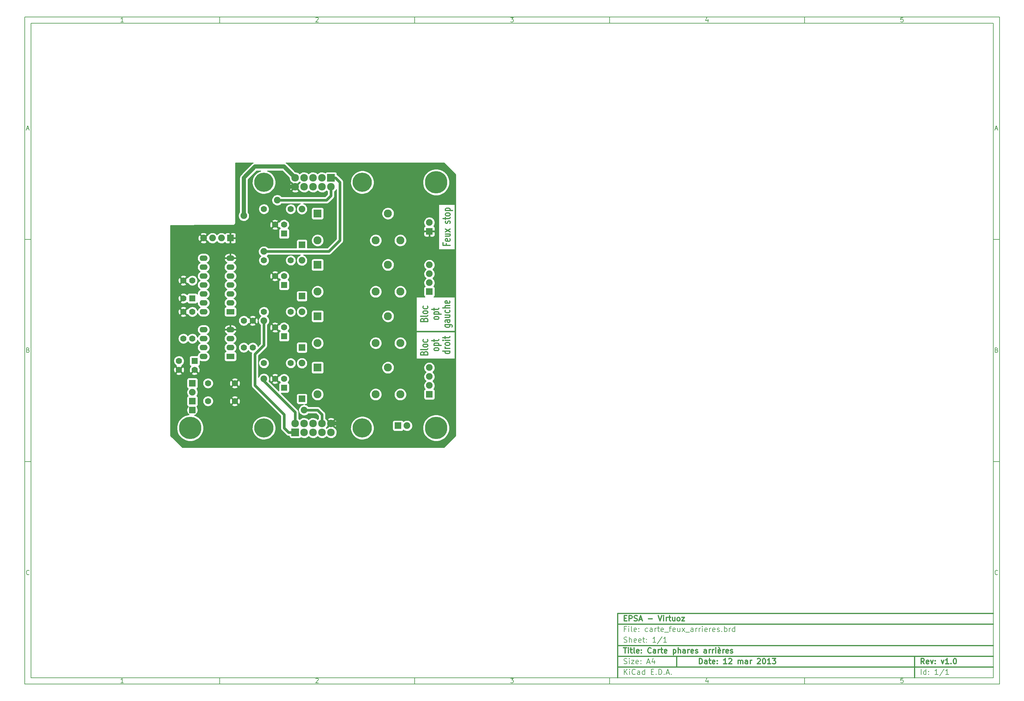
<source format=gtl>
G04 (created by PCBNEW-RS274X (2012-01-19 BZR 3256)-stable) date 12/03/2013 15:18:44*
G01*
G70*
G90*
%MOIN*%
G04 Gerber Fmt 3.4, Leading zero omitted, Abs format*
%FSLAX34Y34*%
G04 APERTURE LIST*
%ADD10C,0.006000*%
%ADD11C,0.012000*%
%ADD12C,0.215000*%
%ADD13R,0.085000X0.085000*%
%ADD14C,0.085000*%
%ADD15R,0.075000X0.075000*%
%ADD16C,0.075000*%
%ADD17R,0.070000X0.070000*%
%ADD18C,0.070000*%
%ADD19R,0.090000X0.090000*%
%ADD20C,0.090000*%
%ADD21R,0.090000X0.062000*%
%ADD22O,0.090000X0.062000*%
%ADD23C,0.250000*%
%ADD24C,0.030000*%
%ADD25C,0.045000*%
%ADD26C,0.010000*%
G04 APERTURE END LIST*
G54D10*
X04000Y-04000D02*
X113000Y-04000D01*
X113000Y-78670D01*
X04000Y-78670D01*
X04000Y-04000D01*
X04700Y-04700D02*
X112300Y-04700D01*
X112300Y-77970D01*
X04700Y-77970D01*
X04700Y-04700D01*
X25800Y-04000D02*
X25800Y-04700D01*
X15043Y-04552D02*
X14757Y-04552D01*
X14900Y-04552D02*
X14900Y-04052D01*
X14852Y-04124D01*
X14805Y-04171D01*
X14757Y-04195D01*
X25800Y-78670D02*
X25800Y-77970D01*
X15043Y-78522D02*
X14757Y-78522D01*
X14900Y-78522D02*
X14900Y-78022D01*
X14852Y-78094D01*
X14805Y-78141D01*
X14757Y-78165D01*
X47600Y-04000D02*
X47600Y-04700D01*
X36557Y-04100D02*
X36581Y-04076D01*
X36629Y-04052D01*
X36748Y-04052D01*
X36795Y-04076D01*
X36819Y-04100D01*
X36843Y-04148D01*
X36843Y-04195D01*
X36819Y-04267D01*
X36533Y-04552D01*
X36843Y-04552D01*
X47600Y-78670D02*
X47600Y-77970D01*
X36557Y-78070D02*
X36581Y-78046D01*
X36629Y-78022D01*
X36748Y-78022D01*
X36795Y-78046D01*
X36819Y-78070D01*
X36843Y-78118D01*
X36843Y-78165D01*
X36819Y-78237D01*
X36533Y-78522D01*
X36843Y-78522D01*
X69400Y-04000D02*
X69400Y-04700D01*
X58333Y-04052D02*
X58643Y-04052D01*
X58476Y-04243D01*
X58548Y-04243D01*
X58595Y-04267D01*
X58619Y-04290D01*
X58643Y-04338D01*
X58643Y-04457D01*
X58619Y-04505D01*
X58595Y-04529D01*
X58548Y-04552D01*
X58405Y-04552D01*
X58357Y-04529D01*
X58333Y-04505D01*
X69400Y-78670D02*
X69400Y-77970D01*
X58333Y-78022D02*
X58643Y-78022D01*
X58476Y-78213D01*
X58548Y-78213D01*
X58595Y-78237D01*
X58619Y-78260D01*
X58643Y-78308D01*
X58643Y-78427D01*
X58619Y-78475D01*
X58595Y-78499D01*
X58548Y-78522D01*
X58405Y-78522D01*
X58357Y-78499D01*
X58333Y-78475D01*
X91200Y-04000D02*
X91200Y-04700D01*
X80395Y-04219D02*
X80395Y-04552D01*
X80276Y-04029D02*
X80157Y-04386D01*
X80467Y-04386D01*
X91200Y-78670D02*
X91200Y-77970D01*
X80395Y-78189D02*
X80395Y-78522D01*
X80276Y-77999D02*
X80157Y-78356D01*
X80467Y-78356D01*
X102219Y-04052D02*
X101981Y-04052D01*
X101957Y-04290D01*
X101981Y-04267D01*
X102029Y-04243D01*
X102148Y-04243D01*
X102195Y-04267D01*
X102219Y-04290D01*
X102243Y-04338D01*
X102243Y-04457D01*
X102219Y-04505D01*
X102195Y-04529D01*
X102148Y-04552D01*
X102029Y-04552D01*
X101981Y-04529D01*
X101957Y-04505D01*
X102219Y-78022D02*
X101981Y-78022D01*
X101957Y-78260D01*
X101981Y-78237D01*
X102029Y-78213D01*
X102148Y-78213D01*
X102195Y-78237D01*
X102219Y-78260D01*
X102243Y-78308D01*
X102243Y-78427D01*
X102219Y-78475D01*
X102195Y-78499D01*
X102148Y-78522D01*
X102029Y-78522D01*
X101981Y-78499D01*
X101957Y-78475D01*
X04000Y-28890D02*
X04700Y-28890D01*
X04231Y-16510D02*
X04469Y-16510D01*
X04184Y-16652D02*
X04350Y-16152D01*
X04517Y-16652D01*
X113000Y-28890D02*
X112300Y-28890D01*
X112531Y-16510D02*
X112769Y-16510D01*
X112484Y-16652D02*
X112650Y-16152D01*
X112817Y-16652D01*
X04000Y-53780D02*
X04700Y-53780D01*
X04386Y-41280D02*
X04457Y-41304D01*
X04481Y-41328D01*
X04505Y-41376D01*
X04505Y-41447D01*
X04481Y-41495D01*
X04457Y-41519D01*
X04410Y-41542D01*
X04219Y-41542D01*
X04219Y-41042D01*
X04386Y-41042D01*
X04433Y-41066D01*
X04457Y-41090D01*
X04481Y-41138D01*
X04481Y-41185D01*
X04457Y-41233D01*
X04433Y-41257D01*
X04386Y-41280D01*
X04219Y-41280D01*
X113000Y-53780D02*
X112300Y-53780D01*
X112686Y-41280D02*
X112757Y-41304D01*
X112781Y-41328D01*
X112805Y-41376D01*
X112805Y-41447D01*
X112781Y-41495D01*
X112757Y-41519D01*
X112710Y-41542D01*
X112519Y-41542D01*
X112519Y-41042D01*
X112686Y-41042D01*
X112733Y-41066D01*
X112757Y-41090D01*
X112781Y-41138D01*
X112781Y-41185D01*
X112757Y-41233D01*
X112733Y-41257D01*
X112686Y-41280D01*
X112519Y-41280D01*
X04505Y-66385D02*
X04481Y-66409D01*
X04410Y-66432D01*
X04362Y-66432D01*
X04290Y-66409D01*
X04243Y-66361D01*
X04219Y-66313D01*
X04195Y-66218D01*
X04195Y-66147D01*
X04219Y-66051D01*
X04243Y-66004D01*
X04290Y-65956D01*
X04362Y-65932D01*
X04410Y-65932D01*
X04481Y-65956D01*
X04505Y-65980D01*
X112805Y-66385D02*
X112781Y-66409D01*
X112710Y-66432D01*
X112662Y-66432D01*
X112590Y-66409D01*
X112543Y-66361D01*
X112519Y-66313D01*
X112495Y-66218D01*
X112495Y-66147D01*
X112519Y-66051D01*
X112543Y-66004D01*
X112590Y-65956D01*
X112662Y-65932D01*
X112710Y-65932D01*
X112781Y-65956D01*
X112805Y-65980D01*
G54D11*
X79443Y-76413D02*
X79443Y-75813D01*
X79586Y-75813D01*
X79671Y-75841D01*
X79729Y-75899D01*
X79757Y-75956D01*
X79786Y-76070D01*
X79786Y-76156D01*
X79757Y-76270D01*
X79729Y-76327D01*
X79671Y-76384D01*
X79586Y-76413D01*
X79443Y-76413D01*
X80300Y-76413D02*
X80300Y-76099D01*
X80271Y-76041D01*
X80214Y-76013D01*
X80100Y-76013D01*
X80043Y-76041D01*
X80300Y-76384D02*
X80243Y-76413D01*
X80100Y-76413D01*
X80043Y-76384D01*
X80014Y-76327D01*
X80014Y-76270D01*
X80043Y-76213D01*
X80100Y-76184D01*
X80243Y-76184D01*
X80300Y-76156D01*
X80500Y-76013D02*
X80729Y-76013D01*
X80586Y-75813D02*
X80586Y-76327D01*
X80614Y-76384D01*
X80672Y-76413D01*
X80729Y-76413D01*
X81157Y-76384D02*
X81100Y-76413D01*
X80986Y-76413D01*
X80929Y-76384D01*
X80900Y-76327D01*
X80900Y-76099D01*
X80929Y-76041D01*
X80986Y-76013D01*
X81100Y-76013D01*
X81157Y-76041D01*
X81186Y-76099D01*
X81186Y-76156D01*
X80900Y-76213D01*
X81443Y-76356D02*
X81471Y-76384D01*
X81443Y-76413D01*
X81414Y-76384D01*
X81443Y-76356D01*
X81443Y-76413D01*
X81443Y-76041D02*
X81471Y-76070D01*
X81443Y-76099D01*
X81414Y-76070D01*
X81443Y-76041D01*
X81443Y-76099D01*
X82500Y-76413D02*
X82157Y-76413D01*
X82329Y-76413D02*
X82329Y-75813D01*
X82272Y-75899D01*
X82214Y-75956D01*
X82157Y-75984D01*
X82728Y-75870D02*
X82757Y-75841D01*
X82814Y-75813D01*
X82957Y-75813D01*
X83014Y-75841D01*
X83043Y-75870D01*
X83071Y-75927D01*
X83071Y-75984D01*
X83043Y-76070D01*
X82700Y-76413D01*
X83071Y-76413D01*
X83785Y-76413D02*
X83785Y-76013D01*
X83785Y-76070D02*
X83813Y-76041D01*
X83871Y-76013D01*
X83956Y-76013D01*
X84013Y-76041D01*
X84042Y-76099D01*
X84042Y-76413D01*
X84042Y-76099D02*
X84071Y-76041D01*
X84128Y-76013D01*
X84213Y-76013D01*
X84271Y-76041D01*
X84299Y-76099D01*
X84299Y-76413D01*
X84842Y-76413D02*
X84842Y-76099D01*
X84813Y-76041D01*
X84756Y-76013D01*
X84642Y-76013D01*
X84585Y-76041D01*
X84842Y-76384D02*
X84785Y-76413D01*
X84642Y-76413D01*
X84585Y-76384D01*
X84556Y-76327D01*
X84556Y-76270D01*
X84585Y-76213D01*
X84642Y-76184D01*
X84785Y-76184D01*
X84842Y-76156D01*
X85128Y-76413D02*
X85128Y-76013D01*
X85128Y-76127D02*
X85156Y-76070D01*
X85185Y-76041D01*
X85242Y-76013D01*
X85299Y-76013D01*
X85927Y-75870D02*
X85956Y-75841D01*
X86013Y-75813D01*
X86156Y-75813D01*
X86213Y-75841D01*
X86242Y-75870D01*
X86270Y-75927D01*
X86270Y-75984D01*
X86242Y-76070D01*
X85899Y-76413D01*
X86270Y-76413D01*
X86641Y-75813D02*
X86698Y-75813D01*
X86755Y-75841D01*
X86784Y-75870D01*
X86813Y-75927D01*
X86841Y-76041D01*
X86841Y-76184D01*
X86813Y-76299D01*
X86784Y-76356D01*
X86755Y-76384D01*
X86698Y-76413D01*
X86641Y-76413D01*
X86584Y-76384D01*
X86555Y-76356D01*
X86527Y-76299D01*
X86498Y-76184D01*
X86498Y-76041D01*
X86527Y-75927D01*
X86555Y-75870D01*
X86584Y-75841D01*
X86641Y-75813D01*
X87412Y-76413D02*
X87069Y-76413D01*
X87241Y-76413D02*
X87241Y-75813D01*
X87184Y-75899D01*
X87126Y-75956D01*
X87069Y-75984D01*
X87612Y-75813D02*
X87983Y-75813D01*
X87783Y-76041D01*
X87869Y-76041D01*
X87926Y-76070D01*
X87955Y-76099D01*
X87983Y-76156D01*
X87983Y-76299D01*
X87955Y-76356D01*
X87926Y-76384D01*
X87869Y-76413D01*
X87697Y-76413D01*
X87640Y-76384D01*
X87612Y-76356D01*
G54D10*
X71043Y-77613D02*
X71043Y-77013D01*
X71386Y-77613D02*
X71129Y-77270D01*
X71386Y-77013D02*
X71043Y-77356D01*
X71643Y-77613D02*
X71643Y-77213D01*
X71643Y-77013D02*
X71614Y-77041D01*
X71643Y-77070D01*
X71671Y-77041D01*
X71643Y-77013D01*
X71643Y-77070D01*
X72272Y-77556D02*
X72243Y-77584D01*
X72157Y-77613D01*
X72100Y-77613D01*
X72015Y-77584D01*
X71957Y-77527D01*
X71929Y-77470D01*
X71900Y-77356D01*
X71900Y-77270D01*
X71929Y-77156D01*
X71957Y-77099D01*
X72015Y-77041D01*
X72100Y-77013D01*
X72157Y-77013D01*
X72243Y-77041D01*
X72272Y-77070D01*
X72786Y-77613D02*
X72786Y-77299D01*
X72757Y-77241D01*
X72700Y-77213D01*
X72586Y-77213D01*
X72529Y-77241D01*
X72786Y-77584D02*
X72729Y-77613D01*
X72586Y-77613D01*
X72529Y-77584D01*
X72500Y-77527D01*
X72500Y-77470D01*
X72529Y-77413D01*
X72586Y-77384D01*
X72729Y-77384D01*
X72786Y-77356D01*
X73329Y-77613D02*
X73329Y-77013D01*
X73329Y-77584D02*
X73272Y-77613D01*
X73158Y-77613D01*
X73100Y-77584D01*
X73072Y-77556D01*
X73043Y-77499D01*
X73043Y-77327D01*
X73072Y-77270D01*
X73100Y-77241D01*
X73158Y-77213D01*
X73272Y-77213D01*
X73329Y-77241D01*
X74072Y-77299D02*
X74272Y-77299D01*
X74358Y-77613D02*
X74072Y-77613D01*
X74072Y-77013D01*
X74358Y-77013D01*
X74615Y-77556D02*
X74643Y-77584D01*
X74615Y-77613D01*
X74586Y-77584D01*
X74615Y-77556D01*
X74615Y-77613D01*
X74901Y-77613D02*
X74901Y-77013D01*
X75044Y-77013D01*
X75129Y-77041D01*
X75187Y-77099D01*
X75215Y-77156D01*
X75244Y-77270D01*
X75244Y-77356D01*
X75215Y-77470D01*
X75187Y-77527D01*
X75129Y-77584D01*
X75044Y-77613D01*
X74901Y-77613D01*
X75501Y-77556D02*
X75529Y-77584D01*
X75501Y-77613D01*
X75472Y-77584D01*
X75501Y-77556D01*
X75501Y-77613D01*
X75758Y-77441D02*
X76044Y-77441D01*
X75701Y-77613D02*
X75901Y-77013D01*
X76101Y-77613D01*
X76301Y-77556D02*
X76329Y-77584D01*
X76301Y-77613D01*
X76272Y-77584D01*
X76301Y-77556D01*
X76301Y-77613D01*
G54D11*
X104586Y-76413D02*
X104386Y-76127D01*
X104243Y-76413D02*
X104243Y-75813D01*
X104471Y-75813D01*
X104529Y-75841D01*
X104557Y-75870D01*
X104586Y-75927D01*
X104586Y-76013D01*
X104557Y-76070D01*
X104529Y-76099D01*
X104471Y-76127D01*
X104243Y-76127D01*
X105071Y-76384D02*
X105014Y-76413D01*
X104900Y-76413D01*
X104843Y-76384D01*
X104814Y-76327D01*
X104814Y-76099D01*
X104843Y-76041D01*
X104900Y-76013D01*
X105014Y-76013D01*
X105071Y-76041D01*
X105100Y-76099D01*
X105100Y-76156D01*
X104814Y-76213D01*
X105300Y-76013D02*
X105443Y-76413D01*
X105585Y-76013D01*
X105814Y-76356D02*
X105842Y-76384D01*
X105814Y-76413D01*
X105785Y-76384D01*
X105814Y-76356D01*
X105814Y-76413D01*
X105814Y-76041D02*
X105842Y-76070D01*
X105814Y-76099D01*
X105785Y-76070D01*
X105814Y-76041D01*
X105814Y-76099D01*
X106500Y-76013D02*
X106643Y-76413D01*
X106785Y-76013D01*
X107328Y-76413D02*
X106985Y-76413D01*
X107157Y-76413D02*
X107157Y-75813D01*
X107100Y-75899D01*
X107042Y-75956D01*
X106985Y-75984D01*
X107585Y-76356D02*
X107613Y-76384D01*
X107585Y-76413D01*
X107556Y-76384D01*
X107585Y-76356D01*
X107585Y-76413D01*
X107985Y-75813D02*
X108042Y-75813D01*
X108099Y-75841D01*
X108128Y-75870D01*
X108157Y-75927D01*
X108185Y-76041D01*
X108185Y-76184D01*
X108157Y-76299D01*
X108128Y-76356D01*
X108099Y-76384D01*
X108042Y-76413D01*
X107985Y-76413D01*
X107928Y-76384D01*
X107899Y-76356D01*
X107871Y-76299D01*
X107842Y-76184D01*
X107842Y-76041D01*
X107871Y-75927D01*
X107899Y-75870D01*
X107928Y-75841D01*
X107985Y-75813D01*
G54D10*
X71014Y-76384D02*
X71100Y-76413D01*
X71243Y-76413D01*
X71300Y-76384D01*
X71329Y-76356D01*
X71357Y-76299D01*
X71357Y-76241D01*
X71329Y-76184D01*
X71300Y-76156D01*
X71243Y-76127D01*
X71129Y-76099D01*
X71071Y-76070D01*
X71043Y-76041D01*
X71014Y-75984D01*
X71014Y-75927D01*
X71043Y-75870D01*
X71071Y-75841D01*
X71129Y-75813D01*
X71271Y-75813D01*
X71357Y-75841D01*
X71614Y-76413D02*
X71614Y-76013D01*
X71614Y-75813D02*
X71585Y-75841D01*
X71614Y-75870D01*
X71642Y-75841D01*
X71614Y-75813D01*
X71614Y-75870D01*
X71843Y-76013D02*
X72157Y-76013D01*
X71843Y-76413D01*
X72157Y-76413D01*
X72614Y-76384D02*
X72557Y-76413D01*
X72443Y-76413D01*
X72386Y-76384D01*
X72357Y-76327D01*
X72357Y-76099D01*
X72386Y-76041D01*
X72443Y-76013D01*
X72557Y-76013D01*
X72614Y-76041D01*
X72643Y-76099D01*
X72643Y-76156D01*
X72357Y-76213D01*
X72900Y-76356D02*
X72928Y-76384D01*
X72900Y-76413D01*
X72871Y-76384D01*
X72900Y-76356D01*
X72900Y-76413D01*
X72900Y-76041D02*
X72928Y-76070D01*
X72900Y-76099D01*
X72871Y-76070D01*
X72900Y-76041D01*
X72900Y-76099D01*
X73614Y-76241D02*
X73900Y-76241D01*
X73557Y-76413D02*
X73757Y-75813D01*
X73957Y-76413D01*
X74414Y-76013D02*
X74414Y-76413D01*
X74271Y-75784D02*
X74128Y-76213D01*
X74500Y-76213D01*
X104243Y-77613D02*
X104243Y-77013D01*
X104786Y-77613D02*
X104786Y-77013D01*
X104786Y-77584D02*
X104729Y-77613D01*
X104615Y-77613D01*
X104557Y-77584D01*
X104529Y-77556D01*
X104500Y-77499D01*
X104500Y-77327D01*
X104529Y-77270D01*
X104557Y-77241D01*
X104615Y-77213D01*
X104729Y-77213D01*
X104786Y-77241D01*
X105072Y-77556D02*
X105100Y-77584D01*
X105072Y-77613D01*
X105043Y-77584D01*
X105072Y-77556D01*
X105072Y-77613D01*
X105072Y-77241D02*
X105100Y-77270D01*
X105072Y-77299D01*
X105043Y-77270D01*
X105072Y-77241D01*
X105072Y-77299D01*
X106129Y-77613D02*
X105786Y-77613D01*
X105958Y-77613D02*
X105958Y-77013D01*
X105901Y-77099D01*
X105843Y-77156D01*
X105786Y-77184D01*
X106814Y-76984D02*
X106300Y-77756D01*
X107329Y-77613D02*
X106986Y-77613D01*
X107158Y-77613D02*
X107158Y-77013D01*
X107101Y-77099D01*
X107043Y-77156D01*
X106986Y-77184D01*
G54D11*
X70957Y-74613D02*
X71300Y-74613D01*
X71129Y-75213D02*
X71129Y-74613D01*
X71500Y-75213D02*
X71500Y-74813D01*
X71500Y-74613D02*
X71471Y-74641D01*
X71500Y-74670D01*
X71528Y-74641D01*
X71500Y-74613D01*
X71500Y-74670D01*
X71700Y-74813D02*
X71929Y-74813D01*
X71786Y-74613D02*
X71786Y-75127D01*
X71814Y-75184D01*
X71872Y-75213D01*
X71929Y-75213D01*
X72215Y-75213D02*
X72157Y-75184D01*
X72129Y-75127D01*
X72129Y-74613D01*
X72671Y-75184D02*
X72614Y-75213D01*
X72500Y-75213D01*
X72443Y-75184D01*
X72414Y-75127D01*
X72414Y-74899D01*
X72443Y-74841D01*
X72500Y-74813D01*
X72614Y-74813D01*
X72671Y-74841D01*
X72700Y-74899D01*
X72700Y-74956D01*
X72414Y-75013D01*
X72957Y-75156D02*
X72985Y-75184D01*
X72957Y-75213D01*
X72928Y-75184D01*
X72957Y-75156D01*
X72957Y-75213D01*
X72957Y-74841D02*
X72985Y-74870D01*
X72957Y-74899D01*
X72928Y-74870D01*
X72957Y-74841D01*
X72957Y-74899D01*
X74043Y-75156D02*
X74014Y-75184D01*
X73928Y-75213D01*
X73871Y-75213D01*
X73786Y-75184D01*
X73728Y-75127D01*
X73700Y-75070D01*
X73671Y-74956D01*
X73671Y-74870D01*
X73700Y-74756D01*
X73728Y-74699D01*
X73786Y-74641D01*
X73871Y-74613D01*
X73928Y-74613D01*
X74014Y-74641D01*
X74043Y-74670D01*
X74557Y-75213D02*
X74557Y-74899D01*
X74528Y-74841D01*
X74471Y-74813D01*
X74357Y-74813D01*
X74300Y-74841D01*
X74557Y-75184D02*
X74500Y-75213D01*
X74357Y-75213D01*
X74300Y-75184D01*
X74271Y-75127D01*
X74271Y-75070D01*
X74300Y-75013D01*
X74357Y-74984D01*
X74500Y-74984D01*
X74557Y-74956D01*
X74843Y-75213D02*
X74843Y-74813D01*
X74843Y-74927D02*
X74871Y-74870D01*
X74900Y-74841D01*
X74957Y-74813D01*
X75014Y-74813D01*
X75128Y-74813D02*
X75357Y-74813D01*
X75214Y-74613D02*
X75214Y-75127D01*
X75242Y-75184D01*
X75300Y-75213D01*
X75357Y-75213D01*
X75785Y-75184D02*
X75728Y-75213D01*
X75614Y-75213D01*
X75557Y-75184D01*
X75528Y-75127D01*
X75528Y-74899D01*
X75557Y-74841D01*
X75614Y-74813D01*
X75728Y-74813D01*
X75785Y-74841D01*
X75814Y-74899D01*
X75814Y-74956D01*
X75528Y-75013D01*
X76528Y-74813D02*
X76528Y-75413D01*
X76528Y-74841D02*
X76585Y-74813D01*
X76699Y-74813D01*
X76756Y-74841D01*
X76785Y-74870D01*
X76814Y-74927D01*
X76814Y-75099D01*
X76785Y-75156D01*
X76756Y-75184D01*
X76699Y-75213D01*
X76585Y-75213D01*
X76528Y-75184D01*
X77071Y-75213D02*
X77071Y-74613D01*
X77328Y-75213D02*
X77328Y-74899D01*
X77299Y-74841D01*
X77242Y-74813D01*
X77157Y-74813D01*
X77099Y-74841D01*
X77071Y-74870D01*
X77871Y-75213D02*
X77871Y-74899D01*
X77842Y-74841D01*
X77785Y-74813D01*
X77671Y-74813D01*
X77614Y-74841D01*
X77871Y-75184D02*
X77814Y-75213D01*
X77671Y-75213D01*
X77614Y-75184D01*
X77585Y-75127D01*
X77585Y-75070D01*
X77614Y-75013D01*
X77671Y-74984D01*
X77814Y-74984D01*
X77871Y-74956D01*
X78157Y-75213D02*
X78157Y-74813D01*
X78157Y-74927D02*
X78185Y-74870D01*
X78214Y-74841D01*
X78271Y-74813D01*
X78328Y-74813D01*
X78756Y-75184D02*
X78699Y-75213D01*
X78585Y-75213D01*
X78528Y-75184D01*
X78499Y-75127D01*
X78499Y-74899D01*
X78528Y-74841D01*
X78585Y-74813D01*
X78699Y-74813D01*
X78756Y-74841D01*
X78785Y-74899D01*
X78785Y-74956D01*
X78499Y-75013D01*
X79013Y-75184D02*
X79070Y-75213D01*
X79185Y-75213D01*
X79242Y-75184D01*
X79270Y-75127D01*
X79270Y-75099D01*
X79242Y-75041D01*
X79185Y-75013D01*
X79099Y-75013D01*
X79042Y-74984D01*
X79013Y-74927D01*
X79013Y-74899D01*
X79042Y-74841D01*
X79099Y-74813D01*
X79185Y-74813D01*
X79242Y-74841D01*
X80242Y-75213D02*
X80242Y-74899D01*
X80213Y-74841D01*
X80156Y-74813D01*
X80042Y-74813D01*
X79985Y-74841D01*
X80242Y-75184D02*
X80185Y-75213D01*
X80042Y-75213D01*
X79985Y-75184D01*
X79956Y-75127D01*
X79956Y-75070D01*
X79985Y-75013D01*
X80042Y-74984D01*
X80185Y-74984D01*
X80242Y-74956D01*
X80528Y-75213D02*
X80528Y-74813D01*
X80528Y-74927D02*
X80556Y-74870D01*
X80585Y-74841D01*
X80642Y-74813D01*
X80699Y-74813D01*
X80899Y-75213D02*
X80899Y-74813D01*
X80899Y-74927D02*
X80927Y-74870D01*
X80956Y-74841D01*
X81013Y-74813D01*
X81070Y-74813D01*
X81270Y-75213D02*
X81270Y-74813D01*
X81270Y-74613D02*
X81241Y-74641D01*
X81270Y-74670D01*
X81298Y-74641D01*
X81270Y-74613D01*
X81270Y-74670D01*
X81784Y-75184D02*
X81727Y-75213D01*
X81613Y-75213D01*
X81556Y-75184D01*
X81527Y-75127D01*
X81527Y-74899D01*
X81556Y-74841D01*
X81613Y-74813D01*
X81727Y-74813D01*
X81784Y-74841D01*
X81813Y-74899D01*
X81813Y-74956D01*
X81527Y-75013D01*
X81613Y-74584D02*
X81699Y-74670D01*
X82070Y-75213D02*
X82070Y-74813D01*
X82070Y-74927D02*
X82098Y-74870D01*
X82127Y-74841D01*
X82184Y-74813D01*
X82241Y-74813D01*
X82669Y-75184D02*
X82612Y-75213D01*
X82498Y-75213D01*
X82441Y-75184D01*
X82412Y-75127D01*
X82412Y-74899D01*
X82441Y-74841D01*
X82498Y-74813D01*
X82612Y-74813D01*
X82669Y-74841D01*
X82698Y-74899D01*
X82698Y-74956D01*
X82412Y-75013D01*
X82926Y-75184D02*
X82983Y-75213D01*
X83098Y-75213D01*
X83155Y-75184D01*
X83183Y-75127D01*
X83183Y-75099D01*
X83155Y-75041D01*
X83098Y-75013D01*
X83012Y-75013D01*
X82955Y-74984D01*
X82926Y-74927D01*
X82926Y-74899D01*
X82955Y-74841D01*
X83012Y-74813D01*
X83098Y-74813D01*
X83155Y-74841D01*
G54D10*
X71243Y-72499D02*
X71043Y-72499D01*
X71043Y-72813D02*
X71043Y-72213D01*
X71329Y-72213D01*
X71557Y-72813D02*
X71557Y-72413D01*
X71557Y-72213D02*
X71528Y-72241D01*
X71557Y-72270D01*
X71585Y-72241D01*
X71557Y-72213D01*
X71557Y-72270D01*
X71929Y-72813D02*
X71871Y-72784D01*
X71843Y-72727D01*
X71843Y-72213D01*
X72385Y-72784D02*
X72328Y-72813D01*
X72214Y-72813D01*
X72157Y-72784D01*
X72128Y-72727D01*
X72128Y-72499D01*
X72157Y-72441D01*
X72214Y-72413D01*
X72328Y-72413D01*
X72385Y-72441D01*
X72414Y-72499D01*
X72414Y-72556D01*
X72128Y-72613D01*
X72671Y-72756D02*
X72699Y-72784D01*
X72671Y-72813D01*
X72642Y-72784D01*
X72671Y-72756D01*
X72671Y-72813D01*
X72671Y-72441D02*
X72699Y-72470D01*
X72671Y-72499D01*
X72642Y-72470D01*
X72671Y-72441D01*
X72671Y-72499D01*
X73671Y-72784D02*
X73614Y-72813D01*
X73500Y-72813D01*
X73442Y-72784D01*
X73414Y-72756D01*
X73385Y-72699D01*
X73385Y-72527D01*
X73414Y-72470D01*
X73442Y-72441D01*
X73500Y-72413D01*
X73614Y-72413D01*
X73671Y-72441D01*
X74185Y-72813D02*
X74185Y-72499D01*
X74156Y-72441D01*
X74099Y-72413D01*
X73985Y-72413D01*
X73928Y-72441D01*
X74185Y-72784D02*
X74128Y-72813D01*
X73985Y-72813D01*
X73928Y-72784D01*
X73899Y-72727D01*
X73899Y-72670D01*
X73928Y-72613D01*
X73985Y-72584D01*
X74128Y-72584D01*
X74185Y-72556D01*
X74471Y-72813D02*
X74471Y-72413D01*
X74471Y-72527D02*
X74499Y-72470D01*
X74528Y-72441D01*
X74585Y-72413D01*
X74642Y-72413D01*
X74756Y-72413D02*
X74985Y-72413D01*
X74842Y-72213D02*
X74842Y-72727D01*
X74870Y-72784D01*
X74928Y-72813D01*
X74985Y-72813D01*
X75413Y-72784D02*
X75356Y-72813D01*
X75242Y-72813D01*
X75185Y-72784D01*
X75156Y-72727D01*
X75156Y-72499D01*
X75185Y-72441D01*
X75242Y-72413D01*
X75356Y-72413D01*
X75413Y-72441D01*
X75442Y-72499D01*
X75442Y-72556D01*
X75156Y-72613D01*
X75556Y-72870D02*
X76013Y-72870D01*
X76070Y-72413D02*
X76299Y-72413D01*
X76156Y-72813D02*
X76156Y-72299D01*
X76184Y-72241D01*
X76242Y-72213D01*
X76299Y-72213D01*
X76727Y-72784D02*
X76670Y-72813D01*
X76556Y-72813D01*
X76499Y-72784D01*
X76470Y-72727D01*
X76470Y-72499D01*
X76499Y-72441D01*
X76556Y-72413D01*
X76670Y-72413D01*
X76727Y-72441D01*
X76756Y-72499D01*
X76756Y-72556D01*
X76470Y-72613D01*
X77270Y-72413D02*
X77270Y-72813D01*
X77013Y-72413D02*
X77013Y-72727D01*
X77041Y-72784D01*
X77099Y-72813D01*
X77184Y-72813D01*
X77241Y-72784D01*
X77270Y-72756D01*
X77499Y-72813D02*
X77813Y-72413D01*
X77499Y-72413D02*
X77813Y-72813D01*
X77899Y-72870D02*
X78356Y-72870D01*
X78756Y-72813D02*
X78756Y-72499D01*
X78727Y-72441D01*
X78670Y-72413D01*
X78556Y-72413D01*
X78499Y-72441D01*
X78756Y-72784D02*
X78699Y-72813D01*
X78556Y-72813D01*
X78499Y-72784D01*
X78470Y-72727D01*
X78470Y-72670D01*
X78499Y-72613D01*
X78556Y-72584D01*
X78699Y-72584D01*
X78756Y-72556D01*
X79042Y-72813D02*
X79042Y-72413D01*
X79042Y-72527D02*
X79070Y-72470D01*
X79099Y-72441D01*
X79156Y-72413D01*
X79213Y-72413D01*
X79413Y-72813D02*
X79413Y-72413D01*
X79413Y-72527D02*
X79441Y-72470D01*
X79470Y-72441D01*
X79527Y-72413D01*
X79584Y-72413D01*
X79784Y-72813D02*
X79784Y-72413D01*
X79784Y-72213D02*
X79755Y-72241D01*
X79784Y-72270D01*
X79812Y-72241D01*
X79784Y-72213D01*
X79784Y-72270D01*
X80298Y-72784D02*
X80241Y-72813D01*
X80127Y-72813D01*
X80070Y-72784D01*
X80041Y-72727D01*
X80041Y-72499D01*
X80070Y-72441D01*
X80127Y-72413D01*
X80241Y-72413D01*
X80298Y-72441D01*
X80327Y-72499D01*
X80327Y-72556D01*
X80041Y-72613D01*
X80584Y-72813D02*
X80584Y-72413D01*
X80584Y-72527D02*
X80612Y-72470D01*
X80641Y-72441D01*
X80698Y-72413D01*
X80755Y-72413D01*
X81183Y-72784D02*
X81126Y-72813D01*
X81012Y-72813D01*
X80955Y-72784D01*
X80926Y-72727D01*
X80926Y-72499D01*
X80955Y-72441D01*
X81012Y-72413D01*
X81126Y-72413D01*
X81183Y-72441D01*
X81212Y-72499D01*
X81212Y-72556D01*
X80926Y-72613D01*
X81440Y-72784D02*
X81497Y-72813D01*
X81612Y-72813D01*
X81669Y-72784D01*
X81697Y-72727D01*
X81697Y-72699D01*
X81669Y-72641D01*
X81612Y-72613D01*
X81526Y-72613D01*
X81469Y-72584D01*
X81440Y-72527D01*
X81440Y-72499D01*
X81469Y-72441D01*
X81526Y-72413D01*
X81612Y-72413D01*
X81669Y-72441D01*
X81955Y-72756D02*
X81983Y-72784D01*
X81955Y-72813D01*
X81926Y-72784D01*
X81955Y-72756D01*
X81955Y-72813D01*
X82241Y-72813D02*
X82241Y-72213D01*
X82241Y-72441D02*
X82298Y-72413D01*
X82412Y-72413D01*
X82469Y-72441D01*
X82498Y-72470D01*
X82527Y-72527D01*
X82527Y-72699D01*
X82498Y-72756D01*
X82469Y-72784D01*
X82412Y-72813D01*
X82298Y-72813D01*
X82241Y-72784D01*
X82784Y-72813D02*
X82784Y-72413D01*
X82784Y-72527D02*
X82812Y-72470D01*
X82841Y-72441D01*
X82898Y-72413D01*
X82955Y-72413D01*
X83412Y-72813D02*
X83412Y-72213D01*
X83412Y-72784D02*
X83355Y-72813D01*
X83241Y-72813D01*
X83183Y-72784D01*
X83155Y-72756D01*
X83126Y-72699D01*
X83126Y-72527D01*
X83155Y-72470D01*
X83183Y-72441D01*
X83241Y-72413D01*
X83355Y-72413D01*
X83412Y-72441D01*
X71014Y-73984D02*
X71100Y-74013D01*
X71243Y-74013D01*
X71300Y-73984D01*
X71329Y-73956D01*
X71357Y-73899D01*
X71357Y-73841D01*
X71329Y-73784D01*
X71300Y-73756D01*
X71243Y-73727D01*
X71129Y-73699D01*
X71071Y-73670D01*
X71043Y-73641D01*
X71014Y-73584D01*
X71014Y-73527D01*
X71043Y-73470D01*
X71071Y-73441D01*
X71129Y-73413D01*
X71271Y-73413D01*
X71357Y-73441D01*
X71614Y-74013D02*
X71614Y-73413D01*
X71871Y-74013D02*
X71871Y-73699D01*
X71842Y-73641D01*
X71785Y-73613D01*
X71700Y-73613D01*
X71642Y-73641D01*
X71614Y-73670D01*
X72385Y-73984D02*
X72328Y-74013D01*
X72214Y-74013D01*
X72157Y-73984D01*
X72128Y-73927D01*
X72128Y-73699D01*
X72157Y-73641D01*
X72214Y-73613D01*
X72328Y-73613D01*
X72385Y-73641D01*
X72414Y-73699D01*
X72414Y-73756D01*
X72128Y-73813D01*
X72899Y-73984D02*
X72842Y-74013D01*
X72728Y-74013D01*
X72671Y-73984D01*
X72642Y-73927D01*
X72642Y-73699D01*
X72671Y-73641D01*
X72728Y-73613D01*
X72842Y-73613D01*
X72899Y-73641D01*
X72928Y-73699D01*
X72928Y-73756D01*
X72642Y-73813D01*
X73099Y-73613D02*
X73328Y-73613D01*
X73185Y-73413D02*
X73185Y-73927D01*
X73213Y-73984D01*
X73271Y-74013D01*
X73328Y-74013D01*
X73528Y-73956D02*
X73556Y-73984D01*
X73528Y-74013D01*
X73499Y-73984D01*
X73528Y-73956D01*
X73528Y-74013D01*
X73528Y-73641D02*
X73556Y-73670D01*
X73528Y-73699D01*
X73499Y-73670D01*
X73528Y-73641D01*
X73528Y-73699D01*
X74585Y-74013D02*
X74242Y-74013D01*
X74414Y-74013D02*
X74414Y-73413D01*
X74357Y-73499D01*
X74299Y-73556D01*
X74242Y-73584D01*
X75270Y-73384D02*
X74756Y-74156D01*
X75785Y-74013D02*
X75442Y-74013D01*
X75614Y-74013D02*
X75614Y-73413D01*
X75557Y-73499D01*
X75499Y-73556D01*
X75442Y-73584D01*
G54D11*
X71043Y-71299D02*
X71243Y-71299D01*
X71329Y-71613D02*
X71043Y-71613D01*
X71043Y-71013D01*
X71329Y-71013D01*
X71586Y-71613D02*
X71586Y-71013D01*
X71814Y-71013D01*
X71872Y-71041D01*
X71900Y-71070D01*
X71929Y-71127D01*
X71929Y-71213D01*
X71900Y-71270D01*
X71872Y-71299D01*
X71814Y-71327D01*
X71586Y-71327D01*
X72157Y-71584D02*
X72243Y-71613D01*
X72386Y-71613D01*
X72443Y-71584D01*
X72472Y-71556D01*
X72500Y-71499D01*
X72500Y-71441D01*
X72472Y-71384D01*
X72443Y-71356D01*
X72386Y-71327D01*
X72272Y-71299D01*
X72214Y-71270D01*
X72186Y-71241D01*
X72157Y-71184D01*
X72157Y-71127D01*
X72186Y-71070D01*
X72214Y-71041D01*
X72272Y-71013D01*
X72414Y-71013D01*
X72500Y-71041D01*
X72728Y-71441D02*
X73014Y-71441D01*
X72671Y-71613D02*
X72871Y-71013D01*
X73071Y-71613D01*
X73728Y-71384D02*
X74185Y-71384D01*
X74842Y-71013D02*
X75042Y-71613D01*
X75242Y-71013D01*
X75442Y-71613D02*
X75442Y-71213D01*
X75442Y-71013D02*
X75413Y-71041D01*
X75442Y-71070D01*
X75470Y-71041D01*
X75442Y-71013D01*
X75442Y-71070D01*
X75728Y-71613D02*
X75728Y-71213D01*
X75728Y-71327D02*
X75756Y-71270D01*
X75785Y-71241D01*
X75842Y-71213D01*
X75899Y-71213D01*
X76013Y-71213D02*
X76242Y-71213D01*
X76099Y-71013D02*
X76099Y-71527D01*
X76127Y-71584D01*
X76185Y-71613D01*
X76242Y-71613D01*
X76699Y-71213D02*
X76699Y-71613D01*
X76442Y-71213D02*
X76442Y-71527D01*
X76470Y-71584D01*
X76528Y-71613D01*
X76613Y-71613D01*
X76670Y-71584D01*
X76699Y-71556D01*
X77071Y-71613D02*
X77013Y-71584D01*
X76985Y-71556D01*
X76956Y-71499D01*
X76956Y-71327D01*
X76985Y-71270D01*
X77013Y-71241D01*
X77071Y-71213D01*
X77156Y-71213D01*
X77213Y-71241D01*
X77242Y-71270D01*
X77271Y-71327D01*
X77271Y-71499D01*
X77242Y-71556D01*
X77213Y-71584D01*
X77156Y-71613D01*
X77071Y-71613D01*
X77471Y-71213D02*
X77785Y-71213D01*
X77471Y-71613D01*
X77785Y-71613D01*
X70300Y-70770D02*
X70300Y-77970D01*
X70300Y-71970D02*
X112300Y-71970D01*
X70300Y-70770D02*
X112300Y-70770D01*
X70300Y-74370D02*
X112300Y-74370D01*
X103500Y-75570D02*
X103500Y-77970D01*
X70300Y-76770D02*
X112300Y-76770D01*
X70300Y-75570D02*
X112300Y-75570D01*
X76900Y-75570D02*
X76900Y-76770D01*
X51155Y-29371D02*
X51155Y-29571D01*
X51574Y-29571D02*
X50774Y-29571D01*
X50774Y-29285D01*
X51536Y-28829D02*
X51574Y-28886D01*
X51574Y-29000D01*
X51536Y-29057D01*
X51460Y-29086D01*
X51155Y-29086D01*
X51079Y-29057D01*
X51040Y-29000D01*
X51040Y-28886D01*
X51079Y-28829D01*
X51155Y-28800D01*
X51231Y-28800D01*
X51307Y-29086D01*
X51040Y-28286D02*
X51574Y-28286D01*
X51040Y-28543D02*
X51460Y-28543D01*
X51536Y-28515D01*
X51574Y-28457D01*
X51574Y-28372D01*
X51536Y-28315D01*
X51498Y-28286D01*
X51574Y-28057D02*
X51040Y-27743D01*
X51040Y-28057D02*
X51574Y-27743D01*
X51536Y-27086D02*
X51574Y-27029D01*
X51574Y-26914D01*
X51536Y-26857D01*
X51460Y-26829D01*
X51421Y-26829D01*
X51345Y-26857D01*
X51307Y-26914D01*
X51307Y-27000D01*
X51269Y-27057D01*
X51193Y-27086D01*
X51155Y-27086D01*
X51079Y-27057D01*
X51040Y-27000D01*
X51040Y-26914D01*
X51079Y-26857D01*
X51040Y-26657D02*
X51040Y-26428D01*
X50774Y-26571D02*
X51460Y-26571D01*
X51536Y-26543D01*
X51574Y-26485D01*
X51574Y-26428D01*
X51574Y-26142D02*
X51536Y-26200D01*
X51498Y-26228D01*
X51421Y-26257D01*
X51193Y-26257D01*
X51117Y-26228D01*
X51079Y-26200D01*
X51040Y-26142D01*
X51040Y-26057D01*
X51079Y-26000D01*
X51117Y-25971D01*
X51193Y-25942D01*
X51421Y-25942D01*
X51498Y-25971D01*
X51536Y-26000D01*
X51574Y-26057D01*
X51574Y-26142D01*
X51040Y-25685D02*
X51840Y-25685D01*
X51079Y-25685D02*
X51040Y-25628D01*
X51040Y-25514D01*
X51079Y-25457D01*
X51117Y-25428D01*
X51193Y-25399D01*
X51421Y-25399D01*
X51498Y-25428D01*
X51536Y-25457D01*
X51574Y-25514D01*
X51574Y-25628D01*
X51536Y-25685D01*
X48655Y-41621D02*
X48693Y-41535D01*
X48731Y-41507D01*
X48807Y-41478D01*
X48921Y-41478D01*
X48998Y-41507D01*
X49036Y-41535D01*
X49074Y-41593D01*
X49074Y-41821D01*
X48274Y-41821D01*
X48274Y-41621D01*
X48312Y-41564D01*
X48350Y-41535D01*
X48426Y-41507D01*
X48502Y-41507D01*
X48579Y-41535D01*
X48617Y-41564D01*
X48655Y-41621D01*
X48655Y-41821D01*
X49074Y-41135D02*
X49036Y-41193D01*
X48960Y-41221D01*
X48274Y-41221D01*
X49074Y-40821D02*
X49036Y-40879D01*
X48998Y-40907D01*
X48921Y-40936D01*
X48693Y-40936D01*
X48617Y-40907D01*
X48579Y-40879D01*
X48540Y-40821D01*
X48540Y-40736D01*
X48579Y-40679D01*
X48617Y-40650D01*
X48693Y-40621D01*
X48921Y-40621D01*
X48998Y-40650D01*
X49036Y-40679D01*
X49074Y-40736D01*
X49074Y-40821D01*
X49036Y-40107D02*
X49074Y-40164D01*
X49074Y-40278D01*
X49036Y-40336D01*
X48998Y-40364D01*
X48921Y-40393D01*
X48693Y-40393D01*
X48617Y-40364D01*
X48579Y-40336D01*
X48540Y-40278D01*
X48540Y-40164D01*
X48579Y-40107D01*
X50314Y-41235D02*
X50276Y-41293D01*
X50238Y-41321D01*
X50161Y-41350D01*
X49933Y-41350D01*
X49857Y-41321D01*
X49819Y-41293D01*
X49780Y-41235D01*
X49780Y-41150D01*
X49819Y-41093D01*
X49857Y-41064D01*
X49933Y-41035D01*
X50161Y-41035D01*
X50238Y-41064D01*
X50276Y-41093D01*
X50314Y-41150D01*
X50314Y-41235D01*
X49780Y-40778D02*
X50580Y-40778D01*
X49819Y-40778D02*
X49780Y-40721D01*
X49780Y-40607D01*
X49819Y-40550D01*
X49857Y-40521D01*
X49933Y-40492D01*
X50161Y-40492D01*
X50238Y-40521D01*
X50276Y-40550D01*
X50314Y-40607D01*
X50314Y-40721D01*
X50276Y-40778D01*
X49780Y-40321D02*
X49780Y-40092D01*
X49514Y-40235D02*
X50200Y-40235D01*
X50276Y-40207D01*
X50314Y-40149D01*
X50314Y-40092D01*
X51554Y-41393D02*
X50754Y-41393D01*
X51516Y-41393D02*
X51554Y-41450D01*
X51554Y-41564D01*
X51516Y-41622D01*
X51478Y-41650D01*
X51401Y-41679D01*
X51173Y-41679D01*
X51097Y-41650D01*
X51059Y-41622D01*
X51020Y-41564D01*
X51020Y-41450D01*
X51059Y-41393D01*
X51554Y-41107D02*
X51020Y-41107D01*
X51173Y-41107D02*
X51097Y-41079D01*
X51059Y-41050D01*
X51020Y-40993D01*
X51020Y-40936D01*
X51554Y-40650D02*
X51516Y-40708D01*
X51478Y-40736D01*
X51401Y-40765D01*
X51173Y-40765D01*
X51097Y-40736D01*
X51059Y-40708D01*
X51020Y-40650D01*
X51020Y-40565D01*
X51059Y-40508D01*
X51097Y-40479D01*
X51173Y-40450D01*
X51401Y-40450D01*
X51478Y-40479D01*
X51516Y-40508D01*
X51554Y-40565D01*
X51554Y-40650D01*
X51554Y-40193D02*
X51020Y-40193D01*
X50754Y-40193D02*
X50792Y-40222D01*
X50830Y-40193D01*
X50792Y-40165D01*
X50754Y-40193D01*
X50830Y-40193D01*
X51020Y-39993D02*
X51020Y-39764D01*
X50754Y-39907D02*
X51440Y-39907D01*
X51516Y-39879D01*
X51554Y-39821D01*
X51554Y-39764D01*
X48655Y-37892D02*
X48693Y-37806D01*
X48731Y-37778D01*
X48807Y-37749D01*
X48921Y-37749D01*
X48998Y-37778D01*
X49036Y-37806D01*
X49074Y-37864D01*
X49074Y-38092D01*
X48274Y-38092D01*
X48274Y-37892D01*
X48312Y-37835D01*
X48350Y-37806D01*
X48426Y-37778D01*
X48502Y-37778D01*
X48579Y-37806D01*
X48617Y-37835D01*
X48655Y-37892D01*
X48655Y-38092D01*
X49074Y-37406D02*
X49036Y-37464D01*
X48960Y-37492D01*
X48274Y-37492D01*
X49074Y-37092D02*
X49036Y-37150D01*
X48998Y-37178D01*
X48921Y-37207D01*
X48693Y-37207D01*
X48617Y-37178D01*
X48579Y-37150D01*
X48540Y-37092D01*
X48540Y-37007D01*
X48579Y-36950D01*
X48617Y-36921D01*
X48693Y-36892D01*
X48921Y-36892D01*
X48998Y-36921D01*
X49036Y-36950D01*
X49074Y-37007D01*
X49074Y-37092D01*
X49036Y-36378D02*
X49074Y-36435D01*
X49074Y-36549D01*
X49036Y-36607D01*
X48998Y-36635D01*
X48921Y-36664D01*
X48693Y-36664D01*
X48617Y-36635D01*
X48579Y-36607D01*
X48540Y-36549D01*
X48540Y-36435D01*
X48579Y-36378D01*
X50314Y-37735D02*
X50276Y-37793D01*
X50238Y-37821D01*
X50161Y-37850D01*
X49933Y-37850D01*
X49857Y-37821D01*
X49819Y-37793D01*
X49780Y-37735D01*
X49780Y-37650D01*
X49819Y-37593D01*
X49857Y-37564D01*
X49933Y-37535D01*
X50161Y-37535D01*
X50238Y-37564D01*
X50276Y-37593D01*
X50314Y-37650D01*
X50314Y-37735D01*
X49780Y-37278D02*
X50580Y-37278D01*
X49819Y-37278D02*
X49780Y-37221D01*
X49780Y-37107D01*
X49819Y-37050D01*
X49857Y-37021D01*
X49933Y-36992D01*
X50161Y-36992D01*
X50238Y-37021D01*
X50276Y-37050D01*
X50314Y-37107D01*
X50314Y-37221D01*
X50276Y-37278D01*
X49780Y-36821D02*
X49780Y-36592D01*
X49514Y-36735D02*
X50200Y-36735D01*
X50276Y-36707D01*
X50314Y-36649D01*
X50314Y-36592D01*
X51020Y-38450D02*
X51668Y-38450D01*
X51744Y-38479D01*
X51782Y-38507D01*
X51820Y-38564D01*
X51820Y-38650D01*
X51782Y-38707D01*
X51516Y-38450D02*
X51554Y-38507D01*
X51554Y-38621D01*
X51516Y-38679D01*
X51478Y-38707D01*
X51401Y-38736D01*
X51173Y-38736D01*
X51097Y-38707D01*
X51059Y-38679D01*
X51020Y-38621D01*
X51020Y-38507D01*
X51059Y-38450D01*
X51554Y-37907D02*
X51135Y-37907D01*
X51059Y-37936D01*
X51020Y-37993D01*
X51020Y-38107D01*
X51059Y-38164D01*
X51516Y-37907D02*
X51554Y-37964D01*
X51554Y-38107D01*
X51516Y-38164D01*
X51440Y-38193D01*
X51363Y-38193D01*
X51287Y-38164D01*
X51249Y-38107D01*
X51249Y-37964D01*
X51211Y-37907D01*
X51020Y-37364D02*
X51554Y-37364D01*
X51020Y-37621D02*
X51440Y-37621D01*
X51516Y-37593D01*
X51554Y-37535D01*
X51554Y-37450D01*
X51516Y-37393D01*
X51478Y-37364D01*
X51516Y-36821D02*
X51554Y-36878D01*
X51554Y-36992D01*
X51516Y-37050D01*
X51478Y-37078D01*
X51401Y-37107D01*
X51173Y-37107D01*
X51097Y-37078D01*
X51059Y-37050D01*
X51020Y-36992D01*
X51020Y-36878D01*
X51059Y-36821D01*
X51554Y-36564D02*
X50754Y-36564D01*
X51554Y-36307D02*
X51135Y-36307D01*
X51059Y-36336D01*
X51020Y-36393D01*
X51020Y-36478D01*
X51059Y-36536D01*
X51097Y-36564D01*
X51516Y-35793D02*
X51554Y-35850D01*
X51554Y-35964D01*
X51516Y-36021D01*
X51440Y-36050D01*
X51135Y-36050D01*
X51059Y-36021D01*
X51020Y-35964D01*
X51020Y-35850D01*
X51059Y-35793D01*
X51135Y-35764D01*
X51211Y-35764D01*
X51287Y-36050D01*
G54D12*
X30750Y-50000D03*
X41750Y-50000D03*
G54D13*
X34250Y-50500D03*
G54D14*
X34250Y-49500D03*
X35250Y-50500D03*
X35250Y-49500D03*
X36250Y-50500D03*
X36250Y-49500D03*
X37250Y-50500D03*
X37250Y-49500D03*
X38250Y-50500D03*
X38250Y-49500D03*
G54D12*
X41750Y-22500D03*
X30750Y-22500D03*
G54D13*
X38250Y-22000D03*
G54D14*
X38250Y-23000D03*
X37250Y-22000D03*
X37250Y-23000D03*
X36250Y-22000D03*
X36250Y-23000D03*
X35250Y-22000D03*
X35250Y-23000D03*
X34250Y-22000D03*
X34250Y-23000D03*
G54D15*
X49250Y-28000D03*
G54D16*
X49250Y-27000D03*
X49250Y-43250D03*
X49250Y-44250D03*
G54D15*
X49250Y-46250D03*
G54D16*
X49250Y-45250D03*
X49250Y-31750D03*
X49250Y-32750D03*
G54D15*
X49250Y-34750D03*
G54D16*
X49250Y-33750D03*
G54D15*
X45750Y-49750D03*
G54D16*
X46750Y-49750D03*
G54D17*
X33000Y-34000D03*
G54D18*
X33000Y-33000D03*
X32000Y-33000D03*
G54D17*
X33000Y-39750D03*
G54D18*
X33000Y-38750D03*
X32000Y-38750D03*
G54D17*
X33000Y-45500D03*
G54D18*
X33000Y-44500D03*
X32000Y-44500D03*
G54D17*
X33000Y-28250D03*
G54D18*
X33000Y-27250D03*
X32000Y-27250D03*
G54D19*
X36750Y-37500D03*
G54D20*
X36750Y-40500D03*
X43246Y-40500D03*
X46002Y-40500D03*
X44624Y-37500D03*
G54D19*
X36750Y-31750D03*
G54D20*
X36750Y-34750D03*
X43246Y-34750D03*
X46002Y-34750D03*
X44624Y-31750D03*
G54D19*
X36750Y-43250D03*
G54D20*
X36750Y-46250D03*
X43246Y-46250D03*
X46002Y-46250D03*
X44624Y-43250D03*
G54D19*
X36750Y-26000D03*
G54D20*
X36750Y-29000D03*
X43246Y-29000D03*
X46002Y-29000D03*
X44624Y-26000D03*
G54D16*
X35000Y-37000D03*
G54D15*
X35000Y-41000D03*
G54D16*
X35000Y-31250D03*
G54D15*
X35000Y-35250D03*
G54D16*
X35000Y-42750D03*
G54D15*
X35000Y-46750D03*
G54D16*
X35000Y-25500D03*
G54D15*
X35000Y-29500D03*
G54D18*
X27500Y-45000D03*
X24500Y-45000D03*
X27500Y-47000D03*
X24500Y-47000D03*
X33750Y-37000D03*
X30750Y-37000D03*
X33750Y-31250D03*
X30750Y-31250D03*
X33750Y-42750D03*
X30750Y-42750D03*
X33750Y-25500D03*
X30750Y-25500D03*
X28500Y-38000D03*
X28500Y-41000D03*
X29500Y-41000D03*
X29500Y-38000D03*
X22750Y-37000D03*
X22750Y-40000D03*
X21750Y-40000D03*
X21750Y-37000D03*
G54D16*
X24000Y-28750D03*
X25000Y-28750D03*
G54D15*
X27000Y-28750D03*
G54D16*
X26000Y-28750D03*
G54D15*
X22750Y-47000D03*
X22750Y-48000D03*
X22750Y-45000D03*
G54D16*
X22750Y-46000D03*
G54D21*
X27000Y-42000D03*
G54D22*
X27000Y-41000D03*
X27000Y-40000D03*
X27000Y-39000D03*
X24000Y-39000D03*
X24000Y-40000D03*
X24000Y-41000D03*
X24000Y-42000D03*
G54D21*
X27000Y-37000D03*
G54D22*
X27000Y-36000D03*
X27000Y-35000D03*
X27000Y-34000D03*
X27000Y-33000D03*
X27000Y-32000D03*
X27000Y-31000D03*
X24000Y-31000D03*
X24000Y-32000D03*
X24000Y-33000D03*
X24000Y-34000D03*
X24000Y-35000D03*
X24000Y-36000D03*
X24000Y-37000D03*
G54D17*
X23000Y-42500D03*
G54D18*
X23000Y-43500D03*
G54D17*
X22750Y-35500D03*
G54D18*
X21750Y-35500D03*
X21250Y-42500D03*
X21250Y-43500D03*
X22750Y-33500D03*
X21750Y-33500D03*
G54D23*
X22500Y-50000D03*
X50000Y-50000D03*
X50000Y-22500D03*
G54D16*
X35250Y-48000D03*
X32250Y-24500D03*
X30750Y-30250D03*
X30750Y-38000D03*
X30750Y-44500D03*
X29500Y-31000D03*
X28500Y-46000D03*
X21750Y-28750D03*
X28500Y-26250D03*
G54D24*
X36750Y-48000D02*
X35250Y-48000D01*
X37250Y-49500D02*
X37250Y-48500D01*
X37250Y-48500D02*
X36750Y-48000D01*
X37750Y-24500D02*
X32500Y-24500D01*
X38250Y-24000D02*
X37750Y-24500D01*
X38250Y-23000D02*
X38250Y-24000D01*
X32250Y-24500D02*
X32500Y-24500D01*
X38250Y-22000D02*
X38750Y-22000D01*
X38000Y-30250D02*
X30750Y-30250D01*
X38750Y-22000D02*
X39250Y-22500D01*
X39250Y-22500D02*
X39250Y-29000D01*
X39250Y-29000D02*
X38000Y-30250D01*
X34250Y-50500D02*
X33500Y-50500D01*
X30750Y-40750D02*
X30750Y-38000D01*
X33000Y-48500D02*
X29750Y-45250D01*
X33500Y-50500D02*
X33000Y-50000D01*
X29750Y-45250D02*
X29750Y-41750D01*
X33000Y-50000D02*
X33000Y-48500D01*
X29750Y-41750D02*
X30750Y-40750D01*
X30750Y-44750D02*
X30750Y-44500D01*
X34250Y-48250D02*
X30750Y-44750D01*
X34250Y-49500D02*
X34250Y-48250D01*
G54D25*
X32500Y-23000D02*
X31000Y-24500D01*
X31000Y-24500D02*
X30250Y-24500D01*
X30250Y-24500D02*
X29500Y-25250D01*
X39500Y-50000D02*
X39500Y-51000D01*
X29750Y-51750D02*
X28500Y-50500D01*
X34250Y-23000D02*
X32500Y-23000D01*
X38250Y-49500D02*
X39000Y-49500D01*
X29500Y-27500D02*
X23000Y-27500D01*
X23000Y-27500D02*
X21750Y-28750D01*
X29500Y-25250D02*
X29500Y-27500D01*
X38750Y-51750D02*
X29750Y-51750D01*
X28500Y-50500D02*
X28500Y-46000D01*
X29500Y-27500D02*
X29500Y-31000D01*
X39000Y-49500D02*
X39500Y-50000D01*
X39500Y-51000D02*
X38750Y-51750D01*
X28500Y-25750D02*
X28500Y-22000D01*
X28500Y-22000D02*
X29750Y-20750D01*
X29750Y-20750D02*
X33000Y-20750D01*
X28500Y-25750D02*
X28500Y-26250D01*
X33000Y-20750D02*
X34250Y-22000D01*
G54D10*
G36*
X52175Y-50865D02*
X52120Y-50920D01*
X52120Y-30024D01*
X52120Y-24975D01*
X51500Y-24975D01*
X51500Y-22353D01*
X51443Y-22064D01*
X51331Y-21792D01*
X51168Y-21547D01*
X50961Y-21339D01*
X50717Y-21174D01*
X50446Y-21060D01*
X50158Y-21001D01*
X49863Y-20999D01*
X49575Y-21054D01*
X49302Y-21164D01*
X49056Y-21325D01*
X48845Y-21531D01*
X48679Y-21774D01*
X48563Y-22044D01*
X48502Y-22332D01*
X48498Y-22626D01*
X48551Y-22915D01*
X48659Y-23189D01*
X48819Y-23436D01*
X49023Y-23648D01*
X49265Y-23816D01*
X49534Y-23933D01*
X49821Y-23997D01*
X50116Y-24003D01*
X50405Y-23952D01*
X50679Y-23845D01*
X50928Y-23688D01*
X51141Y-23485D01*
X51310Y-23245D01*
X51430Y-22976D01*
X51495Y-22689D01*
X51500Y-22353D01*
X51500Y-24975D01*
X50260Y-24975D01*
X50260Y-30024D01*
X52120Y-30024D01*
X52120Y-50920D01*
X52100Y-50940D01*
X52100Y-42274D01*
X52100Y-39226D01*
X52100Y-39160D01*
X52100Y-35340D01*
X49752Y-35340D01*
X49783Y-35320D01*
X49818Y-35285D01*
X49846Y-35245D01*
X49865Y-35200D01*
X49875Y-35152D01*
X49875Y-35103D01*
X49875Y-34351D01*
X49866Y-34303D01*
X49847Y-34258D01*
X49820Y-34217D01*
X49785Y-34182D01*
X49745Y-34154D01*
X49733Y-34149D01*
X49796Y-34060D01*
X49846Y-33948D01*
X49873Y-33829D01*
X49875Y-33689D01*
X49851Y-33569D01*
X49805Y-33455D01*
X49737Y-33353D01*
X49650Y-33266D01*
X49627Y-33250D01*
X49636Y-33245D01*
X49725Y-33161D01*
X49796Y-33060D01*
X49846Y-32948D01*
X49873Y-32829D01*
X49875Y-32689D01*
X49851Y-32569D01*
X49805Y-32455D01*
X49737Y-32353D01*
X49650Y-32266D01*
X49627Y-32250D01*
X49636Y-32245D01*
X49725Y-32161D01*
X49796Y-32060D01*
X49846Y-31948D01*
X49873Y-31829D01*
X49875Y-31689D01*
X49875Y-28399D01*
X49875Y-28112D01*
X49875Y-27888D01*
X49875Y-27601D01*
X49866Y-27553D01*
X49847Y-27508D01*
X49820Y-27467D01*
X49785Y-27432D01*
X49745Y-27404D01*
X49733Y-27399D01*
X49796Y-27310D01*
X49846Y-27198D01*
X49873Y-27079D01*
X49875Y-26939D01*
X49851Y-26819D01*
X49805Y-26705D01*
X49737Y-26603D01*
X49650Y-26516D01*
X49549Y-26448D01*
X49436Y-26400D01*
X49316Y-26375D01*
X49193Y-26375D01*
X49073Y-26398D01*
X48959Y-26443D01*
X48857Y-26510D01*
X48769Y-26596D01*
X48700Y-26697D01*
X48652Y-26810D01*
X48626Y-26930D01*
X48624Y-27052D01*
X48646Y-27173D01*
X48691Y-27287D01*
X48758Y-27390D01*
X48766Y-27399D01*
X48755Y-27404D01*
X48715Y-27432D01*
X48680Y-27467D01*
X48653Y-27508D01*
X48634Y-27553D01*
X48625Y-27601D01*
X48625Y-27888D01*
X48687Y-27950D01*
X49150Y-27950D01*
X49200Y-27950D01*
X49300Y-27950D01*
X49350Y-27950D01*
X49813Y-27950D01*
X49875Y-27888D01*
X49875Y-28112D01*
X49813Y-28050D01*
X49300Y-28050D01*
X49300Y-28563D01*
X49362Y-28625D01*
X49603Y-28625D01*
X49652Y-28625D01*
X49700Y-28615D01*
X49745Y-28596D01*
X49785Y-28568D01*
X49820Y-28533D01*
X49847Y-28492D01*
X49866Y-28447D01*
X49875Y-28399D01*
X49875Y-31689D01*
X49851Y-31569D01*
X49805Y-31455D01*
X49737Y-31353D01*
X49650Y-31266D01*
X49549Y-31198D01*
X49436Y-31150D01*
X49316Y-31125D01*
X49200Y-31125D01*
X49200Y-28563D01*
X49200Y-28050D01*
X48687Y-28050D01*
X48625Y-28112D01*
X48625Y-28399D01*
X48634Y-28447D01*
X48653Y-28492D01*
X48680Y-28533D01*
X48715Y-28568D01*
X48755Y-28596D01*
X48800Y-28615D01*
X48848Y-28625D01*
X48897Y-28625D01*
X49138Y-28625D01*
X49200Y-28563D01*
X49200Y-31125D01*
X49193Y-31125D01*
X49073Y-31148D01*
X48959Y-31193D01*
X48857Y-31260D01*
X48769Y-31346D01*
X48700Y-31447D01*
X48652Y-31560D01*
X48626Y-31680D01*
X48624Y-31802D01*
X48646Y-31923D01*
X48691Y-32037D01*
X48758Y-32140D01*
X48843Y-32228D01*
X48873Y-32249D01*
X48857Y-32260D01*
X48769Y-32346D01*
X48700Y-32447D01*
X48652Y-32560D01*
X48626Y-32680D01*
X48624Y-32802D01*
X48646Y-32923D01*
X48691Y-33037D01*
X48758Y-33140D01*
X48843Y-33228D01*
X48873Y-33249D01*
X48857Y-33260D01*
X48769Y-33346D01*
X48700Y-33447D01*
X48652Y-33560D01*
X48626Y-33680D01*
X48624Y-33802D01*
X48646Y-33923D01*
X48691Y-34037D01*
X48758Y-34140D01*
X48766Y-34149D01*
X48758Y-34153D01*
X48717Y-34180D01*
X48682Y-34215D01*
X48654Y-34255D01*
X48635Y-34300D01*
X48625Y-34348D01*
X48625Y-34397D01*
X48625Y-35149D01*
X48634Y-35197D01*
X48653Y-35242D01*
X48680Y-35283D01*
X48715Y-35318D01*
X48746Y-35340D01*
X47760Y-35340D01*
X47760Y-39160D01*
X52100Y-39160D01*
X52100Y-39226D01*
X47760Y-39226D01*
X47760Y-42274D01*
X52100Y-42274D01*
X52100Y-50940D01*
X51500Y-51540D01*
X51500Y-49853D01*
X51443Y-49564D01*
X51331Y-49292D01*
X51168Y-49047D01*
X50961Y-48839D01*
X50717Y-48674D01*
X50446Y-48560D01*
X50158Y-48501D01*
X49875Y-48499D01*
X49875Y-46652D01*
X49875Y-46603D01*
X49875Y-45851D01*
X49866Y-45803D01*
X49847Y-45758D01*
X49820Y-45717D01*
X49785Y-45682D01*
X49745Y-45654D01*
X49733Y-45649D01*
X49796Y-45560D01*
X49846Y-45448D01*
X49873Y-45329D01*
X49875Y-45189D01*
X49851Y-45069D01*
X49805Y-44955D01*
X49737Y-44853D01*
X49650Y-44766D01*
X49627Y-44750D01*
X49636Y-44745D01*
X49725Y-44661D01*
X49796Y-44560D01*
X49846Y-44448D01*
X49873Y-44329D01*
X49875Y-44189D01*
X49851Y-44069D01*
X49805Y-43955D01*
X49737Y-43853D01*
X49650Y-43766D01*
X49627Y-43750D01*
X49636Y-43745D01*
X49725Y-43661D01*
X49796Y-43560D01*
X49846Y-43448D01*
X49873Y-43329D01*
X49875Y-43189D01*
X49851Y-43069D01*
X49805Y-42955D01*
X49737Y-42853D01*
X49650Y-42766D01*
X49549Y-42698D01*
X49436Y-42650D01*
X49316Y-42625D01*
X49193Y-42625D01*
X49073Y-42648D01*
X48959Y-42693D01*
X48857Y-42760D01*
X48769Y-42846D01*
X48700Y-42947D01*
X48652Y-43060D01*
X48626Y-43180D01*
X48624Y-43302D01*
X48646Y-43423D01*
X48691Y-43537D01*
X48758Y-43640D01*
X48843Y-43728D01*
X48873Y-43749D01*
X48857Y-43760D01*
X48769Y-43846D01*
X48700Y-43947D01*
X48652Y-44060D01*
X48626Y-44180D01*
X48624Y-44302D01*
X48646Y-44423D01*
X48691Y-44537D01*
X48758Y-44640D01*
X48843Y-44728D01*
X48873Y-44749D01*
X48857Y-44760D01*
X48769Y-44846D01*
X48700Y-44947D01*
X48652Y-45060D01*
X48626Y-45180D01*
X48624Y-45302D01*
X48646Y-45423D01*
X48691Y-45537D01*
X48758Y-45640D01*
X48766Y-45649D01*
X48758Y-45653D01*
X48717Y-45680D01*
X48682Y-45715D01*
X48654Y-45755D01*
X48635Y-45800D01*
X48625Y-45848D01*
X48625Y-45897D01*
X48625Y-46649D01*
X48634Y-46697D01*
X48653Y-46742D01*
X48680Y-46783D01*
X48715Y-46818D01*
X48755Y-46846D01*
X48800Y-46865D01*
X48848Y-46875D01*
X48897Y-46875D01*
X49649Y-46875D01*
X49697Y-46866D01*
X49742Y-46847D01*
X49783Y-46820D01*
X49818Y-46785D01*
X49846Y-46745D01*
X49865Y-46700D01*
X49875Y-46652D01*
X49875Y-48499D01*
X49863Y-48499D01*
X49575Y-48554D01*
X49302Y-48664D01*
X49056Y-48825D01*
X48845Y-49031D01*
X48679Y-49274D01*
X48563Y-49544D01*
X48502Y-49832D01*
X48498Y-50126D01*
X48551Y-50415D01*
X48659Y-50689D01*
X48819Y-50936D01*
X49023Y-51148D01*
X49265Y-51316D01*
X49534Y-51433D01*
X49821Y-51497D01*
X50116Y-51503D01*
X50405Y-51452D01*
X50679Y-51345D01*
X50928Y-51188D01*
X51141Y-50985D01*
X51310Y-50745D01*
X51430Y-50476D01*
X51495Y-50189D01*
X51500Y-49853D01*
X51500Y-51540D01*
X50865Y-52175D01*
X47375Y-52175D01*
X47375Y-49689D01*
X47351Y-49569D01*
X47305Y-49455D01*
X47237Y-49353D01*
X47150Y-49266D01*
X47049Y-49198D01*
X46936Y-49150D01*
X46816Y-49125D01*
X46702Y-49125D01*
X46702Y-46181D01*
X46702Y-40431D01*
X46702Y-34681D01*
X46702Y-28931D01*
X46675Y-28796D01*
X46623Y-28669D01*
X46547Y-28555D01*
X46450Y-28458D01*
X46336Y-28381D01*
X46210Y-28328D01*
X46075Y-28300D01*
X45938Y-28300D01*
X45803Y-28325D01*
X45676Y-28377D01*
X45561Y-28452D01*
X45463Y-28548D01*
X45385Y-28661D01*
X45331Y-28788D01*
X45324Y-28821D01*
X45324Y-25931D01*
X45297Y-25796D01*
X45245Y-25669D01*
X45169Y-25555D01*
X45072Y-25458D01*
X44958Y-25381D01*
X44832Y-25328D01*
X44697Y-25300D01*
X44560Y-25300D01*
X44425Y-25325D01*
X44298Y-25377D01*
X44183Y-25452D01*
X44085Y-25548D01*
X44007Y-25661D01*
X43953Y-25788D01*
X43925Y-25922D01*
X43923Y-26059D01*
X43948Y-26194D01*
X43999Y-26322D01*
X44073Y-26437D01*
X44168Y-26536D01*
X44281Y-26614D01*
X44407Y-26669D01*
X44541Y-26698D01*
X44678Y-26701D01*
X44814Y-26677D01*
X44941Y-26628D01*
X45057Y-26554D01*
X45157Y-26459D01*
X45236Y-26347D01*
X45292Y-26222D01*
X45322Y-26088D01*
X45324Y-25931D01*
X45324Y-28821D01*
X45303Y-28922D01*
X45301Y-29059D01*
X45326Y-29194D01*
X45377Y-29322D01*
X45451Y-29437D01*
X45546Y-29536D01*
X45659Y-29614D01*
X45785Y-29669D01*
X45919Y-29698D01*
X46056Y-29701D01*
X46192Y-29677D01*
X46319Y-29628D01*
X46435Y-29554D01*
X46535Y-29459D01*
X46614Y-29347D01*
X46670Y-29222D01*
X46700Y-29088D01*
X46702Y-28931D01*
X46702Y-34681D01*
X46675Y-34546D01*
X46623Y-34419D01*
X46547Y-34305D01*
X46450Y-34208D01*
X46336Y-34131D01*
X46210Y-34078D01*
X46075Y-34050D01*
X45938Y-34050D01*
X45803Y-34075D01*
X45676Y-34127D01*
X45561Y-34202D01*
X45463Y-34298D01*
X45385Y-34411D01*
X45331Y-34538D01*
X45324Y-34571D01*
X45324Y-31681D01*
X45297Y-31546D01*
X45245Y-31419D01*
X45169Y-31305D01*
X45072Y-31208D01*
X44958Y-31131D01*
X44832Y-31078D01*
X44697Y-31050D01*
X44560Y-31050D01*
X44425Y-31075D01*
X44298Y-31127D01*
X44183Y-31202D01*
X44085Y-31298D01*
X44007Y-31411D01*
X43953Y-31538D01*
X43946Y-31571D01*
X43946Y-28931D01*
X43919Y-28796D01*
X43867Y-28669D01*
X43791Y-28555D01*
X43694Y-28458D01*
X43580Y-28381D01*
X43454Y-28328D01*
X43319Y-28300D01*
X43182Y-28300D01*
X43075Y-28319D01*
X43075Y-22370D01*
X43025Y-22115D01*
X42925Y-21875D01*
X42782Y-21658D01*
X42599Y-21474D01*
X42383Y-21329D01*
X42144Y-21228D01*
X41889Y-21176D01*
X41629Y-21174D01*
X41374Y-21223D01*
X41133Y-21320D01*
X40916Y-21462D01*
X40730Y-21644D01*
X40583Y-21859D01*
X40481Y-22098D01*
X40427Y-22352D01*
X40423Y-22611D01*
X40470Y-22867D01*
X40566Y-23109D01*
X40707Y-23327D01*
X40887Y-23514D01*
X41101Y-23662D01*
X41339Y-23766D01*
X41592Y-23822D01*
X41852Y-23827D01*
X42108Y-23782D01*
X42350Y-23688D01*
X42570Y-23549D01*
X42758Y-23370D01*
X42908Y-23158D01*
X43013Y-22920D01*
X43071Y-22667D01*
X43075Y-22370D01*
X43075Y-28319D01*
X43047Y-28325D01*
X42920Y-28377D01*
X42805Y-28452D01*
X42707Y-28548D01*
X42629Y-28661D01*
X42575Y-28788D01*
X42547Y-28922D01*
X42545Y-29059D01*
X42570Y-29194D01*
X42621Y-29322D01*
X42695Y-29437D01*
X42790Y-29536D01*
X42903Y-29614D01*
X43029Y-29669D01*
X43163Y-29698D01*
X43300Y-29701D01*
X43436Y-29677D01*
X43563Y-29628D01*
X43679Y-29554D01*
X43779Y-29459D01*
X43858Y-29347D01*
X43914Y-29222D01*
X43944Y-29088D01*
X43946Y-28931D01*
X43946Y-31571D01*
X43925Y-31672D01*
X43923Y-31809D01*
X43948Y-31944D01*
X43999Y-32072D01*
X44073Y-32187D01*
X44168Y-32286D01*
X44281Y-32364D01*
X44407Y-32419D01*
X44541Y-32448D01*
X44678Y-32451D01*
X44814Y-32427D01*
X44941Y-32378D01*
X45057Y-32304D01*
X45157Y-32209D01*
X45236Y-32097D01*
X45292Y-31972D01*
X45322Y-31838D01*
X45324Y-31681D01*
X45324Y-34571D01*
X45303Y-34672D01*
X45301Y-34809D01*
X45326Y-34944D01*
X45377Y-35072D01*
X45451Y-35187D01*
X45546Y-35286D01*
X45659Y-35364D01*
X45785Y-35419D01*
X45919Y-35448D01*
X46056Y-35451D01*
X46192Y-35427D01*
X46319Y-35378D01*
X46435Y-35304D01*
X46535Y-35209D01*
X46614Y-35097D01*
X46670Y-34972D01*
X46700Y-34838D01*
X46702Y-34681D01*
X46702Y-40431D01*
X46675Y-40296D01*
X46623Y-40169D01*
X46547Y-40055D01*
X46450Y-39958D01*
X46336Y-39881D01*
X46210Y-39828D01*
X46075Y-39800D01*
X45938Y-39800D01*
X45803Y-39825D01*
X45676Y-39877D01*
X45561Y-39952D01*
X45463Y-40048D01*
X45385Y-40161D01*
X45331Y-40288D01*
X45324Y-40321D01*
X45324Y-37431D01*
X45297Y-37296D01*
X45245Y-37169D01*
X45169Y-37055D01*
X45072Y-36958D01*
X44958Y-36881D01*
X44832Y-36828D01*
X44697Y-36800D01*
X44560Y-36800D01*
X44425Y-36825D01*
X44298Y-36877D01*
X44183Y-36952D01*
X44085Y-37048D01*
X44007Y-37161D01*
X43953Y-37288D01*
X43946Y-37321D01*
X43946Y-34681D01*
X43919Y-34546D01*
X43867Y-34419D01*
X43791Y-34305D01*
X43694Y-34208D01*
X43580Y-34131D01*
X43454Y-34078D01*
X43319Y-34050D01*
X43182Y-34050D01*
X43047Y-34075D01*
X42920Y-34127D01*
X42805Y-34202D01*
X42707Y-34298D01*
X42629Y-34411D01*
X42575Y-34538D01*
X42547Y-34672D01*
X42545Y-34809D01*
X42570Y-34944D01*
X42621Y-35072D01*
X42695Y-35187D01*
X42790Y-35286D01*
X42903Y-35364D01*
X43029Y-35419D01*
X43163Y-35448D01*
X43300Y-35451D01*
X43436Y-35427D01*
X43563Y-35378D01*
X43679Y-35304D01*
X43779Y-35209D01*
X43858Y-35097D01*
X43914Y-34972D01*
X43944Y-34838D01*
X43946Y-34681D01*
X43946Y-37321D01*
X43925Y-37422D01*
X43923Y-37559D01*
X43948Y-37694D01*
X43999Y-37822D01*
X44073Y-37937D01*
X44168Y-38036D01*
X44281Y-38114D01*
X44407Y-38169D01*
X44541Y-38198D01*
X44678Y-38201D01*
X44814Y-38177D01*
X44941Y-38128D01*
X45057Y-38054D01*
X45157Y-37959D01*
X45236Y-37847D01*
X45292Y-37722D01*
X45322Y-37588D01*
X45324Y-37431D01*
X45324Y-40321D01*
X45303Y-40422D01*
X45301Y-40559D01*
X45326Y-40694D01*
X45377Y-40822D01*
X45451Y-40937D01*
X45546Y-41036D01*
X45659Y-41114D01*
X45785Y-41169D01*
X45919Y-41198D01*
X46056Y-41201D01*
X46192Y-41177D01*
X46319Y-41128D01*
X46435Y-41054D01*
X46535Y-40959D01*
X46614Y-40847D01*
X46670Y-40722D01*
X46700Y-40588D01*
X46702Y-40431D01*
X46702Y-46181D01*
X46675Y-46046D01*
X46623Y-45919D01*
X46547Y-45805D01*
X46450Y-45708D01*
X46336Y-45631D01*
X46210Y-45578D01*
X46075Y-45550D01*
X45938Y-45550D01*
X45803Y-45575D01*
X45676Y-45627D01*
X45561Y-45702D01*
X45463Y-45798D01*
X45385Y-45911D01*
X45331Y-46038D01*
X45324Y-46071D01*
X45324Y-43181D01*
X45297Y-43046D01*
X45245Y-42919D01*
X45169Y-42805D01*
X45072Y-42708D01*
X44958Y-42631D01*
X44832Y-42578D01*
X44697Y-42550D01*
X44560Y-42550D01*
X44425Y-42575D01*
X44298Y-42627D01*
X44183Y-42702D01*
X44085Y-42798D01*
X44007Y-42911D01*
X43953Y-43038D01*
X43946Y-43071D01*
X43946Y-40431D01*
X43919Y-40296D01*
X43867Y-40169D01*
X43791Y-40055D01*
X43694Y-39958D01*
X43580Y-39881D01*
X43454Y-39828D01*
X43319Y-39800D01*
X43182Y-39800D01*
X43047Y-39825D01*
X42920Y-39877D01*
X42805Y-39952D01*
X42707Y-40048D01*
X42629Y-40161D01*
X42575Y-40288D01*
X42547Y-40422D01*
X42545Y-40559D01*
X42570Y-40694D01*
X42621Y-40822D01*
X42695Y-40937D01*
X42790Y-41036D01*
X42903Y-41114D01*
X43029Y-41169D01*
X43163Y-41198D01*
X43300Y-41201D01*
X43436Y-41177D01*
X43563Y-41128D01*
X43679Y-41054D01*
X43779Y-40959D01*
X43858Y-40847D01*
X43914Y-40722D01*
X43944Y-40588D01*
X43946Y-40431D01*
X43946Y-43071D01*
X43925Y-43172D01*
X43923Y-43309D01*
X43948Y-43444D01*
X43999Y-43572D01*
X44073Y-43687D01*
X44168Y-43786D01*
X44281Y-43864D01*
X44407Y-43919D01*
X44541Y-43948D01*
X44678Y-43951D01*
X44814Y-43927D01*
X44941Y-43878D01*
X45057Y-43804D01*
X45157Y-43709D01*
X45236Y-43597D01*
X45292Y-43472D01*
X45322Y-43338D01*
X45324Y-43181D01*
X45324Y-46071D01*
X45303Y-46172D01*
X45301Y-46309D01*
X45326Y-46444D01*
X45377Y-46572D01*
X45451Y-46687D01*
X45546Y-46786D01*
X45659Y-46864D01*
X45785Y-46919D01*
X45919Y-46948D01*
X46056Y-46951D01*
X46192Y-46927D01*
X46319Y-46878D01*
X46435Y-46804D01*
X46535Y-46709D01*
X46614Y-46597D01*
X46670Y-46472D01*
X46700Y-46338D01*
X46702Y-46181D01*
X46702Y-49125D01*
X46693Y-49125D01*
X46573Y-49148D01*
X46459Y-49193D01*
X46357Y-49260D01*
X46350Y-49266D01*
X46347Y-49258D01*
X46320Y-49217D01*
X46285Y-49182D01*
X46245Y-49154D01*
X46200Y-49135D01*
X46152Y-49125D01*
X46103Y-49125D01*
X45351Y-49125D01*
X45303Y-49134D01*
X45258Y-49153D01*
X45217Y-49180D01*
X45182Y-49215D01*
X45154Y-49255D01*
X45135Y-49300D01*
X45125Y-49348D01*
X45125Y-49397D01*
X45125Y-50149D01*
X45134Y-50197D01*
X45153Y-50242D01*
X45180Y-50283D01*
X45215Y-50318D01*
X45255Y-50346D01*
X45300Y-50365D01*
X45348Y-50375D01*
X45397Y-50375D01*
X46149Y-50375D01*
X46197Y-50366D01*
X46242Y-50347D01*
X46283Y-50320D01*
X46318Y-50285D01*
X46346Y-50245D01*
X46350Y-50233D01*
X46443Y-50298D01*
X46556Y-50347D01*
X46675Y-50374D01*
X46798Y-50376D01*
X46919Y-50355D01*
X47033Y-50311D01*
X47136Y-50245D01*
X47225Y-50161D01*
X47296Y-50060D01*
X47346Y-49948D01*
X47373Y-49829D01*
X47375Y-49689D01*
X47375Y-52175D01*
X43946Y-52175D01*
X43946Y-46181D01*
X43919Y-46046D01*
X43867Y-45919D01*
X43791Y-45805D01*
X43694Y-45708D01*
X43580Y-45631D01*
X43454Y-45578D01*
X43319Y-45550D01*
X43182Y-45550D01*
X43047Y-45575D01*
X42920Y-45627D01*
X42805Y-45702D01*
X42707Y-45798D01*
X42629Y-45911D01*
X42575Y-46038D01*
X42547Y-46172D01*
X42545Y-46309D01*
X42570Y-46444D01*
X42621Y-46572D01*
X42695Y-46687D01*
X42790Y-46786D01*
X42903Y-46864D01*
X43029Y-46919D01*
X43163Y-46948D01*
X43300Y-46951D01*
X43436Y-46927D01*
X43563Y-46878D01*
X43679Y-46804D01*
X43779Y-46709D01*
X43858Y-46597D01*
X43914Y-46472D01*
X43944Y-46338D01*
X43946Y-46181D01*
X43946Y-52175D01*
X43075Y-52175D01*
X43075Y-49870D01*
X43025Y-49615D01*
X42925Y-49375D01*
X42782Y-49158D01*
X42599Y-48974D01*
X42383Y-48829D01*
X42144Y-48728D01*
X41889Y-48676D01*
X41629Y-48674D01*
X41374Y-48723D01*
X41133Y-48820D01*
X40916Y-48962D01*
X40730Y-49144D01*
X40583Y-49359D01*
X40481Y-49598D01*
X40427Y-49852D01*
X40423Y-50111D01*
X40470Y-50367D01*
X40566Y-50609D01*
X40707Y-50827D01*
X40887Y-51014D01*
X41101Y-51162D01*
X41339Y-51266D01*
X41592Y-51322D01*
X41852Y-51327D01*
X42108Y-51282D01*
X42350Y-51188D01*
X42570Y-51049D01*
X42758Y-50870D01*
X42908Y-50658D01*
X43013Y-50420D01*
X43071Y-50167D01*
X43075Y-49870D01*
X43075Y-52175D01*
X38925Y-52175D01*
X38925Y-50434D01*
X38925Y-49477D01*
X38907Y-49347D01*
X38864Y-49222D01*
X38824Y-49145D01*
X38717Y-49104D01*
X38646Y-49175D01*
X38646Y-49033D01*
X38605Y-48926D01*
X38486Y-48868D01*
X38359Y-48834D01*
X38227Y-48825D01*
X38097Y-48843D01*
X37972Y-48886D01*
X37895Y-48926D01*
X37854Y-49033D01*
X38250Y-49429D01*
X38646Y-49033D01*
X38646Y-49175D01*
X38321Y-49500D01*
X38717Y-49896D01*
X38824Y-49855D01*
X38882Y-49736D01*
X38916Y-49609D01*
X38925Y-49477D01*
X38925Y-50434D01*
X38899Y-50304D01*
X38849Y-50182D01*
X38776Y-50071D01*
X38682Y-49978D01*
X38601Y-49922D01*
X38250Y-49571D01*
X37896Y-49924D01*
X37825Y-49971D01*
X37749Y-50045D01*
X37703Y-49999D01*
X37763Y-49943D01*
X37830Y-49848D01*
X38179Y-49500D01*
X37825Y-49146D01*
X37776Y-49071D01*
X37682Y-48978D01*
X37650Y-48955D01*
X37650Y-48504D01*
X37650Y-48500D01*
X37647Y-48472D01*
X37643Y-48426D01*
X37642Y-48422D01*
X37639Y-48415D01*
X37622Y-48351D01*
X37620Y-48348D01*
X37585Y-48282D01*
X37583Y-48280D01*
X37583Y-48279D01*
X37565Y-48257D01*
X37537Y-48221D01*
X37534Y-48218D01*
X37533Y-48217D01*
X37450Y-48134D01*
X37450Y-46181D01*
X37450Y-43727D01*
X37450Y-43678D01*
X37450Y-42776D01*
X37450Y-40431D01*
X37450Y-37977D01*
X37450Y-37928D01*
X37450Y-37026D01*
X37450Y-34681D01*
X37450Y-32227D01*
X37450Y-32178D01*
X37450Y-31276D01*
X37441Y-31228D01*
X37422Y-31183D01*
X37395Y-31142D01*
X37360Y-31107D01*
X37320Y-31079D01*
X37275Y-31060D01*
X37227Y-31050D01*
X37178Y-31050D01*
X36276Y-31050D01*
X36228Y-31059D01*
X36183Y-31078D01*
X36142Y-31105D01*
X36107Y-31140D01*
X36079Y-31180D01*
X36060Y-31225D01*
X36050Y-31273D01*
X36050Y-31322D01*
X36050Y-32224D01*
X36059Y-32272D01*
X36078Y-32317D01*
X36105Y-32358D01*
X36140Y-32393D01*
X36180Y-32421D01*
X36225Y-32440D01*
X36273Y-32450D01*
X36322Y-32450D01*
X37224Y-32450D01*
X37272Y-32441D01*
X37317Y-32422D01*
X37358Y-32395D01*
X37393Y-32360D01*
X37421Y-32320D01*
X37440Y-32275D01*
X37450Y-32227D01*
X37450Y-34681D01*
X37423Y-34546D01*
X37371Y-34419D01*
X37295Y-34305D01*
X37198Y-34208D01*
X37084Y-34131D01*
X36958Y-34078D01*
X36823Y-34050D01*
X36686Y-34050D01*
X36551Y-34075D01*
X36424Y-34127D01*
X36309Y-34202D01*
X36211Y-34298D01*
X36133Y-34411D01*
X36079Y-34538D01*
X36051Y-34672D01*
X36049Y-34809D01*
X36074Y-34944D01*
X36125Y-35072D01*
X36199Y-35187D01*
X36294Y-35286D01*
X36407Y-35364D01*
X36533Y-35419D01*
X36667Y-35448D01*
X36804Y-35451D01*
X36940Y-35427D01*
X37067Y-35378D01*
X37183Y-35304D01*
X37283Y-35209D01*
X37362Y-35097D01*
X37418Y-34972D01*
X37448Y-34838D01*
X37450Y-34681D01*
X37450Y-37026D01*
X37441Y-36978D01*
X37422Y-36933D01*
X37395Y-36892D01*
X37360Y-36857D01*
X37320Y-36829D01*
X37275Y-36810D01*
X37227Y-36800D01*
X37178Y-36800D01*
X36276Y-36800D01*
X36228Y-36809D01*
X36183Y-36828D01*
X36142Y-36855D01*
X36107Y-36890D01*
X36079Y-36930D01*
X36060Y-36975D01*
X36050Y-37023D01*
X36050Y-37072D01*
X36050Y-37974D01*
X36059Y-38022D01*
X36078Y-38067D01*
X36105Y-38108D01*
X36140Y-38143D01*
X36180Y-38171D01*
X36225Y-38190D01*
X36273Y-38200D01*
X36322Y-38200D01*
X37224Y-38200D01*
X37272Y-38191D01*
X37317Y-38172D01*
X37358Y-38145D01*
X37393Y-38110D01*
X37421Y-38070D01*
X37440Y-38025D01*
X37450Y-37977D01*
X37450Y-40431D01*
X37423Y-40296D01*
X37371Y-40169D01*
X37295Y-40055D01*
X37198Y-39958D01*
X37084Y-39881D01*
X36958Y-39828D01*
X36823Y-39800D01*
X36686Y-39800D01*
X36551Y-39825D01*
X36424Y-39877D01*
X36309Y-39952D01*
X36211Y-40048D01*
X36133Y-40161D01*
X36079Y-40288D01*
X36051Y-40422D01*
X36049Y-40559D01*
X36074Y-40694D01*
X36125Y-40822D01*
X36199Y-40937D01*
X36294Y-41036D01*
X36407Y-41114D01*
X36533Y-41169D01*
X36667Y-41198D01*
X36804Y-41201D01*
X36940Y-41177D01*
X37067Y-41128D01*
X37183Y-41054D01*
X37283Y-40959D01*
X37362Y-40847D01*
X37418Y-40722D01*
X37448Y-40588D01*
X37450Y-40431D01*
X37450Y-42776D01*
X37441Y-42728D01*
X37422Y-42683D01*
X37395Y-42642D01*
X37360Y-42607D01*
X37320Y-42579D01*
X37275Y-42560D01*
X37227Y-42550D01*
X37178Y-42550D01*
X36276Y-42550D01*
X36228Y-42559D01*
X36183Y-42578D01*
X36142Y-42605D01*
X36107Y-42640D01*
X36079Y-42680D01*
X36060Y-42725D01*
X36050Y-42773D01*
X36050Y-42822D01*
X36050Y-43724D01*
X36059Y-43772D01*
X36078Y-43817D01*
X36105Y-43858D01*
X36140Y-43893D01*
X36180Y-43921D01*
X36225Y-43940D01*
X36273Y-43950D01*
X36322Y-43950D01*
X37224Y-43950D01*
X37272Y-43941D01*
X37317Y-43922D01*
X37358Y-43895D01*
X37393Y-43860D01*
X37421Y-43820D01*
X37440Y-43775D01*
X37450Y-43727D01*
X37450Y-46181D01*
X37423Y-46046D01*
X37371Y-45919D01*
X37295Y-45805D01*
X37198Y-45708D01*
X37084Y-45631D01*
X36958Y-45578D01*
X36823Y-45550D01*
X36686Y-45550D01*
X36551Y-45575D01*
X36424Y-45627D01*
X36309Y-45702D01*
X36211Y-45798D01*
X36133Y-45911D01*
X36079Y-46038D01*
X36051Y-46172D01*
X36049Y-46309D01*
X36074Y-46444D01*
X36125Y-46572D01*
X36199Y-46687D01*
X36294Y-46786D01*
X36407Y-46864D01*
X36533Y-46919D01*
X36667Y-46948D01*
X36804Y-46951D01*
X36940Y-46927D01*
X37067Y-46878D01*
X37183Y-46804D01*
X37283Y-46709D01*
X37362Y-46597D01*
X37418Y-46472D01*
X37448Y-46338D01*
X37450Y-46181D01*
X37450Y-48134D01*
X37036Y-47720D01*
X37033Y-47717D01*
X37016Y-47703D01*
X36976Y-47670D01*
X36972Y-47668D01*
X36908Y-47632D01*
X36904Y-47631D01*
X36833Y-47609D01*
X36831Y-47608D01*
X36829Y-47608D01*
X36791Y-47604D01*
X36756Y-47600D01*
X36751Y-47600D01*
X36750Y-47600D01*
X35734Y-47600D01*
X35650Y-47516D01*
X35549Y-47448D01*
X35436Y-47400D01*
X35316Y-47375D01*
X35399Y-47375D01*
X35447Y-47366D01*
X35492Y-47347D01*
X35533Y-47320D01*
X35568Y-47285D01*
X35596Y-47245D01*
X35615Y-47200D01*
X35625Y-47152D01*
X35625Y-47103D01*
X35625Y-46351D01*
X35625Y-42689D01*
X35625Y-41402D01*
X35625Y-41353D01*
X35625Y-40601D01*
X35625Y-36939D01*
X35625Y-35652D01*
X35625Y-35603D01*
X35625Y-34851D01*
X35616Y-34803D01*
X35597Y-34758D01*
X35570Y-34717D01*
X35535Y-34682D01*
X35495Y-34654D01*
X35450Y-34635D01*
X35402Y-34625D01*
X35353Y-34625D01*
X34601Y-34625D01*
X34553Y-34634D01*
X34508Y-34653D01*
X34467Y-34680D01*
X34432Y-34715D01*
X34404Y-34755D01*
X34385Y-34800D01*
X34375Y-34848D01*
X34375Y-34897D01*
X34375Y-35649D01*
X34384Y-35697D01*
X34403Y-35742D01*
X34430Y-35783D01*
X34465Y-35818D01*
X34505Y-35846D01*
X34550Y-35865D01*
X34598Y-35875D01*
X34647Y-35875D01*
X35399Y-35875D01*
X35447Y-35866D01*
X35492Y-35847D01*
X35533Y-35820D01*
X35568Y-35785D01*
X35596Y-35745D01*
X35615Y-35700D01*
X35625Y-35652D01*
X35625Y-36939D01*
X35601Y-36819D01*
X35555Y-36705D01*
X35487Y-36603D01*
X35400Y-36516D01*
X35299Y-36448D01*
X35186Y-36400D01*
X35066Y-36375D01*
X34943Y-36375D01*
X34823Y-36398D01*
X34709Y-36443D01*
X34607Y-36510D01*
X34519Y-36596D01*
X34450Y-36697D01*
X34402Y-36810D01*
X34376Y-36930D01*
X34374Y-37052D01*
X34396Y-37173D01*
X34441Y-37287D01*
X34508Y-37390D01*
X34593Y-37478D01*
X34693Y-37548D01*
X34806Y-37597D01*
X34925Y-37624D01*
X35048Y-37626D01*
X35169Y-37605D01*
X35283Y-37561D01*
X35386Y-37495D01*
X35475Y-37411D01*
X35546Y-37310D01*
X35596Y-37198D01*
X35623Y-37079D01*
X35625Y-36939D01*
X35625Y-40601D01*
X35616Y-40553D01*
X35597Y-40508D01*
X35570Y-40467D01*
X35535Y-40432D01*
X35495Y-40404D01*
X35450Y-40385D01*
X35402Y-40375D01*
X35353Y-40375D01*
X34601Y-40375D01*
X34553Y-40384D01*
X34508Y-40403D01*
X34467Y-40430D01*
X34432Y-40465D01*
X34404Y-40505D01*
X34385Y-40550D01*
X34375Y-40598D01*
X34375Y-40647D01*
X34375Y-41399D01*
X34384Y-41447D01*
X34403Y-41492D01*
X34430Y-41533D01*
X34465Y-41568D01*
X34505Y-41596D01*
X34550Y-41615D01*
X34598Y-41625D01*
X34647Y-41625D01*
X35399Y-41625D01*
X35447Y-41616D01*
X35492Y-41597D01*
X35533Y-41570D01*
X35568Y-41535D01*
X35596Y-41495D01*
X35615Y-41450D01*
X35625Y-41402D01*
X35625Y-42689D01*
X35601Y-42569D01*
X35555Y-42455D01*
X35487Y-42353D01*
X35400Y-42266D01*
X35299Y-42198D01*
X35186Y-42150D01*
X35066Y-42125D01*
X34943Y-42125D01*
X34823Y-42148D01*
X34709Y-42193D01*
X34607Y-42260D01*
X34519Y-42346D01*
X34450Y-42447D01*
X34402Y-42560D01*
X34376Y-42680D01*
X34374Y-42802D01*
X34396Y-42923D01*
X34441Y-43037D01*
X34508Y-43140D01*
X34593Y-43228D01*
X34693Y-43298D01*
X34806Y-43347D01*
X34925Y-43374D01*
X35048Y-43376D01*
X35169Y-43355D01*
X35283Y-43311D01*
X35386Y-43245D01*
X35475Y-43161D01*
X35546Y-43060D01*
X35596Y-42948D01*
X35623Y-42829D01*
X35625Y-42689D01*
X35625Y-46351D01*
X35616Y-46303D01*
X35597Y-46258D01*
X35570Y-46217D01*
X35535Y-46182D01*
X35495Y-46154D01*
X35450Y-46135D01*
X35402Y-46125D01*
X35353Y-46125D01*
X34601Y-46125D01*
X34553Y-46134D01*
X34508Y-46153D01*
X34467Y-46180D01*
X34432Y-46215D01*
X34404Y-46255D01*
X34385Y-46300D01*
X34375Y-46348D01*
X34375Y-46397D01*
X34375Y-47149D01*
X34384Y-47197D01*
X34403Y-47242D01*
X34430Y-47283D01*
X34465Y-47318D01*
X34505Y-47346D01*
X34550Y-47365D01*
X34598Y-47375D01*
X34647Y-47375D01*
X35193Y-47375D01*
X35073Y-47398D01*
X34959Y-47443D01*
X34857Y-47510D01*
X34769Y-47596D01*
X34700Y-47697D01*
X34652Y-47810D01*
X34626Y-47930D01*
X34624Y-48052D01*
X34646Y-48173D01*
X34691Y-48287D01*
X34758Y-48390D01*
X34843Y-48478D01*
X34943Y-48548D01*
X35056Y-48597D01*
X35175Y-48624D01*
X35298Y-48626D01*
X35419Y-48605D01*
X35533Y-48561D01*
X35636Y-48495D01*
X35725Y-48411D01*
X35732Y-48400D01*
X36584Y-48400D01*
X36850Y-48666D01*
X36850Y-48954D01*
X36825Y-48971D01*
X36749Y-49045D01*
X36682Y-48978D01*
X36573Y-48903D01*
X36451Y-48852D01*
X36321Y-48826D01*
X36189Y-48825D01*
X36059Y-48849D01*
X35936Y-48899D01*
X35825Y-48971D01*
X35749Y-49045D01*
X35682Y-48978D01*
X35573Y-48903D01*
X35451Y-48852D01*
X35321Y-48826D01*
X35189Y-48825D01*
X35059Y-48849D01*
X34936Y-48899D01*
X34825Y-48971D01*
X34749Y-49045D01*
X34682Y-48978D01*
X34650Y-48955D01*
X34650Y-48254D01*
X34650Y-48250D01*
X34647Y-48222D01*
X34643Y-48176D01*
X34642Y-48172D01*
X34629Y-48128D01*
X34621Y-48101D01*
X34620Y-48100D01*
X34620Y-48098D01*
X34599Y-48059D01*
X34585Y-48032D01*
X34583Y-48030D01*
X34583Y-48029D01*
X34565Y-48007D01*
X34537Y-47971D01*
X34535Y-47969D01*
X34534Y-47968D01*
X34532Y-47967D01*
X34528Y-47963D01*
X34349Y-47784D01*
X34349Y-42691D01*
X34349Y-36941D01*
X34349Y-31191D01*
X34326Y-31076D01*
X34281Y-30967D01*
X34216Y-30869D01*
X34133Y-30786D01*
X34036Y-30720D01*
X33928Y-30675D01*
X33813Y-30651D01*
X33695Y-30651D01*
X33580Y-30673D01*
X33471Y-30717D01*
X33373Y-30781D01*
X33289Y-30863D01*
X33222Y-30960D01*
X33176Y-31068D01*
X33152Y-31183D01*
X33150Y-31301D01*
X33171Y-31416D01*
X33215Y-31525D01*
X33278Y-31624D01*
X33360Y-31709D01*
X33457Y-31776D01*
X33564Y-31823D01*
X33679Y-31848D01*
X33796Y-31850D01*
X33912Y-31830D01*
X34022Y-31787D01*
X34121Y-31724D01*
X34206Y-31643D01*
X34273Y-31547D01*
X34321Y-31440D01*
X34347Y-31325D01*
X34349Y-31191D01*
X34349Y-36941D01*
X34326Y-36826D01*
X34281Y-36717D01*
X34216Y-36619D01*
X34133Y-36536D01*
X34036Y-36470D01*
X33928Y-36425D01*
X33813Y-36401D01*
X33695Y-36401D01*
X33600Y-36419D01*
X33600Y-34377D01*
X33600Y-34328D01*
X33600Y-33626D01*
X33591Y-33578D01*
X33572Y-33533D01*
X33545Y-33492D01*
X33510Y-33457D01*
X33470Y-33429D01*
X33434Y-33413D01*
X33456Y-33393D01*
X33523Y-33297D01*
X33571Y-33190D01*
X33597Y-33075D01*
X33599Y-32941D01*
X33576Y-32826D01*
X33531Y-32717D01*
X33466Y-32619D01*
X33383Y-32536D01*
X33286Y-32470D01*
X33178Y-32425D01*
X33063Y-32401D01*
X32945Y-32401D01*
X32830Y-32423D01*
X32721Y-32467D01*
X32623Y-32531D01*
X32539Y-32613D01*
X32490Y-32682D01*
X32414Y-32657D01*
X32343Y-32728D01*
X32343Y-32586D01*
X32310Y-32487D01*
X32205Y-32437D01*
X32092Y-32407D01*
X31975Y-32401D01*
X31860Y-32417D01*
X31750Y-32456D01*
X31690Y-32487D01*
X31657Y-32586D01*
X32000Y-32929D01*
X32343Y-32586D01*
X32343Y-32728D01*
X32071Y-33000D01*
X32414Y-33343D01*
X32491Y-33317D01*
X32528Y-33374D01*
X32566Y-33413D01*
X32533Y-33428D01*
X32492Y-33455D01*
X32457Y-33490D01*
X32429Y-33530D01*
X32410Y-33575D01*
X32400Y-33623D01*
X32400Y-33672D01*
X32400Y-34374D01*
X32409Y-34422D01*
X32428Y-34467D01*
X32455Y-34508D01*
X32490Y-34543D01*
X32530Y-34571D01*
X32575Y-34590D01*
X32623Y-34600D01*
X32672Y-34600D01*
X33374Y-34600D01*
X33422Y-34591D01*
X33467Y-34572D01*
X33508Y-34545D01*
X33543Y-34510D01*
X33571Y-34470D01*
X33590Y-34425D01*
X33600Y-34377D01*
X33600Y-36419D01*
X33580Y-36423D01*
X33471Y-36467D01*
X33373Y-36531D01*
X33289Y-36613D01*
X33222Y-36710D01*
X33176Y-36818D01*
X33152Y-36933D01*
X33150Y-37051D01*
X33171Y-37166D01*
X33215Y-37275D01*
X33278Y-37374D01*
X33360Y-37459D01*
X33457Y-37526D01*
X33564Y-37573D01*
X33679Y-37598D01*
X33796Y-37600D01*
X33912Y-37580D01*
X34022Y-37537D01*
X34121Y-37474D01*
X34206Y-37393D01*
X34273Y-37297D01*
X34321Y-37190D01*
X34347Y-37075D01*
X34349Y-36941D01*
X34349Y-42691D01*
X34326Y-42576D01*
X34281Y-42467D01*
X34216Y-42369D01*
X34133Y-42286D01*
X34036Y-42220D01*
X33928Y-42175D01*
X33813Y-42151D01*
X33695Y-42151D01*
X33600Y-42169D01*
X33600Y-40127D01*
X33600Y-40078D01*
X33600Y-39376D01*
X33591Y-39328D01*
X33572Y-39283D01*
X33545Y-39242D01*
X33510Y-39207D01*
X33470Y-39179D01*
X33434Y-39163D01*
X33456Y-39143D01*
X33523Y-39047D01*
X33571Y-38940D01*
X33597Y-38825D01*
X33599Y-38691D01*
X33576Y-38576D01*
X33531Y-38467D01*
X33466Y-38369D01*
X33383Y-38286D01*
X33286Y-38220D01*
X33178Y-38175D01*
X33063Y-38151D01*
X32945Y-38151D01*
X32830Y-38173D01*
X32721Y-38217D01*
X32623Y-38281D01*
X32539Y-38363D01*
X32490Y-38432D01*
X32414Y-38407D01*
X32343Y-38478D01*
X32343Y-38336D01*
X32343Y-33414D01*
X32000Y-33071D01*
X31929Y-33142D01*
X31929Y-33000D01*
X31586Y-32657D01*
X31487Y-32690D01*
X31437Y-32795D01*
X31407Y-32908D01*
X31401Y-33025D01*
X31417Y-33140D01*
X31456Y-33250D01*
X31487Y-33310D01*
X31586Y-33343D01*
X31929Y-33000D01*
X31929Y-33142D01*
X31657Y-33414D01*
X31690Y-33513D01*
X31795Y-33563D01*
X31908Y-33593D01*
X32025Y-33599D01*
X32140Y-33583D01*
X32250Y-33544D01*
X32310Y-33513D01*
X32343Y-33414D01*
X32343Y-38336D01*
X32310Y-38237D01*
X32205Y-38187D01*
X32092Y-38157D01*
X31975Y-38151D01*
X31860Y-38167D01*
X31750Y-38206D01*
X31690Y-38237D01*
X31657Y-38336D01*
X32000Y-38679D01*
X32343Y-38336D01*
X32343Y-38478D01*
X32071Y-38750D01*
X32414Y-39093D01*
X32491Y-39067D01*
X32528Y-39124D01*
X32566Y-39163D01*
X32533Y-39178D01*
X32492Y-39205D01*
X32457Y-39240D01*
X32429Y-39280D01*
X32410Y-39325D01*
X32400Y-39373D01*
X32400Y-39422D01*
X32400Y-40124D01*
X32409Y-40172D01*
X32428Y-40217D01*
X32455Y-40258D01*
X32490Y-40293D01*
X32530Y-40321D01*
X32575Y-40340D01*
X32623Y-40350D01*
X32672Y-40350D01*
X33374Y-40350D01*
X33422Y-40341D01*
X33467Y-40322D01*
X33508Y-40295D01*
X33543Y-40260D01*
X33571Y-40220D01*
X33590Y-40175D01*
X33600Y-40127D01*
X33600Y-42169D01*
X33580Y-42173D01*
X33471Y-42217D01*
X33373Y-42281D01*
X33289Y-42363D01*
X33222Y-42460D01*
X33176Y-42568D01*
X33152Y-42683D01*
X33150Y-42801D01*
X33171Y-42916D01*
X33215Y-43025D01*
X33278Y-43124D01*
X33360Y-43209D01*
X33457Y-43276D01*
X33564Y-43323D01*
X33679Y-43348D01*
X33796Y-43350D01*
X33912Y-43330D01*
X34022Y-43287D01*
X34121Y-43224D01*
X34206Y-43143D01*
X34273Y-43047D01*
X34321Y-42940D01*
X34347Y-42825D01*
X34349Y-42691D01*
X34349Y-47784D01*
X32665Y-46100D01*
X32672Y-46100D01*
X33374Y-46100D01*
X33422Y-46091D01*
X33467Y-46072D01*
X33508Y-46045D01*
X33543Y-46010D01*
X33571Y-45970D01*
X33590Y-45925D01*
X33600Y-45877D01*
X33600Y-45828D01*
X33600Y-45126D01*
X33591Y-45078D01*
X33572Y-45033D01*
X33545Y-44992D01*
X33510Y-44957D01*
X33470Y-44929D01*
X33434Y-44913D01*
X33456Y-44893D01*
X33523Y-44797D01*
X33571Y-44690D01*
X33597Y-44575D01*
X33599Y-44441D01*
X33576Y-44326D01*
X33531Y-44217D01*
X33466Y-44119D01*
X33383Y-44036D01*
X33286Y-43970D01*
X33178Y-43925D01*
X33063Y-43901D01*
X32945Y-43901D01*
X32830Y-43923D01*
X32721Y-43967D01*
X32623Y-44031D01*
X32539Y-44113D01*
X32490Y-44182D01*
X32414Y-44157D01*
X32343Y-44228D01*
X32343Y-44086D01*
X32343Y-39164D01*
X32000Y-38821D01*
X31929Y-38892D01*
X31929Y-38750D01*
X31586Y-38407D01*
X31487Y-38440D01*
X31437Y-38545D01*
X31407Y-38658D01*
X31401Y-38775D01*
X31417Y-38890D01*
X31456Y-39000D01*
X31487Y-39060D01*
X31586Y-39093D01*
X31929Y-38750D01*
X31929Y-38892D01*
X31657Y-39164D01*
X31690Y-39263D01*
X31795Y-39313D01*
X31908Y-39343D01*
X32025Y-39349D01*
X32140Y-39333D01*
X32250Y-39294D01*
X32310Y-39263D01*
X32343Y-39164D01*
X32343Y-44086D01*
X32310Y-43987D01*
X32205Y-43937D01*
X32092Y-43907D01*
X31975Y-43901D01*
X31860Y-43917D01*
X31750Y-43956D01*
X31690Y-43987D01*
X31657Y-44086D01*
X32000Y-44429D01*
X32343Y-44086D01*
X32343Y-44228D01*
X32071Y-44500D01*
X32414Y-44843D01*
X32491Y-44817D01*
X32528Y-44874D01*
X32566Y-44913D01*
X32533Y-44928D01*
X32492Y-44955D01*
X32457Y-44990D01*
X32429Y-45030D01*
X32410Y-45075D01*
X32400Y-45123D01*
X32400Y-45172D01*
X32400Y-45834D01*
X32343Y-45777D01*
X32343Y-44914D01*
X32000Y-44571D01*
X31929Y-44642D01*
X31929Y-44500D01*
X31586Y-44157D01*
X31487Y-44190D01*
X31437Y-44295D01*
X31407Y-44408D01*
X31401Y-44525D01*
X31417Y-44640D01*
X31456Y-44750D01*
X31487Y-44810D01*
X31586Y-44843D01*
X31929Y-44500D01*
X31929Y-44642D01*
X31657Y-44914D01*
X31690Y-45013D01*
X31795Y-45063D01*
X31908Y-45093D01*
X32025Y-45099D01*
X32140Y-45083D01*
X32250Y-45044D01*
X32310Y-45013D01*
X32343Y-44914D01*
X32343Y-45777D01*
X31320Y-44754D01*
X31346Y-44698D01*
X31373Y-44579D01*
X31375Y-44439D01*
X31351Y-44319D01*
X31305Y-44205D01*
X31237Y-44103D01*
X31150Y-44016D01*
X31049Y-43948D01*
X30936Y-43900D01*
X30816Y-43875D01*
X30693Y-43875D01*
X30573Y-43898D01*
X30459Y-43943D01*
X30357Y-44010D01*
X30269Y-44096D01*
X30200Y-44197D01*
X30152Y-44310D01*
X30150Y-44319D01*
X30150Y-42801D01*
X30171Y-42916D01*
X30215Y-43025D01*
X30278Y-43124D01*
X30360Y-43209D01*
X30457Y-43276D01*
X30564Y-43323D01*
X30679Y-43348D01*
X30796Y-43350D01*
X30912Y-43330D01*
X31022Y-43287D01*
X31121Y-43224D01*
X31206Y-43143D01*
X31273Y-43047D01*
X31321Y-42940D01*
X31347Y-42825D01*
X31349Y-42691D01*
X31326Y-42576D01*
X31281Y-42467D01*
X31216Y-42369D01*
X31133Y-42286D01*
X31036Y-42220D01*
X30928Y-42175D01*
X30813Y-42151D01*
X30695Y-42151D01*
X30580Y-42173D01*
X30471Y-42217D01*
X30373Y-42281D01*
X30289Y-42363D01*
X30222Y-42460D01*
X30176Y-42568D01*
X30152Y-42683D01*
X30150Y-42801D01*
X30150Y-41916D01*
X31030Y-41036D01*
X31033Y-41033D01*
X31046Y-41016D01*
X31080Y-40976D01*
X31082Y-40972D01*
X31118Y-40908D01*
X31119Y-40904D01*
X31141Y-40833D01*
X31141Y-40831D01*
X31142Y-40829D01*
X31146Y-40788D01*
X31150Y-40756D01*
X31150Y-40752D01*
X31150Y-40750D01*
X31150Y-38481D01*
X31225Y-38411D01*
X31296Y-38310D01*
X31346Y-38198D01*
X31373Y-38079D01*
X31375Y-37939D01*
X31351Y-37819D01*
X31305Y-37705D01*
X31237Y-37603D01*
X31150Y-37516D01*
X31103Y-37484D01*
X31121Y-37474D01*
X31206Y-37393D01*
X31273Y-37297D01*
X31321Y-37190D01*
X31347Y-37075D01*
X31349Y-36941D01*
X31326Y-36826D01*
X31281Y-36717D01*
X31216Y-36619D01*
X31133Y-36536D01*
X31036Y-36470D01*
X30928Y-36425D01*
X30813Y-36401D01*
X30695Y-36401D01*
X30580Y-36423D01*
X30471Y-36467D01*
X30373Y-36531D01*
X30289Y-36613D01*
X30222Y-36710D01*
X30176Y-36818D01*
X30152Y-36933D01*
X30150Y-37051D01*
X30171Y-37166D01*
X30215Y-37275D01*
X30278Y-37374D01*
X30360Y-37459D01*
X30396Y-37484D01*
X30357Y-37510D01*
X30269Y-37596D01*
X30200Y-37697D01*
X30152Y-37810D01*
X30126Y-37930D01*
X30124Y-38052D01*
X30146Y-38173D01*
X30191Y-38287D01*
X30258Y-38390D01*
X30343Y-38478D01*
X30350Y-38482D01*
X30350Y-40584D01*
X30099Y-40834D01*
X30099Y-37975D01*
X30083Y-37860D01*
X30044Y-37750D01*
X30013Y-37690D01*
X29914Y-37657D01*
X29843Y-37728D01*
X29843Y-37586D01*
X29810Y-37487D01*
X29705Y-37437D01*
X29592Y-37407D01*
X29475Y-37401D01*
X29360Y-37417D01*
X29250Y-37456D01*
X29190Y-37487D01*
X29157Y-37586D01*
X29500Y-37929D01*
X29843Y-37586D01*
X29843Y-37728D01*
X29571Y-38000D01*
X29914Y-38343D01*
X30013Y-38310D01*
X30063Y-38205D01*
X30093Y-38092D01*
X30099Y-37975D01*
X30099Y-40834D01*
X30081Y-40852D01*
X30076Y-40826D01*
X30031Y-40717D01*
X29966Y-40619D01*
X29883Y-40536D01*
X29843Y-40508D01*
X29843Y-38414D01*
X29500Y-38071D01*
X29429Y-38142D01*
X29429Y-38000D01*
X29086Y-37657D01*
X29008Y-37682D01*
X28966Y-37619D01*
X28883Y-37536D01*
X28786Y-37470D01*
X28678Y-37425D01*
X28563Y-37401D01*
X28445Y-37401D01*
X28330Y-37423D01*
X28221Y-37467D01*
X28123Y-37531D01*
X28039Y-37613D01*
X27972Y-37710D01*
X27926Y-37818D01*
X27902Y-37933D01*
X27900Y-38051D01*
X27921Y-38166D01*
X27965Y-38275D01*
X28028Y-38374D01*
X28110Y-38459D01*
X28207Y-38526D01*
X28314Y-38573D01*
X28429Y-38598D01*
X28546Y-38600D01*
X28662Y-38580D01*
X28772Y-38537D01*
X28871Y-38474D01*
X28956Y-38393D01*
X29008Y-38317D01*
X29086Y-38343D01*
X29429Y-38000D01*
X29429Y-38142D01*
X29157Y-38414D01*
X29190Y-38513D01*
X29295Y-38563D01*
X29408Y-38593D01*
X29525Y-38599D01*
X29640Y-38583D01*
X29750Y-38544D01*
X29810Y-38513D01*
X29843Y-38414D01*
X29843Y-40508D01*
X29786Y-40470D01*
X29678Y-40425D01*
X29563Y-40401D01*
X29445Y-40401D01*
X29330Y-40423D01*
X29221Y-40467D01*
X29123Y-40531D01*
X29039Y-40613D01*
X28999Y-40669D01*
X28966Y-40619D01*
X28883Y-40536D01*
X28786Y-40470D01*
X28678Y-40425D01*
X28563Y-40401D01*
X28445Y-40401D01*
X28330Y-40423D01*
X28221Y-40467D01*
X28123Y-40531D01*
X28039Y-40613D01*
X27972Y-40710D01*
X27926Y-40818D01*
X27902Y-40933D01*
X27900Y-41051D01*
X27921Y-41166D01*
X27965Y-41275D01*
X28028Y-41374D01*
X28110Y-41459D01*
X28207Y-41526D01*
X28314Y-41573D01*
X28429Y-41598D01*
X28546Y-41600D01*
X28662Y-41580D01*
X28772Y-41537D01*
X28871Y-41474D01*
X28956Y-41393D01*
X28999Y-41329D01*
X29028Y-41374D01*
X29110Y-41459D01*
X29207Y-41526D01*
X29314Y-41573D01*
X29384Y-41588D01*
X29382Y-41592D01*
X29359Y-41667D01*
X29358Y-41668D01*
X29358Y-41671D01*
X29354Y-41708D01*
X29350Y-41744D01*
X29350Y-41749D01*
X29350Y-41750D01*
X29350Y-45246D01*
X29350Y-45250D01*
X29352Y-45278D01*
X29357Y-45324D01*
X29357Y-45327D01*
X29358Y-45328D01*
X29360Y-45338D01*
X29378Y-45398D01*
X29379Y-45401D01*
X29380Y-45402D01*
X29388Y-45416D01*
X29415Y-45468D01*
X29416Y-45469D01*
X29417Y-45471D01*
X29434Y-45493D01*
X29463Y-45529D01*
X29466Y-45532D01*
X29467Y-45533D01*
X32600Y-48666D01*
X32600Y-49996D01*
X32600Y-50000D01*
X32602Y-50028D01*
X32607Y-50074D01*
X32607Y-50077D01*
X32608Y-50078D01*
X32610Y-50088D01*
X32628Y-50148D01*
X32629Y-50151D01*
X32630Y-50152D01*
X32638Y-50166D01*
X32665Y-50218D01*
X32666Y-50219D01*
X32667Y-50221D01*
X32684Y-50243D01*
X32713Y-50279D01*
X32716Y-50282D01*
X32717Y-50283D01*
X33214Y-50780D01*
X33217Y-50783D01*
X33233Y-50796D01*
X33274Y-50830D01*
X33278Y-50832D01*
X33342Y-50868D01*
X33346Y-50869D01*
X33417Y-50891D01*
X33418Y-50891D01*
X33421Y-50892D01*
X33458Y-50895D01*
X33494Y-50900D01*
X33499Y-50900D01*
X33500Y-50900D01*
X33575Y-50900D01*
X33575Y-50949D01*
X33584Y-50997D01*
X33603Y-51042D01*
X33630Y-51083D01*
X33665Y-51118D01*
X33705Y-51146D01*
X33750Y-51165D01*
X33798Y-51175D01*
X33847Y-51175D01*
X34699Y-51175D01*
X34747Y-51166D01*
X34792Y-51147D01*
X34833Y-51120D01*
X34868Y-51085D01*
X34881Y-51065D01*
X34919Y-51092D01*
X35040Y-51145D01*
X35170Y-51173D01*
X35302Y-51176D01*
X35432Y-51153D01*
X35556Y-51105D01*
X35667Y-51035D01*
X35750Y-50954D01*
X35810Y-51016D01*
X35919Y-51092D01*
X36040Y-51145D01*
X36170Y-51173D01*
X36302Y-51176D01*
X36432Y-51153D01*
X36556Y-51105D01*
X36667Y-51035D01*
X36750Y-50954D01*
X36810Y-51016D01*
X36919Y-51092D01*
X37040Y-51145D01*
X37170Y-51173D01*
X37302Y-51176D01*
X37432Y-51153D01*
X37556Y-51105D01*
X37667Y-51035D01*
X37750Y-50954D01*
X37810Y-51016D01*
X37919Y-51092D01*
X38040Y-51145D01*
X38170Y-51173D01*
X38302Y-51176D01*
X38432Y-51153D01*
X38556Y-51105D01*
X38667Y-51035D01*
X38763Y-50943D01*
X38840Y-50835D01*
X38893Y-50714D01*
X38923Y-50585D01*
X38925Y-50434D01*
X38925Y-52175D01*
X32075Y-52175D01*
X32075Y-49870D01*
X32025Y-49615D01*
X31925Y-49375D01*
X31782Y-49158D01*
X31599Y-48974D01*
X31383Y-48829D01*
X31144Y-48728D01*
X30889Y-48676D01*
X30629Y-48674D01*
X30374Y-48723D01*
X30133Y-48820D01*
X29916Y-48962D01*
X29730Y-49144D01*
X29583Y-49359D01*
X29481Y-49598D01*
X29427Y-49852D01*
X29423Y-50111D01*
X29470Y-50367D01*
X29566Y-50609D01*
X29707Y-50827D01*
X29887Y-51014D01*
X30101Y-51162D01*
X30339Y-51266D01*
X30592Y-51322D01*
X30852Y-51327D01*
X31108Y-51282D01*
X31350Y-51188D01*
X31570Y-51049D01*
X31758Y-50870D01*
X31908Y-50658D01*
X32013Y-50420D01*
X32071Y-50167D01*
X32075Y-49870D01*
X32075Y-52175D01*
X28099Y-52175D01*
X28099Y-46975D01*
X28099Y-44975D01*
X28083Y-44860D01*
X28044Y-44750D01*
X28013Y-44690D01*
X27914Y-44657D01*
X27843Y-44728D01*
X27843Y-44586D01*
X27810Y-44487D01*
X27705Y-44437D01*
X27700Y-44435D01*
X27700Y-42337D01*
X27700Y-42288D01*
X27700Y-41666D01*
X27691Y-41618D01*
X27672Y-41573D01*
X27645Y-41532D01*
X27610Y-41497D01*
X27570Y-41469D01*
X27525Y-41450D01*
X27485Y-41441D01*
X27497Y-41434D01*
X27575Y-41356D01*
X27636Y-41266D01*
X27678Y-41165D01*
X27700Y-41058D01*
X27700Y-40949D01*
X27680Y-40842D01*
X27639Y-40740D01*
X27579Y-40649D01*
X27502Y-40571D01*
X27412Y-40509D01*
X27391Y-40500D01*
X27406Y-40494D01*
X27497Y-40434D01*
X27575Y-40356D01*
X27636Y-40266D01*
X27678Y-40165D01*
X27700Y-40058D01*
X27700Y-39949D01*
X27700Y-37337D01*
X27700Y-37288D01*
X27700Y-36666D01*
X27691Y-36618D01*
X27672Y-36573D01*
X27645Y-36532D01*
X27610Y-36497D01*
X27570Y-36469D01*
X27525Y-36450D01*
X27485Y-36441D01*
X27497Y-36434D01*
X27575Y-36356D01*
X27636Y-36266D01*
X27678Y-36165D01*
X27700Y-36058D01*
X27700Y-35949D01*
X27680Y-35842D01*
X27639Y-35740D01*
X27579Y-35649D01*
X27502Y-35571D01*
X27412Y-35509D01*
X27391Y-35500D01*
X27406Y-35494D01*
X27497Y-35434D01*
X27575Y-35356D01*
X27636Y-35266D01*
X27678Y-35165D01*
X27700Y-35058D01*
X27700Y-34949D01*
X27680Y-34842D01*
X27639Y-34740D01*
X27579Y-34649D01*
X27502Y-34571D01*
X27412Y-34509D01*
X27391Y-34500D01*
X27406Y-34494D01*
X27497Y-34434D01*
X27575Y-34356D01*
X27636Y-34266D01*
X27678Y-34165D01*
X27700Y-34058D01*
X27700Y-33949D01*
X27680Y-33842D01*
X27639Y-33740D01*
X27579Y-33649D01*
X27502Y-33571D01*
X27412Y-33509D01*
X27391Y-33500D01*
X27406Y-33494D01*
X27497Y-33434D01*
X27575Y-33356D01*
X27636Y-33266D01*
X27678Y-33165D01*
X27700Y-33058D01*
X27700Y-32949D01*
X27680Y-32842D01*
X27639Y-32740D01*
X27579Y-32649D01*
X27502Y-32571D01*
X27412Y-32509D01*
X27391Y-32500D01*
X27406Y-32494D01*
X27497Y-32434D01*
X27575Y-32356D01*
X27636Y-32266D01*
X27678Y-32165D01*
X27700Y-32058D01*
X27700Y-31949D01*
X27680Y-31842D01*
X27639Y-31740D01*
X27579Y-31649D01*
X27502Y-31571D01*
X27412Y-31509D01*
X27389Y-31499D01*
X27466Y-31455D01*
X27548Y-31383D01*
X27615Y-31296D01*
X27663Y-31198D01*
X27682Y-31137D01*
X27682Y-30863D01*
X27663Y-30802D01*
X27625Y-30724D01*
X27625Y-29152D01*
X27625Y-29103D01*
X27625Y-28862D01*
X27625Y-28638D01*
X27625Y-28397D01*
X27625Y-28348D01*
X27615Y-28300D01*
X27596Y-28255D01*
X27568Y-28215D01*
X27533Y-28180D01*
X27492Y-28153D01*
X27447Y-28134D01*
X27399Y-28125D01*
X27112Y-28125D01*
X27050Y-28187D01*
X27050Y-28700D01*
X27563Y-28700D01*
X27625Y-28638D01*
X27625Y-28862D01*
X27563Y-28800D01*
X27050Y-28800D01*
X27050Y-29313D01*
X27112Y-29375D01*
X27399Y-29375D01*
X27447Y-29366D01*
X27492Y-29347D01*
X27533Y-29320D01*
X27568Y-29285D01*
X27596Y-29245D01*
X27615Y-29200D01*
X27625Y-29152D01*
X27625Y-30724D01*
X27615Y-30704D01*
X27548Y-30617D01*
X27466Y-30545D01*
X27371Y-30490D01*
X27268Y-30455D01*
X27160Y-30440D01*
X27050Y-30440D01*
X27050Y-30950D01*
X27635Y-30950D01*
X27682Y-30863D01*
X27682Y-31137D01*
X27635Y-31050D01*
X27100Y-31050D01*
X27050Y-31050D01*
X26950Y-31050D01*
X26950Y-30950D01*
X26950Y-30440D01*
X26950Y-29313D01*
X26950Y-28850D01*
X26950Y-28800D01*
X26950Y-28700D01*
X26950Y-28650D01*
X26950Y-28187D01*
X26888Y-28125D01*
X26601Y-28125D01*
X26553Y-28134D01*
X26508Y-28153D01*
X26467Y-28180D01*
X26432Y-28215D01*
X26404Y-28255D01*
X26399Y-28265D01*
X26299Y-28198D01*
X26186Y-28150D01*
X26066Y-28125D01*
X25943Y-28125D01*
X25823Y-28148D01*
X25709Y-28193D01*
X25607Y-28260D01*
X25519Y-28346D01*
X25500Y-28373D01*
X25487Y-28353D01*
X25400Y-28266D01*
X25299Y-28198D01*
X25186Y-28150D01*
X25066Y-28125D01*
X24943Y-28125D01*
X24823Y-28148D01*
X24709Y-28193D01*
X24607Y-28260D01*
X24519Y-28346D01*
X24478Y-28405D01*
X24431Y-28389D01*
X24361Y-28459D01*
X24361Y-28319D01*
X24325Y-28217D01*
X24216Y-28164D01*
X24098Y-28133D01*
X23976Y-28126D01*
X23855Y-28143D01*
X23740Y-28183D01*
X23675Y-28217D01*
X23639Y-28319D01*
X24000Y-28679D01*
X24361Y-28319D01*
X24361Y-28459D01*
X24071Y-28750D01*
X24431Y-29111D01*
X24478Y-29094D01*
X24508Y-29140D01*
X24593Y-29228D01*
X24693Y-29298D01*
X24806Y-29347D01*
X24925Y-29374D01*
X25048Y-29376D01*
X25169Y-29355D01*
X25283Y-29311D01*
X25386Y-29245D01*
X25475Y-29161D01*
X25499Y-29126D01*
X25508Y-29140D01*
X25593Y-29228D01*
X25693Y-29298D01*
X25806Y-29347D01*
X25925Y-29374D01*
X26048Y-29376D01*
X26169Y-29355D01*
X26283Y-29311D01*
X26386Y-29245D01*
X26398Y-29232D01*
X26404Y-29245D01*
X26432Y-29285D01*
X26467Y-29320D01*
X26508Y-29347D01*
X26553Y-29366D01*
X26601Y-29375D01*
X26888Y-29375D01*
X26950Y-29313D01*
X26950Y-30440D01*
X26840Y-30440D01*
X26732Y-30455D01*
X26629Y-30490D01*
X26534Y-30545D01*
X26452Y-30617D01*
X26385Y-30704D01*
X26337Y-30802D01*
X26318Y-30863D01*
X26365Y-30950D01*
X26950Y-30950D01*
X26950Y-31050D01*
X26900Y-31050D01*
X26365Y-31050D01*
X26318Y-31137D01*
X26337Y-31198D01*
X26385Y-31296D01*
X26452Y-31383D01*
X26534Y-31455D01*
X26610Y-31499D01*
X26594Y-31506D01*
X26503Y-31566D01*
X26425Y-31644D01*
X26364Y-31734D01*
X26322Y-31835D01*
X26300Y-31942D01*
X26300Y-32051D01*
X26320Y-32158D01*
X26361Y-32260D01*
X26421Y-32351D01*
X26498Y-32429D01*
X26588Y-32491D01*
X26608Y-32499D01*
X26594Y-32506D01*
X26503Y-32566D01*
X26425Y-32644D01*
X26364Y-32734D01*
X26322Y-32835D01*
X26300Y-32942D01*
X26300Y-33051D01*
X26320Y-33158D01*
X26361Y-33260D01*
X26421Y-33351D01*
X26498Y-33429D01*
X26588Y-33491D01*
X26608Y-33499D01*
X26594Y-33506D01*
X26503Y-33566D01*
X26425Y-33644D01*
X26364Y-33734D01*
X26322Y-33835D01*
X26300Y-33942D01*
X26300Y-34051D01*
X26320Y-34158D01*
X26361Y-34260D01*
X26421Y-34351D01*
X26498Y-34429D01*
X26588Y-34491D01*
X26608Y-34499D01*
X26594Y-34506D01*
X26503Y-34566D01*
X26425Y-34644D01*
X26364Y-34734D01*
X26322Y-34835D01*
X26300Y-34942D01*
X26300Y-35051D01*
X26320Y-35158D01*
X26361Y-35260D01*
X26421Y-35351D01*
X26498Y-35429D01*
X26588Y-35491D01*
X26608Y-35499D01*
X26594Y-35506D01*
X26503Y-35566D01*
X26425Y-35644D01*
X26364Y-35734D01*
X26322Y-35835D01*
X26300Y-35942D01*
X26300Y-36051D01*
X26320Y-36158D01*
X26361Y-36260D01*
X26421Y-36351D01*
X26498Y-36429D01*
X26516Y-36441D01*
X26478Y-36449D01*
X26433Y-36468D01*
X26392Y-36495D01*
X26357Y-36530D01*
X26329Y-36570D01*
X26310Y-36615D01*
X26300Y-36663D01*
X26300Y-36712D01*
X26300Y-37334D01*
X26309Y-37382D01*
X26328Y-37427D01*
X26355Y-37468D01*
X26390Y-37503D01*
X26430Y-37531D01*
X26475Y-37550D01*
X26523Y-37560D01*
X26572Y-37560D01*
X27474Y-37560D01*
X27522Y-37551D01*
X27567Y-37532D01*
X27608Y-37505D01*
X27643Y-37470D01*
X27671Y-37430D01*
X27690Y-37385D01*
X27700Y-37337D01*
X27700Y-39949D01*
X27680Y-39842D01*
X27639Y-39740D01*
X27579Y-39649D01*
X27502Y-39571D01*
X27412Y-39509D01*
X27389Y-39499D01*
X27466Y-39455D01*
X27548Y-39383D01*
X27615Y-39296D01*
X27663Y-39198D01*
X27682Y-39137D01*
X27682Y-38863D01*
X27663Y-38802D01*
X27615Y-38704D01*
X27548Y-38617D01*
X27466Y-38545D01*
X27371Y-38490D01*
X27268Y-38455D01*
X27160Y-38440D01*
X27050Y-38440D01*
X27050Y-38950D01*
X27635Y-38950D01*
X27682Y-38863D01*
X27682Y-39137D01*
X27635Y-39050D01*
X27100Y-39050D01*
X27050Y-39050D01*
X26950Y-39050D01*
X26950Y-38950D01*
X26950Y-38440D01*
X26840Y-38440D01*
X26732Y-38455D01*
X26629Y-38490D01*
X26534Y-38545D01*
X26452Y-38617D01*
X26385Y-38704D01*
X26337Y-38802D01*
X26318Y-38863D01*
X26365Y-38950D01*
X26950Y-38950D01*
X26950Y-39050D01*
X26900Y-39050D01*
X26365Y-39050D01*
X26318Y-39137D01*
X26337Y-39198D01*
X26385Y-39296D01*
X26452Y-39383D01*
X26534Y-39455D01*
X26610Y-39499D01*
X26594Y-39506D01*
X26503Y-39566D01*
X26425Y-39644D01*
X26364Y-39734D01*
X26322Y-39835D01*
X26300Y-39942D01*
X26300Y-40051D01*
X26320Y-40158D01*
X26361Y-40260D01*
X26421Y-40351D01*
X26498Y-40429D01*
X26588Y-40491D01*
X26608Y-40499D01*
X26594Y-40506D01*
X26503Y-40566D01*
X26425Y-40644D01*
X26364Y-40734D01*
X26322Y-40835D01*
X26300Y-40942D01*
X26300Y-41051D01*
X26320Y-41158D01*
X26361Y-41260D01*
X26421Y-41351D01*
X26498Y-41429D01*
X26516Y-41441D01*
X26478Y-41449D01*
X26433Y-41468D01*
X26392Y-41495D01*
X26357Y-41530D01*
X26329Y-41570D01*
X26310Y-41615D01*
X26300Y-41663D01*
X26300Y-41712D01*
X26300Y-42334D01*
X26309Y-42382D01*
X26328Y-42427D01*
X26355Y-42468D01*
X26390Y-42503D01*
X26430Y-42531D01*
X26475Y-42550D01*
X26523Y-42560D01*
X26572Y-42560D01*
X27474Y-42560D01*
X27522Y-42551D01*
X27567Y-42532D01*
X27608Y-42505D01*
X27643Y-42470D01*
X27671Y-42430D01*
X27690Y-42385D01*
X27700Y-42337D01*
X27700Y-44435D01*
X27592Y-44407D01*
X27475Y-44401D01*
X27360Y-44417D01*
X27250Y-44456D01*
X27190Y-44487D01*
X27157Y-44586D01*
X27500Y-44929D01*
X27843Y-44586D01*
X27843Y-44728D01*
X27571Y-45000D01*
X27914Y-45343D01*
X28013Y-45310D01*
X28063Y-45205D01*
X28093Y-45092D01*
X28099Y-44975D01*
X28099Y-46975D01*
X28083Y-46860D01*
X28044Y-46750D01*
X28013Y-46690D01*
X27914Y-46657D01*
X27843Y-46728D01*
X27843Y-46586D01*
X27843Y-45414D01*
X27500Y-45071D01*
X27429Y-45142D01*
X27429Y-45000D01*
X27086Y-44657D01*
X26987Y-44690D01*
X26937Y-44795D01*
X26907Y-44908D01*
X26901Y-45025D01*
X26917Y-45140D01*
X26956Y-45250D01*
X26987Y-45310D01*
X27086Y-45343D01*
X27429Y-45000D01*
X27429Y-45142D01*
X27157Y-45414D01*
X27190Y-45513D01*
X27295Y-45563D01*
X27408Y-45593D01*
X27525Y-45599D01*
X27640Y-45583D01*
X27750Y-45544D01*
X27810Y-45513D01*
X27843Y-45414D01*
X27843Y-46586D01*
X27810Y-46487D01*
X27705Y-46437D01*
X27592Y-46407D01*
X27475Y-46401D01*
X27360Y-46417D01*
X27250Y-46456D01*
X27190Y-46487D01*
X27157Y-46586D01*
X27500Y-46929D01*
X27843Y-46586D01*
X27843Y-46728D01*
X27571Y-47000D01*
X27914Y-47343D01*
X28013Y-47310D01*
X28063Y-47205D01*
X28093Y-47092D01*
X28099Y-46975D01*
X28099Y-52175D01*
X27843Y-52175D01*
X27843Y-47414D01*
X27500Y-47071D01*
X27429Y-47142D01*
X27429Y-47000D01*
X27086Y-46657D01*
X26987Y-46690D01*
X26937Y-46795D01*
X26907Y-46908D01*
X26901Y-47025D01*
X26917Y-47140D01*
X26956Y-47250D01*
X26987Y-47310D01*
X27086Y-47343D01*
X27429Y-47000D01*
X27429Y-47142D01*
X27157Y-47414D01*
X27190Y-47513D01*
X27295Y-47563D01*
X27408Y-47593D01*
X27525Y-47599D01*
X27640Y-47583D01*
X27750Y-47544D01*
X27810Y-47513D01*
X27843Y-47414D01*
X27843Y-52175D01*
X25099Y-52175D01*
X25099Y-46941D01*
X25099Y-44941D01*
X25076Y-44826D01*
X25031Y-44717D01*
X24966Y-44619D01*
X24883Y-44536D01*
X24786Y-44470D01*
X24700Y-44434D01*
X24700Y-42058D01*
X24700Y-41949D01*
X24680Y-41842D01*
X24639Y-41740D01*
X24579Y-41649D01*
X24502Y-41571D01*
X24412Y-41509D01*
X24391Y-41500D01*
X24406Y-41494D01*
X24497Y-41434D01*
X24575Y-41356D01*
X24636Y-41266D01*
X24678Y-41165D01*
X24700Y-41058D01*
X24700Y-40949D01*
X24680Y-40842D01*
X24639Y-40740D01*
X24579Y-40649D01*
X24502Y-40571D01*
X24412Y-40509D01*
X24391Y-40500D01*
X24406Y-40494D01*
X24497Y-40434D01*
X24575Y-40356D01*
X24636Y-40266D01*
X24678Y-40165D01*
X24700Y-40058D01*
X24700Y-39949D01*
X24680Y-39842D01*
X24639Y-39740D01*
X24579Y-39649D01*
X24502Y-39571D01*
X24412Y-39509D01*
X24391Y-39500D01*
X24406Y-39494D01*
X24497Y-39434D01*
X24575Y-39356D01*
X24636Y-39266D01*
X24678Y-39165D01*
X24700Y-39058D01*
X24700Y-38949D01*
X24700Y-37058D01*
X24700Y-36949D01*
X24680Y-36842D01*
X24639Y-36740D01*
X24579Y-36649D01*
X24502Y-36571D01*
X24412Y-36509D01*
X24391Y-36500D01*
X24406Y-36494D01*
X24497Y-36434D01*
X24575Y-36356D01*
X24636Y-36266D01*
X24678Y-36165D01*
X24700Y-36058D01*
X24700Y-35949D01*
X24680Y-35842D01*
X24639Y-35740D01*
X24579Y-35649D01*
X24502Y-35571D01*
X24412Y-35509D01*
X24391Y-35500D01*
X24406Y-35494D01*
X24497Y-35434D01*
X24575Y-35356D01*
X24636Y-35266D01*
X24678Y-35165D01*
X24700Y-35058D01*
X24700Y-34949D01*
X24680Y-34842D01*
X24639Y-34740D01*
X24579Y-34649D01*
X24502Y-34571D01*
X24412Y-34509D01*
X24391Y-34500D01*
X24406Y-34494D01*
X24497Y-34434D01*
X24575Y-34356D01*
X24636Y-34266D01*
X24678Y-34165D01*
X24700Y-34058D01*
X24700Y-33949D01*
X24680Y-33842D01*
X24639Y-33740D01*
X24579Y-33649D01*
X24502Y-33571D01*
X24412Y-33509D01*
X24391Y-33500D01*
X24406Y-33494D01*
X24497Y-33434D01*
X24575Y-33356D01*
X24636Y-33266D01*
X24678Y-33165D01*
X24700Y-33058D01*
X24700Y-32949D01*
X24680Y-32842D01*
X24639Y-32740D01*
X24579Y-32649D01*
X24502Y-32571D01*
X24412Y-32509D01*
X24391Y-32500D01*
X24406Y-32494D01*
X24497Y-32434D01*
X24575Y-32356D01*
X24636Y-32266D01*
X24678Y-32165D01*
X24700Y-32058D01*
X24700Y-31949D01*
X24680Y-31842D01*
X24639Y-31740D01*
X24579Y-31649D01*
X24502Y-31571D01*
X24412Y-31509D01*
X24391Y-31500D01*
X24406Y-31494D01*
X24497Y-31434D01*
X24575Y-31356D01*
X24636Y-31266D01*
X24678Y-31165D01*
X24700Y-31058D01*
X24700Y-30949D01*
X24680Y-30842D01*
X24639Y-30740D01*
X24579Y-30649D01*
X24502Y-30571D01*
X24412Y-30509D01*
X24361Y-30487D01*
X24361Y-29181D01*
X24000Y-28821D01*
X23929Y-28891D01*
X23929Y-28750D01*
X23569Y-28389D01*
X23467Y-28425D01*
X23414Y-28534D01*
X23383Y-28652D01*
X23376Y-28774D01*
X23393Y-28895D01*
X23433Y-29010D01*
X23467Y-29075D01*
X23569Y-29111D01*
X23929Y-28750D01*
X23929Y-28891D01*
X23639Y-29181D01*
X23675Y-29283D01*
X23784Y-29336D01*
X23902Y-29367D01*
X24024Y-29374D01*
X24145Y-29357D01*
X24260Y-29317D01*
X24325Y-29283D01*
X24361Y-29181D01*
X24361Y-30487D01*
X24312Y-30466D01*
X24205Y-30444D01*
X24096Y-30442D01*
X23802Y-30443D01*
X23695Y-30464D01*
X23594Y-30506D01*
X23503Y-30566D01*
X23425Y-30644D01*
X23364Y-30734D01*
X23322Y-30835D01*
X23300Y-30942D01*
X23300Y-31051D01*
X23320Y-31158D01*
X23361Y-31260D01*
X23421Y-31351D01*
X23498Y-31429D01*
X23588Y-31491D01*
X23608Y-31499D01*
X23594Y-31506D01*
X23503Y-31566D01*
X23425Y-31644D01*
X23364Y-31734D01*
X23322Y-31835D01*
X23300Y-31942D01*
X23300Y-32051D01*
X23320Y-32158D01*
X23361Y-32260D01*
X23421Y-32351D01*
X23498Y-32429D01*
X23588Y-32491D01*
X23608Y-32499D01*
X23594Y-32506D01*
X23503Y-32566D01*
X23425Y-32644D01*
X23364Y-32734D01*
X23322Y-32835D01*
X23300Y-32942D01*
X23300Y-33051D01*
X23320Y-33158D01*
X23361Y-33260D01*
X23421Y-33351D01*
X23498Y-33429D01*
X23588Y-33491D01*
X23608Y-33499D01*
X23594Y-33506D01*
X23503Y-33566D01*
X23425Y-33644D01*
X23364Y-33734D01*
X23349Y-33770D01*
X23349Y-33441D01*
X23326Y-33326D01*
X23281Y-33217D01*
X23216Y-33119D01*
X23133Y-33036D01*
X23036Y-32970D01*
X22928Y-32925D01*
X22813Y-32901D01*
X22695Y-32901D01*
X22580Y-32923D01*
X22471Y-32967D01*
X22373Y-33031D01*
X22289Y-33113D01*
X22240Y-33182D01*
X22164Y-33157D01*
X22093Y-33228D01*
X22093Y-33086D01*
X22060Y-32987D01*
X21955Y-32937D01*
X21842Y-32907D01*
X21725Y-32901D01*
X21610Y-32917D01*
X21500Y-32956D01*
X21440Y-32987D01*
X21407Y-33086D01*
X21750Y-33429D01*
X22093Y-33086D01*
X22093Y-33228D01*
X21821Y-33500D01*
X22164Y-33843D01*
X22241Y-33817D01*
X22278Y-33874D01*
X22360Y-33959D01*
X22457Y-34026D01*
X22564Y-34073D01*
X22679Y-34098D01*
X22796Y-34100D01*
X22912Y-34080D01*
X23022Y-34037D01*
X23121Y-33974D01*
X23206Y-33893D01*
X23273Y-33797D01*
X23321Y-33690D01*
X23347Y-33575D01*
X23349Y-33441D01*
X23349Y-33770D01*
X23322Y-33835D01*
X23300Y-33942D01*
X23300Y-34051D01*
X23320Y-34158D01*
X23361Y-34260D01*
X23421Y-34351D01*
X23498Y-34429D01*
X23588Y-34491D01*
X23608Y-34499D01*
X23594Y-34506D01*
X23503Y-34566D01*
X23425Y-34644D01*
X23364Y-34734D01*
X23322Y-34835D01*
X23300Y-34942D01*
X23300Y-34999D01*
X23295Y-34992D01*
X23260Y-34957D01*
X23220Y-34929D01*
X23175Y-34910D01*
X23127Y-34900D01*
X23078Y-34900D01*
X22376Y-34900D01*
X22328Y-34909D01*
X22283Y-34928D01*
X22242Y-34955D01*
X22207Y-34990D01*
X22179Y-35030D01*
X22164Y-35063D01*
X22105Y-35004D01*
X22093Y-35016D01*
X22093Y-33914D01*
X21750Y-33571D01*
X21679Y-33642D01*
X21679Y-33500D01*
X21336Y-33157D01*
X21237Y-33190D01*
X21187Y-33295D01*
X21157Y-33408D01*
X21151Y-33525D01*
X21167Y-33640D01*
X21206Y-33750D01*
X21237Y-33810D01*
X21336Y-33843D01*
X21679Y-33500D01*
X21679Y-33642D01*
X21407Y-33914D01*
X21440Y-34013D01*
X21545Y-34063D01*
X21658Y-34093D01*
X21775Y-34099D01*
X21890Y-34083D01*
X22000Y-34044D01*
X22060Y-34013D01*
X22093Y-33914D01*
X22093Y-35016D01*
X22075Y-35033D01*
X22060Y-34987D01*
X21955Y-34937D01*
X21842Y-34907D01*
X21725Y-34901D01*
X21610Y-34917D01*
X21500Y-34956D01*
X21440Y-34987D01*
X21407Y-35086D01*
X21715Y-35394D01*
X21750Y-35429D01*
X21821Y-35500D01*
X21750Y-35571D01*
X21715Y-35606D01*
X21679Y-35642D01*
X21679Y-35500D01*
X21336Y-35157D01*
X21237Y-35190D01*
X21187Y-35295D01*
X21157Y-35408D01*
X21151Y-35525D01*
X21167Y-35640D01*
X21206Y-35750D01*
X21237Y-35810D01*
X21336Y-35843D01*
X21679Y-35500D01*
X21679Y-35642D01*
X21407Y-35914D01*
X21440Y-36013D01*
X21545Y-36063D01*
X21658Y-36093D01*
X21775Y-36099D01*
X21890Y-36083D01*
X22000Y-36044D01*
X22060Y-36013D01*
X22075Y-35966D01*
X22093Y-35984D01*
X22105Y-35996D01*
X22164Y-35936D01*
X22178Y-35967D01*
X22205Y-36008D01*
X22240Y-36043D01*
X22280Y-36071D01*
X22325Y-36090D01*
X22373Y-36100D01*
X22422Y-36100D01*
X23124Y-36100D01*
X23172Y-36091D01*
X23217Y-36072D01*
X23258Y-36045D01*
X23293Y-36010D01*
X23300Y-36000D01*
X23300Y-36051D01*
X23320Y-36158D01*
X23361Y-36260D01*
X23421Y-36351D01*
X23498Y-36429D01*
X23588Y-36491D01*
X23608Y-36499D01*
X23594Y-36506D01*
X23503Y-36566D01*
X23425Y-36644D01*
X23364Y-36734D01*
X23325Y-36825D01*
X23281Y-36717D01*
X23216Y-36619D01*
X23133Y-36536D01*
X23036Y-36470D01*
X22928Y-36425D01*
X22813Y-36401D01*
X22695Y-36401D01*
X22580Y-36423D01*
X22471Y-36467D01*
X22373Y-36531D01*
X22289Y-36613D01*
X22240Y-36682D01*
X22164Y-36657D01*
X22093Y-36728D01*
X22093Y-36586D01*
X22060Y-36487D01*
X21955Y-36437D01*
X21842Y-36407D01*
X21725Y-36401D01*
X21610Y-36417D01*
X21500Y-36456D01*
X21440Y-36487D01*
X21407Y-36586D01*
X21750Y-36929D01*
X22093Y-36586D01*
X22093Y-36728D01*
X21821Y-37000D01*
X22164Y-37343D01*
X22241Y-37317D01*
X22278Y-37374D01*
X22360Y-37459D01*
X22457Y-37526D01*
X22564Y-37573D01*
X22679Y-37598D01*
X22796Y-37600D01*
X22912Y-37580D01*
X23022Y-37537D01*
X23121Y-37474D01*
X23206Y-37393D01*
X23273Y-37297D01*
X23321Y-37190D01*
X23325Y-37171D01*
X23361Y-37260D01*
X23421Y-37351D01*
X23498Y-37429D01*
X23588Y-37491D01*
X23688Y-37534D01*
X23795Y-37556D01*
X23904Y-37558D01*
X24198Y-37557D01*
X24305Y-37536D01*
X24406Y-37494D01*
X24497Y-37434D01*
X24575Y-37356D01*
X24636Y-37266D01*
X24678Y-37165D01*
X24700Y-37058D01*
X24700Y-38949D01*
X24680Y-38842D01*
X24639Y-38740D01*
X24579Y-38649D01*
X24502Y-38571D01*
X24412Y-38509D01*
X24312Y-38466D01*
X24205Y-38444D01*
X24096Y-38442D01*
X23802Y-38443D01*
X23695Y-38464D01*
X23594Y-38506D01*
X23503Y-38566D01*
X23425Y-38644D01*
X23364Y-38734D01*
X23322Y-38835D01*
X23300Y-38942D01*
X23300Y-39051D01*
X23320Y-39158D01*
X23361Y-39260D01*
X23421Y-39351D01*
X23498Y-39429D01*
X23588Y-39491D01*
X23608Y-39499D01*
X23594Y-39506D01*
X23503Y-39566D01*
X23425Y-39644D01*
X23364Y-39734D01*
X23325Y-39825D01*
X23281Y-39717D01*
X23216Y-39619D01*
X23133Y-39536D01*
X23036Y-39470D01*
X22928Y-39425D01*
X22813Y-39401D01*
X22695Y-39401D01*
X22580Y-39423D01*
X22471Y-39467D01*
X22373Y-39531D01*
X22289Y-39613D01*
X22249Y-39669D01*
X22216Y-39619D01*
X22133Y-39536D01*
X22093Y-39508D01*
X22093Y-37414D01*
X21750Y-37071D01*
X21679Y-37142D01*
X21679Y-37000D01*
X21336Y-36657D01*
X21237Y-36690D01*
X21187Y-36795D01*
X21157Y-36908D01*
X21151Y-37025D01*
X21167Y-37140D01*
X21206Y-37250D01*
X21237Y-37310D01*
X21336Y-37343D01*
X21679Y-37000D01*
X21679Y-37142D01*
X21407Y-37414D01*
X21440Y-37513D01*
X21545Y-37563D01*
X21658Y-37593D01*
X21775Y-37599D01*
X21890Y-37583D01*
X22000Y-37544D01*
X22060Y-37513D01*
X22093Y-37414D01*
X22093Y-39508D01*
X22036Y-39470D01*
X21928Y-39425D01*
X21813Y-39401D01*
X21695Y-39401D01*
X21580Y-39423D01*
X21471Y-39467D01*
X21373Y-39531D01*
X21289Y-39613D01*
X21222Y-39710D01*
X21176Y-39818D01*
X21152Y-39933D01*
X21150Y-40051D01*
X21171Y-40166D01*
X21215Y-40275D01*
X21278Y-40374D01*
X21360Y-40459D01*
X21457Y-40526D01*
X21564Y-40573D01*
X21679Y-40598D01*
X21796Y-40600D01*
X21912Y-40580D01*
X22022Y-40537D01*
X22121Y-40474D01*
X22206Y-40393D01*
X22249Y-40329D01*
X22278Y-40374D01*
X22360Y-40459D01*
X22457Y-40526D01*
X22564Y-40573D01*
X22679Y-40598D01*
X22796Y-40600D01*
X22912Y-40580D01*
X23022Y-40537D01*
X23121Y-40474D01*
X23206Y-40393D01*
X23273Y-40297D01*
X23321Y-40190D01*
X23325Y-40171D01*
X23361Y-40260D01*
X23421Y-40351D01*
X23498Y-40429D01*
X23588Y-40491D01*
X23608Y-40499D01*
X23594Y-40506D01*
X23503Y-40566D01*
X23425Y-40644D01*
X23364Y-40734D01*
X23322Y-40835D01*
X23300Y-40942D01*
X23300Y-41051D01*
X23320Y-41158D01*
X23361Y-41260D01*
X23421Y-41351D01*
X23498Y-41429D01*
X23588Y-41491D01*
X23608Y-41499D01*
X23594Y-41506D01*
X23503Y-41566D01*
X23425Y-41644D01*
X23364Y-41734D01*
X23322Y-41835D01*
X23308Y-41900D01*
X22626Y-41900D01*
X22578Y-41909D01*
X22533Y-41928D01*
X22492Y-41955D01*
X22457Y-41990D01*
X22429Y-42030D01*
X22410Y-42075D01*
X22400Y-42123D01*
X22400Y-42172D01*
X22400Y-42874D01*
X22409Y-42922D01*
X22428Y-42967D01*
X22455Y-43008D01*
X22490Y-43043D01*
X22530Y-43071D01*
X22563Y-43085D01*
X22504Y-43145D01*
X22533Y-43174D01*
X22487Y-43190D01*
X22437Y-43295D01*
X22407Y-43408D01*
X22401Y-43525D01*
X22417Y-43640D01*
X22456Y-43750D01*
X22487Y-43810D01*
X22586Y-43843D01*
X22894Y-43535D01*
X22929Y-43500D01*
X23000Y-43429D01*
X23071Y-43500D01*
X23106Y-43535D01*
X23414Y-43843D01*
X23513Y-43810D01*
X23563Y-43705D01*
X23593Y-43592D01*
X23599Y-43475D01*
X23583Y-43360D01*
X23544Y-43250D01*
X23513Y-43190D01*
X23466Y-43174D01*
X23496Y-43145D01*
X23436Y-43085D01*
X23467Y-43072D01*
X23508Y-43045D01*
X23543Y-43010D01*
X23571Y-42970D01*
X23590Y-42925D01*
X23600Y-42877D01*
X23600Y-42828D01*
X23600Y-42496D01*
X23688Y-42534D01*
X23795Y-42556D01*
X23904Y-42558D01*
X24198Y-42557D01*
X24305Y-42536D01*
X24406Y-42494D01*
X24497Y-42434D01*
X24575Y-42356D01*
X24636Y-42266D01*
X24678Y-42165D01*
X24700Y-42058D01*
X24700Y-44434D01*
X24678Y-44425D01*
X24563Y-44401D01*
X24445Y-44401D01*
X24330Y-44423D01*
X24221Y-44467D01*
X24123Y-44531D01*
X24039Y-44613D01*
X23972Y-44710D01*
X23926Y-44818D01*
X23902Y-44933D01*
X23900Y-45051D01*
X23921Y-45166D01*
X23965Y-45275D01*
X24028Y-45374D01*
X24110Y-45459D01*
X24207Y-45526D01*
X24314Y-45573D01*
X24429Y-45598D01*
X24546Y-45600D01*
X24662Y-45580D01*
X24772Y-45537D01*
X24871Y-45474D01*
X24956Y-45393D01*
X25023Y-45297D01*
X25071Y-45190D01*
X25097Y-45075D01*
X25099Y-44941D01*
X25099Y-46941D01*
X25076Y-46826D01*
X25031Y-46717D01*
X24966Y-46619D01*
X24883Y-46536D01*
X24786Y-46470D01*
X24678Y-46425D01*
X24563Y-46401D01*
X24445Y-46401D01*
X24330Y-46423D01*
X24221Y-46467D01*
X24123Y-46531D01*
X24039Y-46613D01*
X23972Y-46710D01*
X23926Y-46818D01*
X23902Y-46933D01*
X23900Y-47051D01*
X23921Y-47166D01*
X23965Y-47275D01*
X24028Y-47374D01*
X24110Y-47459D01*
X24207Y-47526D01*
X24314Y-47573D01*
X24429Y-47598D01*
X24546Y-47600D01*
X24662Y-47580D01*
X24772Y-47537D01*
X24871Y-47474D01*
X24956Y-47393D01*
X25023Y-47297D01*
X25071Y-47190D01*
X25097Y-47075D01*
X25099Y-46941D01*
X25099Y-52175D01*
X24000Y-52175D01*
X24000Y-49853D01*
X23943Y-49564D01*
X23831Y-49292D01*
X23668Y-49047D01*
X23599Y-48977D01*
X23461Y-48839D01*
X23217Y-48674D01*
X22988Y-48578D01*
X23033Y-48561D01*
X23136Y-48495D01*
X23225Y-48411D01*
X23296Y-48310D01*
X23346Y-48198D01*
X23373Y-48079D01*
X23375Y-47939D01*
X23351Y-47819D01*
X23305Y-47705D01*
X23237Y-47603D01*
X23234Y-47600D01*
X23242Y-47597D01*
X23283Y-47570D01*
X23318Y-47535D01*
X23346Y-47495D01*
X23365Y-47450D01*
X23375Y-47402D01*
X23375Y-47353D01*
X23375Y-46601D01*
X23366Y-46553D01*
X23347Y-46508D01*
X23320Y-46467D01*
X23285Y-46432D01*
X23245Y-46404D01*
X23233Y-46399D01*
X23296Y-46310D01*
X23346Y-46198D01*
X23373Y-46079D01*
X23375Y-45939D01*
X23351Y-45819D01*
X23305Y-45705D01*
X23237Y-45603D01*
X23234Y-45600D01*
X23242Y-45597D01*
X23283Y-45570D01*
X23318Y-45535D01*
X23346Y-45495D01*
X23365Y-45450D01*
X23375Y-45402D01*
X23375Y-45353D01*
X23375Y-44601D01*
X23366Y-44553D01*
X23347Y-44508D01*
X23343Y-44501D01*
X23343Y-43914D01*
X23000Y-43571D01*
X22929Y-43642D01*
X22657Y-43914D01*
X22690Y-44013D01*
X22795Y-44063D01*
X22908Y-44093D01*
X23025Y-44099D01*
X23140Y-44083D01*
X23250Y-44044D01*
X23310Y-44013D01*
X23343Y-43914D01*
X23343Y-44501D01*
X23320Y-44467D01*
X23285Y-44432D01*
X23245Y-44404D01*
X23200Y-44385D01*
X23152Y-44375D01*
X23103Y-44375D01*
X22351Y-44375D01*
X22303Y-44384D01*
X22258Y-44403D01*
X22217Y-44430D01*
X22182Y-44465D01*
X22154Y-44505D01*
X22135Y-44550D01*
X22125Y-44598D01*
X22125Y-44647D01*
X22125Y-45399D01*
X22134Y-45447D01*
X22153Y-45492D01*
X22180Y-45533D01*
X22215Y-45568D01*
X22255Y-45596D01*
X22265Y-45600D01*
X22200Y-45697D01*
X22152Y-45810D01*
X22126Y-45930D01*
X22124Y-46052D01*
X22146Y-46173D01*
X22191Y-46287D01*
X22258Y-46390D01*
X22266Y-46399D01*
X22258Y-46403D01*
X22217Y-46430D01*
X22182Y-46465D01*
X22154Y-46505D01*
X22135Y-46550D01*
X22125Y-46598D01*
X22125Y-46647D01*
X22125Y-47399D01*
X22134Y-47447D01*
X22153Y-47492D01*
X22180Y-47533D01*
X22215Y-47568D01*
X22255Y-47596D01*
X22265Y-47600D01*
X22200Y-47697D01*
X22152Y-47810D01*
X22126Y-47930D01*
X22124Y-48052D01*
X22146Y-48173D01*
X22191Y-48287D01*
X22258Y-48390D01*
X22343Y-48478D01*
X22373Y-48499D01*
X22363Y-48499D01*
X22075Y-48554D01*
X21849Y-48645D01*
X21849Y-43475D01*
X21849Y-42441D01*
X21826Y-42326D01*
X21781Y-42217D01*
X21716Y-42119D01*
X21633Y-42036D01*
X21536Y-41970D01*
X21428Y-41925D01*
X21313Y-41901D01*
X21195Y-41901D01*
X21080Y-41923D01*
X20971Y-41967D01*
X20873Y-42031D01*
X20789Y-42113D01*
X20722Y-42210D01*
X20676Y-42318D01*
X20652Y-42433D01*
X20650Y-42551D01*
X20671Y-42666D01*
X20715Y-42775D01*
X20778Y-42874D01*
X20860Y-42959D01*
X20932Y-43009D01*
X20907Y-43086D01*
X21250Y-43429D01*
X21593Y-43086D01*
X21567Y-43008D01*
X21621Y-42974D01*
X21706Y-42893D01*
X21773Y-42797D01*
X21821Y-42690D01*
X21847Y-42575D01*
X21849Y-42441D01*
X21849Y-43475D01*
X21833Y-43360D01*
X21794Y-43250D01*
X21763Y-43190D01*
X21664Y-43157D01*
X21321Y-43500D01*
X21664Y-43843D01*
X21763Y-43810D01*
X21813Y-43705D01*
X21843Y-43592D01*
X21849Y-43475D01*
X21849Y-48645D01*
X21802Y-48664D01*
X21593Y-48800D01*
X21593Y-43914D01*
X21250Y-43571D01*
X21179Y-43642D01*
X21179Y-43500D01*
X20836Y-43157D01*
X20737Y-43190D01*
X20687Y-43295D01*
X20657Y-43408D01*
X20651Y-43525D01*
X20667Y-43640D01*
X20706Y-43750D01*
X20737Y-43810D01*
X20836Y-43843D01*
X21179Y-43500D01*
X21179Y-43642D01*
X20907Y-43914D01*
X20940Y-44013D01*
X21045Y-44063D01*
X21158Y-44093D01*
X21275Y-44099D01*
X21390Y-44083D01*
X21500Y-44044D01*
X21560Y-44013D01*
X21593Y-43914D01*
X21593Y-48800D01*
X21556Y-48825D01*
X21345Y-49031D01*
X21179Y-49274D01*
X21063Y-49544D01*
X21002Y-49832D01*
X20998Y-50126D01*
X21051Y-50415D01*
X21159Y-50689D01*
X21319Y-50936D01*
X21523Y-51148D01*
X21765Y-51316D01*
X22034Y-51433D01*
X22321Y-51497D01*
X22616Y-51503D01*
X22905Y-51452D01*
X23179Y-51345D01*
X23428Y-51188D01*
X23641Y-50985D01*
X23810Y-50745D01*
X23930Y-50476D01*
X23995Y-50189D01*
X24000Y-49853D01*
X24000Y-52175D01*
X21635Y-52175D01*
X20325Y-50865D01*
X20325Y-27325D01*
X20745Y-27325D01*
X20750Y-27325D01*
X27248Y-27325D01*
X27250Y-27325D01*
X27311Y-27319D01*
X27313Y-27319D01*
X27349Y-27307D01*
X27372Y-27301D01*
X27373Y-27300D01*
X27374Y-27300D01*
X27428Y-27272D01*
X27430Y-27271D01*
X27477Y-27232D01*
X27479Y-27231D01*
X27503Y-27200D01*
X27518Y-27184D01*
X27519Y-27182D01*
X27549Y-27128D01*
X27549Y-27127D01*
X27550Y-27126D01*
X27555Y-27109D01*
X27568Y-27068D01*
X27568Y-27065D01*
X27575Y-27005D01*
X27575Y-27002D01*
X27575Y-27000D01*
X27575Y-20325D01*
X29542Y-20325D01*
X29487Y-20354D01*
X29415Y-20413D01*
X29410Y-20418D01*
X28164Y-21664D01*
X28117Y-21721D01*
X28108Y-21732D01*
X28107Y-21733D01*
X28105Y-21736D01*
X28091Y-21760D01*
X28063Y-21813D01*
X28035Y-21901D01*
X28034Y-21903D01*
X28034Y-21906D01*
X28030Y-21944D01*
X28025Y-21993D01*
X28025Y-21999D01*
X28025Y-22000D01*
X28025Y-25743D01*
X28025Y-25750D01*
X28025Y-25840D01*
X28019Y-25846D01*
X27950Y-25947D01*
X27902Y-26060D01*
X27876Y-26180D01*
X27874Y-26302D01*
X27896Y-26423D01*
X27941Y-26537D01*
X28008Y-26640D01*
X28093Y-26728D01*
X28193Y-26798D01*
X28306Y-26847D01*
X28425Y-26874D01*
X28548Y-26876D01*
X28669Y-26855D01*
X28783Y-26811D01*
X28886Y-26745D01*
X28975Y-26661D01*
X29046Y-26560D01*
X29096Y-26448D01*
X29123Y-26329D01*
X29125Y-26189D01*
X29101Y-26069D01*
X29055Y-25955D01*
X28987Y-25853D01*
X28975Y-25841D01*
X28975Y-25757D01*
X28975Y-25750D01*
X28975Y-22196D01*
X29946Y-21225D01*
X30369Y-21225D01*
X30133Y-21320D01*
X29916Y-21462D01*
X29730Y-21644D01*
X29583Y-21859D01*
X29481Y-22098D01*
X29427Y-22352D01*
X29423Y-22611D01*
X29470Y-22867D01*
X29566Y-23109D01*
X29707Y-23327D01*
X29887Y-23514D01*
X30101Y-23662D01*
X30339Y-23766D01*
X30592Y-23822D01*
X30852Y-23827D01*
X31108Y-23782D01*
X31350Y-23688D01*
X31570Y-23549D01*
X31758Y-23370D01*
X31908Y-23158D01*
X32013Y-22920D01*
X32071Y-22667D01*
X32075Y-22370D01*
X32025Y-22115D01*
X31925Y-21875D01*
X31782Y-21658D01*
X31599Y-21474D01*
X31383Y-21329D01*
X31144Y-21228D01*
X31129Y-21225D01*
X32803Y-21225D01*
X33574Y-21996D01*
X33574Y-22057D01*
X33598Y-22187D01*
X33647Y-22310D01*
X33718Y-22421D01*
X33810Y-22516D01*
X33899Y-22578D01*
X34250Y-22929D01*
X34604Y-22574D01*
X34667Y-22535D01*
X34750Y-22454D01*
X34795Y-22500D01*
X34731Y-22564D01*
X34673Y-22647D01*
X34321Y-23000D01*
X34675Y-23354D01*
X34718Y-23421D01*
X34810Y-23516D01*
X34919Y-23592D01*
X35040Y-23645D01*
X35170Y-23673D01*
X35302Y-23676D01*
X35432Y-23653D01*
X35556Y-23605D01*
X35667Y-23535D01*
X35750Y-23454D01*
X35810Y-23516D01*
X35919Y-23592D01*
X36040Y-23645D01*
X36170Y-23673D01*
X36302Y-23676D01*
X36432Y-23653D01*
X36556Y-23605D01*
X36667Y-23535D01*
X36750Y-23454D01*
X36810Y-23516D01*
X36919Y-23592D01*
X37040Y-23645D01*
X37170Y-23673D01*
X37302Y-23676D01*
X37432Y-23653D01*
X37556Y-23605D01*
X37667Y-23535D01*
X37750Y-23454D01*
X37810Y-23516D01*
X37850Y-23543D01*
X37850Y-23834D01*
X37584Y-24100D01*
X34646Y-24100D01*
X34646Y-23467D01*
X34250Y-23071D01*
X34179Y-23142D01*
X34179Y-23000D01*
X33783Y-22604D01*
X33676Y-22645D01*
X33618Y-22764D01*
X33584Y-22891D01*
X33575Y-23023D01*
X33593Y-23153D01*
X33636Y-23278D01*
X33676Y-23355D01*
X33783Y-23396D01*
X34179Y-23000D01*
X34179Y-23142D01*
X33854Y-23467D01*
X33895Y-23574D01*
X34014Y-23632D01*
X34141Y-23666D01*
X34273Y-23675D01*
X34403Y-23657D01*
X34528Y-23614D01*
X34605Y-23574D01*
X34646Y-23467D01*
X34646Y-24100D01*
X32734Y-24100D01*
X32650Y-24016D01*
X32549Y-23948D01*
X32436Y-23900D01*
X32316Y-23875D01*
X32193Y-23875D01*
X32073Y-23898D01*
X31959Y-23943D01*
X31857Y-24010D01*
X31769Y-24096D01*
X31700Y-24197D01*
X31652Y-24310D01*
X31626Y-24430D01*
X31624Y-24552D01*
X31646Y-24673D01*
X31691Y-24787D01*
X31758Y-24890D01*
X31843Y-24978D01*
X31943Y-25048D01*
X32056Y-25097D01*
X32175Y-25124D01*
X32298Y-25126D01*
X32419Y-25105D01*
X32533Y-25061D01*
X32636Y-24995D01*
X32725Y-24911D01*
X32732Y-24900D01*
X34817Y-24900D01*
X34709Y-24943D01*
X34607Y-25010D01*
X34519Y-25096D01*
X34450Y-25197D01*
X34402Y-25310D01*
X34376Y-25430D01*
X34374Y-25552D01*
X34396Y-25673D01*
X34441Y-25787D01*
X34508Y-25890D01*
X34593Y-25978D01*
X34693Y-26048D01*
X34806Y-26097D01*
X34925Y-26124D01*
X35048Y-26126D01*
X35169Y-26105D01*
X35283Y-26061D01*
X35386Y-25995D01*
X35475Y-25911D01*
X35546Y-25810D01*
X35596Y-25698D01*
X35623Y-25579D01*
X35625Y-25439D01*
X35601Y-25319D01*
X35555Y-25205D01*
X35487Y-25103D01*
X35400Y-25016D01*
X35299Y-24948D01*
X35186Y-24900D01*
X37746Y-24900D01*
X37750Y-24900D01*
X37778Y-24897D01*
X37824Y-24893D01*
X37827Y-24892D01*
X37828Y-24892D01*
X37838Y-24889D01*
X37898Y-24872D01*
X37901Y-24870D01*
X37902Y-24870D01*
X37916Y-24862D01*
X37968Y-24835D01*
X37969Y-24833D01*
X37971Y-24833D01*
X37993Y-24815D01*
X38029Y-24787D01*
X38032Y-24784D01*
X38033Y-24783D01*
X38530Y-24286D01*
X38533Y-24283D01*
X38546Y-24266D01*
X38580Y-24226D01*
X38582Y-24222D01*
X38618Y-24158D01*
X38619Y-24154D01*
X38641Y-24083D01*
X38641Y-24081D01*
X38642Y-24079D01*
X38645Y-24041D01*
X38650Y-24006D01*
X38650Y-24001D01*
X38650Y-24000D01*
X38650Y-23545D01*
X38667Y-23535D01*
X38763Y-23443D01*
X38840Y-23335D01*
X38850Y-23312D01*
X38850Y-28834D01*
X37834Y-29850D01*
X37450Y-29850D01*
X37450Y-28931D01*
X37450Y-26477D01*
X37450Y-26428D01*
X37450Y-25526D01*
X37441Y-25478D01*
X37422Y-25433D01*
X37395Y-25392D01*
X37360Y-25357D01*
X37320Y-25329D01*
X37275Y-25310D01*
X37227Y-25300D01*
X37178Y-25300D01*
X36276Y-25300D01*
X36228Y-25309D01*
X36183Y-25328D01*
X36142Y-25355D01*
X36107Y-25390D01*
X36079Y-25430D01*
X36060Y-25475D01*
X36050Y-25523D01*
X36050Y-25572D01*
X36050Y-26474D01*
X36059Y-26522D01*
X36078Y-26567D01*
X36105Y-26608D01*
X36140Y-26643D01*
X36180Y-26671D01*
X36225Y-26690D01*
X36273Y-26700D01*
X36322Y-26700D01*
X37224Y-26700D01*
X37272Y-26691D01*
X37317Y-26672D01*
X37358Y-26645D01*
X37393Y-26610D01*
X37421Y-26570D01*
X37440Y-26525D01*
X37450Y-26477D01*
X37450Y-28931D01*
X37423Y-28796D01*
X37371Y-28669D01*
X37295Y-28555D01*
X37198Y-28458D01*
X37084Y-28381D01*
X36958Y-28328D01*
X36823Y-28300D01*
X36686Y-28300D01*
X36551Y-28325D01*
X36424Y-28377D01*
X36309Y-28452D01*
X36211Y-28548D01*
X36133Y-28661D01*
X36079Y-28788D01*
X36051Y-28922D01*
X36049Y-29059D01*
X36074Y-29194D01*
X36125Y-29322D01*
X36199Y-29437D01*
X36294Y-29536D01*
X36407Y-29614D01*
X36533Y-29669D01*
X36667Y-29698D01*
X36804Y-29701D01*
X36940Y-29677D01*
X37067Y-29628D01*
X37183Y-29554D01*
X37283Y-29459D01*
X37362Y-29347D01*
X37418Y-29222D01*
X37448Y-29088D01*
X37450Y-28931D01*
X37450Y-29850D01*
X35625Y-29850D01*
X35625Y-29101D01*
X35616Y-29053D01*
X35597Y-29008D01*
X35570Y-28967D01*
X35535Y-28932D01*
X35495Y-28904D01*
X35450Y-28885D01*
X35402Y-28875D01*
X35353Y-28875D01*
X34601Y-28875D01*
X34553Y-28884D01*
X34508Y-28903D01*
X34467Y-28930D01*
X34432Y-28965D01*
X34404Y-29005D01*
X34385Y-29050D01*
X34375Y-29098D01*
X34375Y-29147D01*
X34375Y-29850D01*
X34349Y-29850D01*
X34349Y-25441D01*
X34326Y-25326D01*
X34281Y-25217D01*
X34216Y-25119D01*
X34133Y-25036D01*
X34036Y-24970D01*
X33928Y-24925D01*
X33813Y-24901D01*
X33695Y-24901D01*
X33580Y-24923D01*
X33471Y-24967D01*
X33373Y-25031D01*
X33289Y-25113D01*
X33222Y-25210D01*
X33176Y-25318D01*
X33152Y-25433D01*
X33150Y-25551D01*
X33171Y-25666D01*
X33215Y-25775D01*
X33278Y-25874D01*
X33360Y-25959D01*
X33457Y-26026D01*
X33564Y-26073D01*
X33679Y-26098D01*
X33796Y-26100D01*
X33912Y-26080D01*
X34022Y-26037D01*
X34121Y-25974D01*
X34206Y-25893D01*
X34273Y-25797D01*
X34321Y-25690D01*
X34347Y-25575D01*
X34349Y-25441D01*
X34349Y-29850D01*
X33600Y-29850D01*
X33600Y-28627D01*
X33600Y-28578D01*
X33600Y-27876D01*
X33591Y-27828D01*
X33572Y-27783D01*
X33545Y-27742D01*
X33510Y-27707D01*
X33470Y-27679D01*
X33434Y-27663D01*
X33456Y-27643D01*
X33523Y-27547D01*
X33571Y-27440D01*
X33597Y-27325D01*
X33599Y-27191D01*
X33576Y-27076D01*
X33531Y-26967D01*
X33466Y-26869D01*
X33383Y-26786D01*
X33286Y-26720D01*
X33178Y-26675D01*
X33063Y-26651D01*
X32945Y-26651D01*
X32830Y-26673D01*
X32721Y-26717D01*
X32623Y-26781D01*
X32539Y-26863D01*
X32490Y-26932D01*
X32414Y-26907D01*
X32343Y-26978D01*
X32343Y-26836D01*
X32310Y-26737D01*
X32205Y-26687D01*
X32092Y-26657D01*
X31975Y-26651D01*
X31860Y-26667D01*
X31750Y-26706D01*
X31690Y-26737D01*
X31657Y-26836D01*
X32000Y-27179D01*
X32343Y-26836D01*
X32343Y-26978D01*
X32071Y-27250D01*
X32414Y-27593D01*
X32491Y-27567D01*
X32528Y-27624D01*
X32566Y-27663D01*
X32533Y-27678D01*
X32492Y-27705D01*
X32457Y-27740D01*
X32429Y-27780D01*
X32410Y-27825D01*
X32400Y-27873D01*
X32400Y-27922D01*
X32400Y-28624D01*
X32409Y-28672D01*
X32428Y-28717D01*
X32455Y-28758D01*
X32490Y-28793D01*
X32530Y-28821D01*
X32575Y-28840D01*
X32623Y-28850D01*
X32672Y-28850D01*
X33374Y-28850D01*
X33422Y-28841D01*
X33467Y-28822D01*
X33508Y-28795D01*
X33543Y-28760D01*
X33571Y-28720D01*
X33590Y-28675D01*
X33600Y-28627D01*
X33600Y-29850D01*
X32343Y-29850D01*
X32343Y-27664D01*
X32000Y-27321D01*
X31929Y-27392D01*
X31929Y-27250D01*
X31586Y-26907D01*
X31487Y-26940D01*
X31437Y-27045D01*
X31407Y-27158D01*
X31401Y-27275D01*
X31417Y-27390D01*
X31456Y-27500D01*
X31487Y-27560D01*
X31586Y-27593D01*
X31929Y-27250D01*
X31929Y-27392D01*
X31657Y-27664D01*
X31690Y-27763D01*
X31795Y-27813D01*
X31908Y-27843D01*
X32025Y-27849D01*
X32140Y-27833D01*
X32250Y-27794D01*
X32310Y-27763D01*
X32343Y-27664D01*
X32343Y-29850D01*
X31349Y-29850D01*
X31349Y-25441D01*
X31326Y-25326D01*
X31281Y-25217D01*
X31216Y-25119D01*
X31133Y-25036D01*
X31036Y-24970D01*
X30928Y-24925D01*
X30813Y-24901D01*
X30695Y-24901D01*
X30580Y-24923D01*
X30471Y-24967D01*
X30373Y-25031D01*
X30289Y-25113D01*
X30222Y-25210D01*
X30176Y-25318D01*
X30152Y-25433D01*
X30150Y-25551D01*
X30171Y-25666D01*
X30215Y-25775D01*
X30278Y-25874D01*
X30360Y-25959D01*
X30457Y-26026D01*
X30564Y-26073D01*
X30679Y-26098D01*
X30796Y-26100D01*
X30912Y-26080D01*
X31022Y-26037D01*
X31121Y-25974D01*
X31206Y-25893D01*
X31273Y-25797D01*
X31321Y-25690D01*
X31347Y-25575D01*
X31349Y-25441D01*
X31349Y-29850D01*
X31234Y-29850D01*
X31150Y-29766D01*
X31049Y-29698D01*
X30936Y-29650D01*
X30816Y-29625D01*
X30693Y-29625D01*
X30573Y-29648D01*
X30459Y-29693D01*
X30357Y-29760D01*
X30269Y-29846D01*
X30200Y-29947D01*
X30152Y-30060D01*
X30126Y-30180D01*
X30124Y-30302D01*
X30146Y-30423D01*
X30191Y-30537D01*
X30258Y-30640D01*
X30343Y-30728D01*
X30396Y-30765D01*
X30373Y-30781D01*
X30289Y-30863D01*
X30222Y-30960D01*
X30176Y-31068D01*
X30152Y-31183D01*
X30150Y-31301D01*
X30171Y-31416D01*
X30215Y-31525D01*
X30278Y-31624D01*
X30360Y-31709D01*
X30457Y-31776D01*
X30564Y-31823D01*
X30679Y-31848D01*
X30796Y-31850D01*
X30912Y-31830D01*
X31022Y-31787D01*
X31121Y-31724D01*
X31206Y-31643D01*
X31273Y-31547D01*
X31321Y-31440D01*
X31347Y-31325D01*
X31349Y-31191D01*
X31326Y-31076D01*
X31281Y-30967D01*
X31216Y-30869D01*
X31133Y-30786D01*
X31103Y-30765D01*
X31136Y-30745D01*
X31225Y-30661D01*
X31232Y-30650D01*
X34817Y-30650D01*
X34709Y-30693D01*
X34607Y-30760D01*
X34519Y-30846D01*
X34450Y-30947D01*
X34402Y-31060D01*
X34376Y-31180D01*
X34374Y-31302D01*
X34396Y-31423D01*
X34441Y-31537D01*
X34508Y-31640D01*
X34593Y-31728D01*
X34693Y-31798D01*
X34806Y-31847D01*
X34925Y-31874D01*
X35048Y-31876D01*
X35169Y-31855D01*
X35283Y-31811D01*
X35386Y-31745D01*
X35475Y-31661D01*
X35546Y-31560D01*
X35596Y-31448D01*
X35623Y-31329D01*
X35625Y-31189D01*
X35601Y-31069D01*
X35555Y-30955D01*
X35487Y-30853D01*
X35400Y-30766D01*
X35299Y-30698D01*
X35186Y-30650D01*
X37996Y-30650D01*
X38000Y-30650D01*
X38028Y-30647D01*
X38074Y-30643D01*
X38077Y-30642D01*
X38078Y-30642D01*
X38088Y-30639D01*
X38148Y-30622D01*
X38151Y-30620D01*
X38152Y-30620D01*
X38166Y-30612D01*
X38218Y-30585D01*
X38219Y-30583D01*
X38221Y-30583D01*
X38243Y-30565D01*
X38279Y-30537D01*
X38282Y-30534D01*
X38283Y-30533D01*
X39524Y-29290D01*
X39530Y-29286D01*
X39532Y-29283D01*
X39580Y-29226D01*
X39581Y-29224D01*
X39582Y-29223D01*
X39593Y-29201D01*
X39618Y-29158D01*
X39618Y-29155D01*
X39619Y-29155D01*
X39620Y-29149D01*
X39641Y-29083D01*
X39641Y-29080D01*
X39650Y-29006D01*
X39650Y-29002D01*
X39650Y-29000D01*
X39650Y-22504D01*
X39650Y-22500D01*
X39647Y-22472D01*
X39643Y-22426D01*
X39642Y-22422D01*
X39639Y-22415D01*
X39622Y-22351D01*
X39620Y-22348D01*
X39585Y-22282D01*
X39583Y-22280D01*
X39583Y-22279D01*
X39565Y-22257D01*
X39537Y-22221D01*
X39534Y-22218D01*
X39533Y-22217D01*
X39036Y-21720D01*
X39033Y-21717D01*
X39016Y-21703D01*
X38976Y-21670D01*
X38972Y-21668D01*
X38925Y-21642D01*
X38925Y-21641D01*
X38925Y-21551D01*
X38916Y-21503D01*
X38897Y-21458D01*
X38870Y-21417D01*
X38835Y-21382D01*
X38795Y-21354D01*
X38750Y-21335D01*
X38702Y-21325D01*
X38653Y-21325D01*
X37801Y-21325D01*
X37753Y-21334D01*
X37708Y-21353D01*
X37667Y-21380D01*
X37632Y-21415D01*
X37618Y-21434D01*
X37573Y-21403D01*
X37451Y-21352D01*
X37321Y-21326D01*
X37189Y-21325D01*
X37059Y-21349D01*
X36936Y-21399D01*
X36825Y-21471D01*
X36749Y-21545D01*
X36682Y-21478D01*
X36573Y-21403D01*
X36451Y-21352D01*
X36321Y-21326D01*
X36189Y-21325D01*
X36059Y-21349D01*
X35936Y-21399D01*
X35825Y-21471D01*
X35749Y-21545D01*
X35682Y-21478D01*
X35573Y-21403D01*
X35451Y-21352D01*
X35321Y-21326D01*
X35189Y-21325D01*
X35059Y-21349D01*
X34936Y-21399D01*
X34825Y-21471D01*
X34749Y-21545D01*
X34682Y-21478D01*
X34573Y-21403D01*
X34451Y-21352D01*
X34321Y-21326D01*
X34246Y-21325D01*
X33339Y-20418D01*
X33336Y-20414D01*
X33278Y-20367D01*
X33268Y-20358D01*
X33266Y-20357D01*
X33264Y-20355D01*
X33239Y-20341D01*
X33208Y-20325D01*
X50865Y-20325D01*
X52175Y-21635D01*
X52175Y-50865D01*
X52175Y-50865D01*
G37*
G54D26*
X52175Y-50865D02*
X52120Y-50920D01*
X52120Y-30024D01*
X52120Y-24975D01*
X51500Y-24975D01*
X51500Y-22353D01*
X51443Y-22064D01*
X51331Y-21792D01*
X51168Y-21547D01*
X50961Y-21339D01*
X50717Y-21174D01*
X50446Y-21060D01*
X50158Y-21001D01*
X49863Y-20999D01*
X49575Y-21054D01*
X49302Y-21164D01*
X49056Y-21325D01*
X48845Y-21531D01*
X48679Y-21774D01*
X48563Y-22044D01*
X48502Y-22332D01*
X48498Y-22626D01*
X48551Y-22915D01*
X48659Y-23189D01*
X48819Y-23436D01*
X49023Y-23648D01*
X49265Y-23816D01*
X49534Y-23933D01*
X49821Y-23997D01*
X50116Y-24003D01*
X50405Y-23952D01*
X50679Y-23845D01*
X50928Y-23688D01*
X51141Y-23485D01*
X51310Y-23245D01*
X51430Y-22976D01*
X51495Y-22689D01*
X51500Y-22353D01*
X51500Y-24975D01*
X50260Y-24975D01*
X50260Y-30024D01*
X52120Y-30024D01*
X52120Y-50920D01*
X52100Y-50940D01*
X52100Y-42274D01*
X52100Y-39226D01*
X52100Y-39160D01*
X52100Y-35340D01*
X49752Y-35340D01*
X49783Y-35320D01*
X49818Y-35285D01*
X49846Y-35245D01*
X49865Y-35200D01*
X49875Y-35152D01*
X49875Y-35103D01*
X49875Y-34351D01*
X49866Y-34303D01*
X49847Y-34258D01*
X49820Y-34217D01*
X49785Y-34182D01*
X49745Y-34154D01*
X49733Y-34149D01*
X49796Y-34060D01*
X49846Y-33948D01*
X49873Y-33829D01*
X49875Y-33689D01*
X49851Y-33569D01*
X49805Y-33455D01*
X49737Y-33353D01*
X49650Y-33266D01*
X49627Y-33250D01*
X49636Y-33245D01*
X49725Y-33161D01*
X49796Y-33060D01*
X49846Y-32948D01*
X49873Y-32829D01*
X49875Y-32689D01*
X49851Y-32569D01*
X49805Y-32455D01*
X49737Y-32353D01*
X49650Y-32266D01*
X49627Y-32250D01*
X49636Y-32245D01*
X49725Y-32161D01*
X49796Y-32060D01*
X49846Y-31948D01*
X49873Y-31829D01*
X49875Y-31689D01*
X49875Y-28399D01*
X49875Y-28112D01*
X49875Y-27888D01*
X49875Y-27601D01*
X49866Y-27553D01*
X49847Y-27508D01*
X49820Y-27467D01*
X49785Y-27432D01*
X49745Y-27404D01*
X49733Y-27399D01*
X49796Y-27310D01*
X49846Y-27198D01*
X49873Y-27079D01*
X49875Y-26939D01*
X49851Y-26819D01*
X49805Y-26705D01*
X49737Y-26603D01*
X49650Y-26516D01*
X49549Y-26448D01*
X49436Y-26400D01*
X49316Y-26375D01*
X49193Y-26375D01*
X49073Y-26398D01*
X48959Y-26443D01*
X48857Y-26510D01*
X48769Y-26596D01*
X48700Y-26697D01*
X48652Y-26810D01*
X48626Y-26930D01*
X48624Y-27052D01*
X48646Y-27173D01*
X48691Y-27287D01*
X48758Y-27390D01*
X48766Y-27399D01*
X48755Y-27404D01*
X48715Y-27432D01*
X48680Y-27467D01*
X48653Y-27508D01*
X48634Y-27553D01*
X48625Y-27601D01*
X48625Y-27888D01*
X48687Y-27950D01*
X49150Y-27950D01*
X49200Y-27950D01*
X49300Y-27950D01*
X49350Y-27950D01*
X49813Y-27950D01*
X49875Y-27888D01*
X49875Y-28112D01*
X49813Y-28050D01*
X49300Y-28050D01*
X49300Y-28563D01*
X49362Y-28625D01*
X49603Y-28625D01*
X49652Y-28625D01*
X49700Y-28615D01*
X49745Y-28596D01*
X49785Y-28568D01*
X49820Y-28533D01*
X49847Y-28492D01*
X49866Y-28447D01*
X49875Y-28399D01*
X49875Y-31689D01*
X49851Y-31569D01*
X49805Y-31455D01*
X49737Y-31353D01*
X49650Y-31266D01*
X49549Y-31198D01*
X49436Y-31150D01*
X49316Y-31125D01*
X49200Y-31125D01*
X49200Y-28563D01*
X49200Y-28050D01*
X48687Y-28050D01*
X48625Y-28112D01*
X48625Y-28399D01*
X48634Y-28447D01*
X48653Y-28492D01*
X48680Y-28533D01*
X48715Y-28568D01*
X48755Y-28596D01*
X48800Y-28615D01*
X48848Y-28625D01*
X48897Y-28625D01*
X49138Y-28625D01*
X49200Y-28563D01*
X49200Y-31125D01*
X49193Y-31125D01*
X49073Y-31148D01*
X48959Y-31193D01*
X48857Y-31260D01*
X48769Y-31346D01*
X48700Y-31447D01*
X48652Y-31560D01*
X48626Y-31680D01*
X48624Y-31802D01*
X48646Y-31923D01*
X48691Y-32037D01*
X48758Y-32140D01*
X48843Y-32228D01*
X48873Y-32249D01*
X48857Y-32260D01*
X48769Y-32346D01*
X48700Y-32447D01*
X48652Y-32560D01*
X48626Y-32680D01*
X48624Y-32802D01*
X48646Y-32923D01*
X48691Y-33037D01*
X48758Y-33140D01*
X48843Y-33228D01*
X48873Y-33249D01*
X48857Y-33260D01*
X48769Y-33346D01*
X48700Y-33447D01*
X48652Y-33560D01*
X48626Y-33680D01*
X48624Y-33802D01*
X48646Y-33923D01*
X48691Y-34037D01*
X48758Y-34140D01*
X48766Y-34149D01*
X48758Y-34153D01*
X48717Y-34180D01*
X48682Y-34215D01*
X48654Y-34255D01*
X48635Y-34300D01*
X48625Y-34348D01*
X48625Y-34397D01*
X48625Y-35149D01*
X48634Y-35197D01*
X48653Y-35242D01*
X48680Y-35283D01*
X48715Y-35318D01*
X48746Y-35340D01*
X47760Y-35340D01*
X47760Y-39160D01*
X52100Y-39160D01*
X52100Y-39226D01*
X47760Y-39226D01*
X47760Y-42274D01*
X52100Y-42274D01*
X52100Y-50940D01*
X51500Y-51540D01*
X51500Y-49853D01*
X51443Y-49564D01*
X51331Y-49292D01*
X51168Y-49047D01*
X50961Y-48839D01*
X50717Y-48674D01*
X50446Y-48560D01*
X50158Y-48501D01*
X49875Y-48499D01*
X49875Y-46652D01*
X49875Y-46603D01*
X49875Y-45851D01*
X49866Y-45803D01*
X49847Y-45758D01*
X49820Y-45717D01*
X49785Y-45682D01*
X49745Y-45654D01*
X49733Y-45649D01*
X49796Y-45560D01*
X49846Y-45448D01*
X49873Y-45329D01*
X49875Y-45189D01*
X49851Y-45069D01*
X49805Y-44955D01*
X49737Y-44853D01*
X49650Y-44766D01*
X49627Y-44750D01*
X49636Y-44745D01*
X49725Y-44661D01*
X49796Y-44560D01*
X49846Y-44448D01*
X49873Y-44329D01*
X49875Y-44189D01*
X49851Y-44069D01*
X49805Y-43955D01*
X49737Y-43853D01*
X49650Y-43766D01*
X49627Y-43750D01*
X49636Y-43745D01*
X49725Y-43661D01*
X49796Y-43560D01*
X49846Y-43448D01*
X49873Y-43329D01*
X49875Y-43189D01*
X49851Y-43069D01*
X49805Y-42955D01*
X49737Y-42853D01*
X49650Y-42766D01*
X49549Y-42698D01*
X49436Y-42650D01*
X49316Y-42625D01*
X49193Y-42625D01*
X49073Y-42648D01*
X48959Y-42693D01*
X48857Y-42760D01*
X48769Y-42846D01*
X48700Y-42947D01*
X48652Y-43060D01*
X48626Y-43180D01*
X48624Y-43302D01*
X48646Y-43423D01*
X48691Y-43537D01*
X48758Y-43640D01*
X48843Y-43728D01*
X48873Y-43749D01*
X48857Y-43760D01*
X48769Y-43846D01*
X48700Y-43947D01*
X48652Y-44060D01*
X48626Y-44180D01*
X48624Y-44302D01*
X48646Y-44423D01*
X48691Y-44537D01*
X48758Y-44640D01*
X48843Y-44728D01*
X48873Y-44749D01*
X48857Y-44760D01*
X48769Y-44846D01*
X48700Y-44947D01*
X48652Y-45060D01*
X48626Y-45180D01*
X48624Y-45302D01*
X48646Y-45423D01*
X48691Y-45537D01*
X48758Y-45640D01*
X48766Y-45649D01*
X48758Y-45653D01*
X48717Y-45680D01*
X48682Y-45715D01*
X48654Y-45755D01*
X48635Y-45800D01*
X48625Y-45848D01*
X48625Y-45897D01*
X48625Y-46649D01*
X48634Y-46697D01*
X48653Y-46742D01*
X48680Y-46783D01*
X48715Y-46818D01*
X48755Y-46846D01*
X48800Y-46865D01*
X48848Y-46875D01*
X48897Y-46875D01*
X49649Y-46875D01*
X49697Y-46866D01*
X49742Y-46847D01*
X49783Y-46820D01*
X49818Y-46785D01*
X49846Y-46745D01*
X49865Y-46700D01*
X49875Y-46652D01*
X49875Y-48499D01*
X49863Y-48499D01*
X49575Y-48554D01*
X49302Y-48664D01*
X49056Y-48825D01*
X48845Y-49031D01*
X48679Y-49274D01*
X48563Y-49544D01*
X48502Y-49832D01*
X48498Y-50126D01*
X48551Y-50415D01*
X48659Y-50689D01*
X48819Y-50936D01*
X49023Y-51148D01*
X49265Y-51316D01*
X49534Y-51433D01*
X49821Y-51497D01*
X50116Y-51503D01*
X50405Y-51452D01*
X50679Y-51345D01*
X50928Y-51188D01*
X51141Y-50985D01*
X51310Y-50745D01*
X51430Y-50476D01*
X51495Y-50189D01*
X51500Y-49853D01*
X51500Y-51540D01*
X50865Y-52175D01*
X47375Y-52175D01*
X47375Y-49689D01*
X47351Y-49569D01*
X47305Y-49455D01*
X47237Y-49353D01*
X47150Y-49266D01*
X47049Y-49198D01*
X46936Y-49150D01*
X46816Y-49125D01*
X46702Y-49125D01*
X46702Y-46181D01*
X46702Y-40431D01*
X46702Y-34681D01*
X46702Y-28931D01*
X46675Y-28796D01*
X46623Y-28669D01*
X46547Y-28555D01*
X46450Y-28458D01*
X46336Y-28381D01*
X46210Y-28328D01*
X46075Y-28300D01*
X45938Y-28300D01*
X45803Y-28325D01*
X45676Y-28377D01*
X45561Y-28452D01*
X45463Y-28548D01*
X45385Y-28661D01*
X45331Y-28788D01*
X45324Y-28821D01*
X45324Y-25931D01*
X45297Y-25796D01*
X45245Y-25669D01*
X45169Y-25555D01*
X45072Y-25458D01*
X44958Y-25381D01*
X44832Y-25328D01*
X44697Y-25300D01*
X44560Y-25300D01*
X44425Y-25325D01*
X44298Y-25377D01*
X44183Y-25452D01*
X44085Y-25548D01*
X44007Y-25661D01*
X43953Y-25788D01*
X43925Y-25922D01*
X43923Y-26059D01*
X43948Y-26194D01*
X43999Y-26322D01*
X44073Y-26437D01*
X44168Y-26536D01*
X44281Y-26614D01*
X44407Y-26669D01*
X44541Y-26698D01*
X44678Y-26701D01*
X44814Y-26677D01*
X44941Y-26628D01*
X45057Y-26554D01*
X45157Y-26459D01*
X45236Y-26347D01*
X45292Y-26222D01*
X45322Y-26088D01*
X45324Y-25931D01*
X45324Y-28821D01*
X45303Y-28922D01*
X45301Y-29059D01*
X45326Y-29194D01*
X45377Y-29322D01*
X45451Y-29437D01*
X45546Y-29536D01*
X45659Y-29614D01*
X45785Y-29669D01*
X45919Y-29698D01*
X46056Y-29701D01*
X46192Y-29677D01*
X46319Y-29628D01*
X46435Y-29554D01*
X46535Y-29459D01*
X46614Y-29347D01*
X46670Y-29222D01*
X46700Y-29088D01*
X46702Y-28931D01*
X46702Y-34681D01*
X46675Y-34546D01*
X46623Y-34419D01*
X46547Y-34305D01*
X46450Y-34208D01*
X46336Y-34131D01*
X46210Y-34078D01*
X46075Y-34050D01*
X45938Y-34050D01*
X45803Y-34075D01*
X45676Y-34127D01*
X45561Y-34202D01*
X45463Y-34298D01*
X45385Y-34411D01*
X45331Y-34538D01*
X45324Y-34571D01*
X45324Y-31681D01*
X45297Y-31546D01*
X45245Y-31419D01*
X45169Y-31305D01*
X45072Y-31208D01*
X44958Y-31131D01*
X44832Y-31078D01*
X44697Y-31050D01*
X44560Y-31050D01*
X44425Y-31075D01*
X44298Y-31127D01*
X44183Y-31202D01*
X44085Y-31298D01*
X44007Y-31411D01*
X43953Y-31538D01*
X43946Y-31571D01*
X43946Y-28931D01*
X43919Y-28796D01*
X43867Y-28669D01*
X43791Y-28555D01*
X43694Y-28458D01*
X43580Y-28381D01*
X43454Y-28328D01*
X43319Y-28300D01*
X43182Y-28300D01*
X43075Y-28319D01*
X43075Y-22370D01*
X43025Y-22115D01*
X42925Y-21875D01*
X42782Y-21658D01*
X42599Y-21474D01*
X42383Y-21329D01*
X42144Y-21228D01*
X41889Y-21176D01*
X41629Y-21174D01*
X41374Y-21223D01*
X41133Y-21320D01*
X40916Y-21462D01*
X40730Y-21644D01*
X40583Y-21859D01*
X40481Y-22098D01*
X40427Y-22352D01*
X40423Y-22611D01*
X40470Y-22867D01*
X40566Y-23109D01*
X40707Y-23327D01*
X40887Y-23514D01*
X41101Y-23662D01*
X41339Y-23766D01*
X41592Y-23822D01*
X41852Y-23827D01*
X42108Y-23782D01*
X42350Y-23688D01*
X42570Y-23549D01*
X42758Y-23370D01*
X42908Y-23158D01*
X43013Y-22920D01*
X43071Y-22667D01*
X43075Y-22370D01*
X43075Y-28319D01*
X43047Y-28325D01*
X42920Y-28377D01*
X42805Y-28452D01*
X42707Y-28548D01*
X42629Y-28661D01*
X42575Y-28788D01*
X42547Y-28922D01*
X42545Y-29059D01*
X42570Y-29194D01*
X42621Y-29322D01*
X42695Y-29437D01*
X42790Y-29536D01*
X42903Y-29614D01*
X43029Y-29669D01*
X43163Y-29698D01*
X43300Y-29701D01*
X43436Y-29677D01*
X43563Y-29628D01*
X43679Y-29554D01*
X43779Y-29459D01*
X43858Y-29347D01*
X43914Y-29222D01*
X43944Y-29088D01*
X43946Y-28931D01*
X43946Y-31571D01*
X43925Y-31672D01*
X43923Y-31809D01*
X43948Y-31944D01*
X43999Y-32072D01*
X44073Y-32187D01*
X44168Y-32286D01*
X44281Y-32364D01*
X44407Y-32419D01*
X44541Y-32448D01*
X44678Y-32451D01*
X44814Y-32427D01*
X44941Y-32378D01*
X45057Y-32304D01*
X45157Y-32209D01*
X45236Y-32097D01*
X45292Y-31972D01*
X45322Y-31838D01*
X45324Y-31681D01*
X45324Y-34571D01*
X45303Y-34672D01*
X45301Y-34809D01*
X45326Y-34944D01*
X45377Y-35072D01*
X45451Y-35187D01*
X45546Y-35286D01*
X45659Y-35364D01*
X45785Y-35419D01*
X45919Y-35448D01*
X46056Y-35451D01*
X46192Y-35427D01*
X46319Y-35378D01*
X46435Y-35304D01*
X46535Y-35209D01*
X46614Y-35097D01*
X46670Y-34972D01*
X46700Y-34838D01*
X46702Y-34681D01*
X46702Y-40431D01*
X46675Y-40296D01*
X46623Y-40169D01*
X46547Y-40055D01*
X46450Y-39958D01*
X46336Y-39881D01*
X46210Y-39828D01*
X46075Y-39800D01*
X45938Y-39800D01*
X45803Y-39825D01*
X45676Y-39877D01*
X45561Y-39952D01*
X45463Y-40048D01*
X45385Y-40161D01*
X45331Y-40288D01*
X45324Y-40321D01*
X45324Y-37431D01*
X45297Y-37296D01*
X45245Y-37169D01*
X45169Y-37055D01*
X45072Y-36958D01*
X44958Y-36881D01*
X44832Y-36828D01*
X44697Y-36800D01*
X44560Y-36800D01*
X44425Y-36825D01*
X44298Y-36877D01*
X44183Y-36952D01*
X44085Y-37048D01*
X44007Y-37161D01*
X43953Y-37288D01*
X43946Y-37321D01*
X43946Y-34681D01*
X43919Y-34546D01*
X43867Y-34419D01*
X43791Y-34305D01*
X43694Y-34208D01*
X43580Y-34131D01*
X43454Y-34078D01*
X43319Y-34050D01*
X43182Y-34050D01*
X43047Y-34075D01*
X42920Y-34127D01*
X42805Y-34202D01*
X42707Y-34298D01*
X42629Y-34411D01*
X42575Y-34538D01*
X42547Y-34672D01*
X42545Y-34809D01*
X42570Y-34944D01*
X42621Y-35072D01*
X42695Y-35187D01*
X42790Y-35286D01*
X42903Y-35364D01*
X43029Y-35419D01*
X43163Y-35448D01*
X43300Y-35451D01*
X43436Y-35427D01*
X43563Y-35378D01*
X43679Y-35304D01*
X43779Y-35209D01*
X43858Y-35097D01*
X43914Y-34972D01*
X43944Y-34838D01*
X43946Y-34681D01*
X43946Y-37321D01*
X43925Y-37422D01*
X43923Y-37559D01*
X43948Y-37694D01*
X43999Y-37822D01*
X44073Y-37937D01*
X44168Y-38036D01*
X44281Y-38114D01*
X44407Y-38169D01*
X44541Y-38198D01*
X44678Y-38201D01*
X44814Y-38177D01*
X44941Y-38128D01*
X45057Y-38054D01*
X45157Y-37959D01*
X45236Y-37847D01*
X45292Y-37722D01*
X45322Y-37588D01*
X45324Y-37431D01*
X45324Y-40321D01*
X45303Y-40422D01*
X45301Y-40559D01*
X45326Y-40694D01*
X45377Y-40822D01*
X45451Y-40937D01*
X45546Y-41036D01*
X45659Y-41114D01*
X45785Y-41169D01*
X45919Y-41198D01*
X46056Y-41201D01*
X46192Y-41177D01*
X46319Y-41128D01*
X46435Y-41054D01*
X46535Y-40959D01*
X46614Y-40847D01*
X46670Y-40722D01*
X46700Y-40588D01*
X46702Y-40431D01*
X46702Y-46181D01*
X46675Y-46046D01*
X46623Y-45919D01*
X46547Y-45805D01*
X46450Y-45708D01*
X46336Y-45631D01*
X46210Y-45578D01*
X46075Y-45550D01*
X45938Y-45550D01*
X45803Y-45575D01*
X45676Y-45627D01*
X45561Y-45702D01*
X45463Y-45798D01*
X45385Y-45911D01*
X45331Y-46038D01*
X45324Y-46071D01*
X45324Y-43181D01*
X45297Y-43046D01*
X45245Y-42919D01*
X45169Y-42805D01*
X45072Y-42708D01*
X44958Y-42631D01*
X44832Y-42578D01*
X44697Y-42550D01*
X44560Y-42550D01*
X44425Y-42575D01*
X44298Y-42627D01*
X44183Y-42702D01*
X44085Y-42798D01*
X44007Y-42911D01*
X43953Y-43038D01*
X43946Y-43071D01*
X43946Y-40431D01*
X43919Y-40296D01*
X43867Y-40169D01*
X43791Y-40055D01*
X43694Y-39958D01*
X43580Y-39881D01*
X43454Y-39828D01*
X43319Y-39800D01*
X43182Y-39800D01*
X43047Y-39825D01*
X42920Y-39877D01*
X42805Y-39952D01*
X42707Y-40048D01*
X42629Y-40161D01*
X42575Y-40288D01*
X42547Y-40422D01*
X42545Y-40559D01*
X42570Y-40694D01*
X42621Y-40822D01*
X42695Y-40937D01*
X42790Y-41036D01*
X42903Y-41114D01*
X43029Y-41169D01*
X43163Y-41198D01*
X43300Y-41201D01*
X43436Y-41177D01*
X43563Y-41128D01*
X43679Y-41054D01*
X43779Y-40959D01*
X43858Y-40847D01*
X43914Y-40722D01*
X43944Y-40588D01*
X43946Y-40431D01*
X43946Y-43071D01*
X43925Y-43172D01*
X43923Y-43309D01*
X43948Y-43444D01*
X43999Y-43572D01*
X44073Y-43687D01*
X44168Y-43786D01*
X44281Y-43864D01*
X44407Y-43919D01*
X44541Y-43948D01*
X44678Y-43951D01*
X44814Y-43927D01*
X44941Y-43878D01*
X45057Y-43804D01*
X45157Y-43709D01*
X45236Y-43597D01*
X45292Y-43472D01*
X45322Y-43338D01*
X45324Y-43181D01*
X45324Y-46071D01*
X45303Y-46172D01*
X45301Y-46309D01*
X45326Y-46444D01*
X45377Y-46572D01*
X45451Y-46687D01*
X45546Y-46786D01*
X45659Y-46864D01*
X45785Y-46919D01*
X45919Y-46948D01*
X46056Y-46951D01*
X46192Y-46927D01*
X46319Y-46878D01*
X46435Y-46804D01*
X46535Y-46709D01*
X46614Y-46597D01*
X46670Y-46472D01*
X46700Y-46338D01*
X46702Y-46181D01*
X46702Y-49125D01*
X46693Y-49125D01*
X46573Y-49148D01*
X46459Y-49193D01*
X46357Y-49260D01*
X46350Y-49266D01*
X46347Y-49258D01*
X46320Y-49217D01*
X46285Y-49182D01*
X46245Y-49154D01*
X46200Y-49135D01*
X46152Y-49125D01*
X46103Y-49125D01*
X45351Y-49125D01*
X45303Y-49134D01*
X45258Y-49153D01*
X45217Y-49180D01*
X45182Y-49215D01*
X45154Y-49255D01*
X45135Y-49300D01*
X45125Y-49348D01*
X45125Y-49397D01*
X45125Y-50149D01*
X45134Y-50197D01*
X45153Y-50242D01*
X45180Y-50283D01*
X45215Y-50318D01*
X45255Y-50346D01*
X45300Y-50365D01*
X45348Y-50375D01*
X45397Y-50375D01*
X46149Y-50375D01*
X46197Y-50366D01*
X46242Y-50347D01*
X46283Y-50320D01*
X46318Y-50285D01*
X46346Y-50245D01*
X46350Y-50233D01*
X46443Y-50298D01*
X46556Y-50347D01*
X46675Y-50374D01*
X46798Y-50376D01*
X46919Y-50355D01*
X47033Y-50311D01*
X47136Y-50245D01*
X47225Y-50161D01*
X47296Y-50060D01*
X47346Y-49948D01*
X47373Y-49829D01*
X47375Y-49689D01*
X47375Y-52175D01*
X43946Y-52175D01*
X43946Y-46181D01*
X43919Y-46046D01*
X43867Y-45919D01*
X43791Y-45805D01*
X43694Y-45708D01*
X43580Y-45631D01*
X43454Y-45578D01*
X43319Y-45550D01*
X43182Y-45550D01*
X43047Y-45575D01*
X42920Y-45627D01*
X42805Y-45702D01*
X42707Y-45798D01*
X42629Y-45911D01*
X42575Y-46038D01*
X42547Y-46172D01*
X42545Y-46309D01*
X42570Y-46444D01*
X42621Y-46572D01*
X42695Y-46687D01*
X42790Y-46786D01*
X42903Y-46864D01*
X43029Y-46919D01*
X43163Y-46948D01*
X43300Y-46951D01*
X43436Y-46927D01*
X43563Y-46878D01*
X43679Y-46804D01*
X43779Y-46709D01*
X43858Y-46597D01*
X43914Y-46472D01*
X43944Y-46338D01*
X43946Y-46181D01*
X43946Y-52175D01*
X43075Y-52175D01*
X43075Y-49870D01*
X43025Y-49615D01*
X42925Y-49375D01*
X42782Y-49158D01*
X42599Y-48974D01*
X42383Y-48829D01*
X42144Y-48728D01*
X41889Y-48676D01*
X41629Y-48674D01*
X41374Y-48723D01*
X41133Y-48820D01*
X40916Y-48962D01*
X40730Y-49144D01*
X40583Y-49359D01*
X40481Y-49598D01*
X40427Y-49852D01*
X40423Y-50111D01*
X40470Y-50367D01*
X40566Y-50609D01*
X40707Y-50827D01*
X40887Y-51014D01*
X41101Y-51162D01*
X41339Y-51266D01*
X41592Y-51322D01*
X41852Y-51327D01*
X42108Y-51282D01*
X42350Y-51188D01*
X42570Y-51049D01*
X42758Y-50870D01*
X42908Y-50658D01*
X43013Y-50420D01*
X43071Y-50167D01*
X43075Y-49870D01*
X43075Y-52175D01*
X38925Y-52175D01*
X38925Y-50434D01*
X38925Y-49477D01*
X38907Y-49347D01*
X38864Y-49222D01*
X38824Y-49145D01*
X38717Y-49104D01*
X38646Y-49175D01*
X38646Y-49033D01*
X38605Y-48926D01*
X38486Y-48868D01*
X38359Y-48834D01*
X38227Y-48825D01*
X38097Y-48843D01*
X37972Y-48886D01*
X37895Y-48926D01*
X37854Y-49033D01*
X38250Y-49429D01*
X38646Y-49033D01*
X38646Y-49175D01*
X38321Y-49500D01*
X38717Y-49896D01*
X38824Y-49855D01*
X38882Y-49736D01*
X38916Y-49609D01*
X38925Y-49477D01*
X38925Y-50434D01*
X38899Y-50304D01*
X38849Y-50182D01*
X38776Y-50071D01*
X38682Y-49978D01*
X38601Y-49922D01*
X38250Y-49571D01*
X37896Y-49924D01*
X37825Y-49971D01*
X37749Y-50045D01*
X37703Y-49999D01*
X37763Y-49943D01*
X37830Y-49848D01*
X38179Y-49500D01*
X37825Y-49146D01*
X37776Y-49071D01*
X37682Y-48978D01*
X37650Y-48955D01*
X37650Y-48504D01*
X37650Y-48500D01*
X37647Y-48472D01*
X37643Y-48426D01*
X37642Y-48422D01*
X37639Y-48415D01*
X37622Y-48351D01*
X37620Y-48348D01*
X37585Y-48282D01*
X37583Y-48280D01*
X37583Y-48279D01*
X37565Y-48257D01*
X37537Y-48221D01*
X37534Y-48218D01*
X37533Y-48217D01*
X37450Y-48134D01*
X37450Y-46181D01*
X37450Y-43727D01*
X37450Y-43678D01*
X37450Y-42776D01*
X37450Y-40431D01*
X37450Y-37977D01*
X37450Y-37928D01*
X37450Y-37026D01*
X37450Y-34681D01*
X37450Y-32227D01*
X37450Y-32178D01*
X37450Y-31276D01*
X37441Y-31228D01*
X37422Y-31183D01*
X37395Y-31142D01*
X37360Y-31107D01*
X37320Y-31079D01*
X37275Y-31060D01*
X37227Y-31050D01*
X37178Y-31050D01*
X36276Y-31050D01*
X36228Y-31059D01*
X36183Y-31078D01*
X36142Y-31105D01*
X36107Y-31140D01*
X36079Y-31180D01*
X36060Y-31225D01*
X36050Y-31273D01*
X36050Y-31322D01*
X36050Y-32224D01*
X36059Y-32272D01*
X36078Y-32317D01*
X36105Y-32358D01*
X36140Y-32393D01*
X36180Y-32421D01*
X36225Y-32440D01*
X36273Y-32450D01*
X36322Y-32450D01*
X37224Y-32450D01*
X37272Y-32441D01*
X37317Y-32422D01*
X37358Y-32395D01*
X37393Y-32360D01*
X37421Y-32320D01*
X37440Y-32275D01*
X37450Y-32227D01*
X37450Y-34681D01*
X37423Y-34546D01*
X37371Y-34419D01*
X37295Y-34305D01*
X37198Y-34208D01*
X37084Y-34131D01*
X36958Y-34078D01*
X36823Y-34050D01*
X36686Y-34050D01*
X36551Y-34075D01*
X36424Y-34127D01*
X36309Y-34202D01*
X36211Y-34298D01*
X36133Y-34411D01*
X36079Y-34538D01*
X36051Y-34672D01*
X36049Y-34809D01*
X36074Y-34944D01*
X36125Y-35072D01*
X36199Y-35187D01*
X36294Y-35286D01*
X36407Y-35364D01*
X36533Y-35419D01*
X36667Y-35448D01*
X36804Y-35451D01*
X36940Y-35427D01*
X37067Y-35378D01*
X37183Y-35304D01*
X37283Y-35209D01*
X37362Y-35097D01*
X37418Y-34972D01*
X37448Y-34838D01*
X37450Y-34681D01*
X37450Y-37026D01*
X37441Y-36978D01*
X37422Y-36933D01*
X37395Y-36892D01*
X37360Y-36857D01*
X37320Y-36829D01*
X37275Y-36810D01*
X37227Y-36800D01*
X37178Y-36800D01*
X36276Y-36800D01*
X36228Y-36809D01*
X36183Y-36828D01*
X36142Y-36855D01*
X36107Y-36890D01*
X36079Y-36930D01*
X36060Y-36975D01*
X36050Y-37023D01*
X36050Y-37072D01*
X36050Y-37974D01*
X36059Y-38022D01*
X36078Y-38067D01*
X36105Y-38108D01*
X36140Y-38143D01*
X36180Y-38171D01*
X36225Y-38190D01*
X36273Y-38200D01*
X36322Y-38200D01*
X37224Y-38200D01*
X37272Y-38191D01*
X37317Y-38172D01*
X37358Y-38145D01*
X37393Y-38110D01*
X37421Y-38070D01*
X37440Y-38025D01*
X37450Y-37977D01*
X37450Y-40431D01*
X37423Y-40296D01*
X37371Y-40169D01*
X37295Y-40055D01*
X37198Y-39958D01*
X37084Y-39881D01*
X36958Y-39828D01*
X36823Y-39800D01*
X36686Y-39800D01*
X36551Y-39825D01*
X36424Y-39877D01*
X36309Y-39952D01*
X36211Y-40048D01*
X36133Y-40161D01*
X36079Y-40288D01*
X36051Y-40422D01*
X36049Y-40559D01*
X36074Y-40694D01*
X36125Y-40822D01*
X36199Y-40937D01*
X36294Y-41036D01*
X36407Y-41114D01*
X36533Y-41169D01*
X36667Y-41198D01*
X36804Y-41201D01*
X36940Y-41177D01*
X37067Y-41128D01*
X37183Y-41054D01*
X37283Y-40959D01*
X37362Y-40847D01*
X37418Y-40722D01*
X37448Y-40588D01*
X37450Y-40431D01*
X37450Y-42776D01*
X37441Y-42728D01*
X37422Y-42683D01*
X37395Y-42642D01*
X37360Y-42607D01*
X37320Y-42579D01*
X37275Y-42560D01*
X37227Y-42550D01*
X37178Y-42550D01*
X36276Y-42550D01*
X36228Y-42559D01*
X36183Y-42578D01*
X36142Y-42605D01*
X36107Y-42640D01*
X36079Y-42680D01*
X36060Y-42725D01*
X36050Y-42773D01*
X36050Y-42822D01*
X36050Y-43724D01*
X36059Y-43772D01*
X36078Y-43817D01*
X36105Y-43858D01*
X36140Y-43893D01*
X36180Y-43921D01*
X36225Y-43940D01*
X36273Y-43950D01*
X36322Y-43950D01*
X37224Y-43950D01*
X37272Y-43941D01*
X37317Y-43922D01*
X37358Y-43895D01*
X37393Y-43860D01*
X37421Y-43820D01*
X37440Y-43775D01*
X37450Y-43727D01*
X37450Y-46181D01*
X37423Y-46046D01*
X37371Y-45919D01*
X37295Y-45805D01*
X37198Y-45708D01*
X37084Y-45631D01*
X36958Y-45578D01*
X36823Y-45550D01*
X36686Y-45550D01*
X36551Y-45575D01*
X36424Y-45627D01*
X36309Y-45702D01*
X36211Y-45798D01*
X36133Y-45911D01*
X36079Y-46038D01*
X36051Y-46172D01*
X36049Y-46309D01*
X36074Y-46444D01*
X36125Y-46572D01*
X36199Y-46687D01*
X36294Y-46786D01*
X36407Y-46864D01*
X36533Y-46919D01*
X36667Y-46948D01*
X36804Y-46951D01*
X36940Y-46927D01*
X37067Y-46878D01*
X37183Y-46804D01*
X37283Y-46709D01*
X37362Y-46597D01*
X37418Y-46472D01*
X37448Y-46338D01*
X37450Y-46181D01*
X37450Y-48134D01*
X37036Y-47720D01*
X37033Y-47717D01*
X37016Y-47703D01*
X36976Y-47670D01*
X36972Y-47668D01*
X36908Y-47632D01*
X36904Y-47631D01*
X36833Y-47609D01*
X36831Y-47608D01*
X36829Y-47608D01*
X36791Y-47604D01*
X36756Y-47600D01*
X36751Y-47600D01*
X36750Y-47600D01*
X35734Y-47600D01*
X35650Y-47516D01*
X35549Y-47448D01*
X35436Y-47400D01*
X35316Y-47375D01*
X35399Y-47375D01*
X35447Y-47366D01*
X35492Y-47347D01*
X35533Y-47320D01*
X35568Y-47285D01*
X35596Y-47245D01*
X35615Y-47200D01*
X35625Y-47152D01*
X35625Y-47103D01*
X35625Y-46351D01*
X35625Y-42689D01*
X35625Y-41402D01*
X35625Y-41353D01*
X35625Y-40601D01*
X35625Y-36939D01*
X35625Y-35652D01*
X35625Y-35603D01*
X35625Y-34851D01*
X35616Y-34803D01*
X35597Y-34758D01*
X35570Y-34717D01*
X35535Y-34682D01*
X35495Y-34654D01*
X35450Y-34635D01*
X35402Y-34625D01*
X35353Y-34625D01*
X34601Y-34625D01*
X34553Y-34634D01*
X34508Y-34653D01*
X34467Y-34680D01*
X34432Y-34715D01*
X34404Y-34755D01*
X34385Y-34800D01*
X34375Y-34848D01*
X34375Y-34897D01*
X34375Y-35649D01*
X34384Y-35697D01*
X34403Y-35742D01*
X34430Y-35783D01*
X34465Y-35818D01*
X34505Y-35846D01*
X34550Y-35865D01*
X34598Y-35875D01*
X34647Y-35875D01*
X35399Y-35875D01*
X35447Y-35866D01*
X35492Y-35847D01*
X35533Y-35820D01*
X35568Y-35785D01*
X35596Y-35745D01*
X35615Y-35700D01*
X35625Y-35652D01*
X35625Y-36939D01*
X35601Y-36819D01*
X35555Y-36705D01*
X35487Y-36603D01*
X35400Y-36516D01*
X35299Y-36448D01*
X35186Y-36400D01*
X35066Y-36375D01*
X34943Y-36375D01*
X34823Y-36398D01*
X34709Y-36443D01*
X34607Y-36510D01*
X34519Y-36596D01*
X34450Y-36697D01*
X34402Y-36810D01*
X34376Y-36930D01*
X34374Y-37052D01*
X34396Y-37173D01*
X34441Y-37287D01*
X34508Y-37390D01*
X34593Y-37478D01*
X34693Y-37548D01*
X34806Y-37597D01*
X34925Y-37624D01*
X35048Y-37626D01*
X35169Y-37605D01*
X35283Y-37561D01*
X35386Y-37495D01*
X35475Y-37411D01*
X35546Y-37310D01*
X35596Y-37198D01*
X35623Y-37079D01*
X35625Y-36939D01*
X35625Y-40601D01*
X35616Y-40553D01*
X35597Y-40508D01*
X35570Y-40467D01*
X35535Y-40432D01*
X35495Y-40404D01*
X35450Y-40385D01*
X35402Y-40375D01*
X35353Y-40375D01*
X34601Y-40375D01*
X34553Y-40384D01*
X34508Y-40403D01*
X34467Y-40430D01*
X34432Y-40465D01*
X34404Y-40505D01*
X34385Y-40550D01*
X34375Y-40598D01*
X34375Y-40647D01*
X34375Y-41399D01*
X34384Y-41447D01*
X34403Y-41492D01*
X34430Y-41533D01*
X34465Y-41568D01*
X34505Y-41596D01*
X34550Y-41615D01*
X34598Y-41625D01*
X34647Y-41625D01*
X35399Y-41625D01*
X35447Y-41616D01*
X35492Y-41597D01*
X35533Y-41570D01*
X35568Y-41535D01*
X35596Y-41495D01*
X35615Y-41450D01*
X35625Y-41402D01*
X35625Y-42689D01*
X35601Y-42569D01*
X35555Y-42455D01*
X35487Y-42353D01*
X35400Y-42266D01*
X35299Y-42198D01*
X35186Y-42150D01*
X35066Y-42125D01*
X34943Y-42125D01*
X34823Y-42148D01*
X34709Y-42193D01*
X34607Y-42260D01*
X34519Y-42346D01*
X34450Y-42447D01*
X34402Y-42560D01*
X34376Y-42680D01*
X34374Y-42802D01*
X34396Y-42923D01*
X34441Y-43037D01*
X34508Y-43140D01*
X34593Y-43228D01*
X34693Y-43298D01*
X34806Y-43347D01*
X34925Y-43374D01*
X35048Y-43376D01*
X35169Y-43355D01*
X35283Y-43311D01*
X35386Y-43245D01*
X35475Y-43161D01*
X35546Y-43060D01*
X35596Y-42948D01*
X35623Y-42829D01*
X35625Y-42689D01*
X35625Y-46351D01*
X35616Y-46303D01*
X35597Y-46258D01*
X35570Y-46217D01*
X35535Y-46182D01*
X35495Y-46154D01*
X35450Y-46135D01*
X35402Y-46125D01*
X35353Y-46125D01*
X34601Y-46125D01*
X34553Y-46134D01*
X34508Y-46153D01*
X34467Y-46180D01*
X34432Y-46215D01*
X34404Y-46255D01*
X34385Y-46300D01*
X34375Y-46348D01*
X34375Y-46397D01*
X34375Y-47149D01*
X34384Y-47197D01*
X34403Y-47242D01*
X34430Y-47283D01*
X34465Y-47318D01*
X34505Y-47346D01*
X34550Y-47365D01*
X34598Y-47375D01*
X34647Y-47375D01*
X35193Y-47375D01*
X35073Y-47398D01*
X34959Y-47443D01*
X34857Y-47510D01*
X34769Y-47596D01*
X34700Y-47697D01*
X34652Y-47810D01*
X34626Y-47930D01*
X34624Y-48052D01*
X34646Y-48173D01*
X34691Y-48287D01*
X34758Y-48390D01*
X34843Y-48478D01*
X34943Y-48548D01*
X35056Y-48597D01*
X35175Y-48624D01*
X35298Y-48626D01*
X35419Y-48605D01*
X35533Y-48561D01*
X35636Y-48495D01*
X35725Y-48411D01*
X35732Y-48400D01*
X36584Y-48400D01*
X36850Y-48666D01*
X36850Y-48954D01*
X36825Y-48971D01*
X36749Y-49045D01*
X36682Y-48978D01*
X36573Y-48903D01*
X36451Y-48852D01*
X36321Y-48826D01*
X36189Y-48825D01*
X36059Y-48849D01*
X35936Y-48899D01*
X35825Y-48971D01*
X35749Y-49045D01*
X35682Y-48978D01*
X35573Y-48903D01*
X35451Y-48852D01*
X35321Y-48826D01*
X35189Y-48825D01*
X35059Y-48849D01*
X34936Y-48899D01*
X34825Y-48971D01*
X34749Y-49045D01*
X34682Y-48978D01*
X34650Y-48955D01*
X34650Y-48254D01*
X34650Y-48250D01*
X34647Y-48222D01*
X34643Y-48176D01*
X34642Y-48172D01*
X34629Y-48128D01*
X34621Y-48101D01*
X34620Y-48100D01*
X34620Y-48098D01*
X34599Y-48059D01*
X34585Y-48032D01*
X34583Y-48030D01*
X34583Y-48029D01*
X34565Y-48007D01*
X34537Y-47971D01*
X34535Y-47969D01*
X34534Y-47968D01*
X34532Y-47967D01*
X34528Y-47963D01*
X34349Y-47784D01*
X34349Y-42691D01*
X34349Y-36941D01*
X34349Y-31191D01*
X34326Y-31076D01*
X34281Y-30967D01*
X34216Y-30869D01*
X34133Y-30786D01*
X34036Y-30720D01*
X33928Y-30675D01*
X33813Y-30651D01*
X33695Y-30651D01*
X33580Y-30673D01*
X33471Y-30717D01*
X33373Y-30781D01*
X33289Y-30863D01*
X33222Y-30960D01*
X33176Y-31068D01*
X33152Y-31183D01*
X33150Y-31301D01*
X33171Y-31416D01*
X33215Y-31525D01*
X33278Y-31624D01*
X33360Y-31709D01*
X33457Y-31776D01*
X33564Y-31823D01*
X33679Y-31848D01*
X33796Y-31850D01*
X33912Y-31830D01*
X34022Y-31787D01*
X34121Y-31724D01*
X34206Y-31643D01*
X34273Y-31547D01*
X34321Y-31440D01*
X34347Y-31325D01*
X34349Y-31191D01*
X34349Y-36941D01*
X34326Y-36826D01*
X34281Y-36717D01*
X34216Y-36619D01*
X34133Y-36536D01*
X34036Y-36470D01*
X33928Y-36425D01*
X33813Y-36401D01*
X33695Y-36401D01*
X33600Y-36419D01*
X33600Y-34377D01*
X33600Y-34328D01*
X33600Y-33626D01*
X33591Y-33578D01*
X33572Y-33533D01*
X33545Y-33492D01*
X33510Y-33457D01*
X33470Y-33429D01*
X33434Y-33413D01*
X33456Y-33393D01*
X33523Y-33297D01*
X33571Y-33190D01*
X33597Y-33075D01*
X33599Y-32941D01*
X33576Y-32826D01*
X33531Y-32717D01*
X33466Y-32619D01*
X33383Y-32536D01*
X33286Y-32470D01*
X33178Y-32425D01*
X33063Y-32401D01*
X32945Y-32401D01*
X32830Y-32423D01*
X32721Y-32467D01*
X32623Y-32531D01*
X32539Y-32613D01*
X32490Y-32682D01*
X32414Y-32657D01*
X32343Y-32728D01*
X32343Y-32586D01*
X32310Y-32487D01*
X32205Y-32437D01*
X32092Y-32407D01*
X31975Y-32401D01*
X31860Y-32417D01*
X31750Y-32456D01*
X31690Y-32487D01*
X31657Y-32586D01*
X32000Y-32929D01*
X32343Y-32586D01*
X32343Y-32728D01*
X32071Y-33000D01*
X32414Y-33343D01*
X32491Y-33317D01*
X32528Y-33374D01*
X32566Y-33413D01*
X32533Y-33428D01*
X32492Y-33455D01*
X32457Y-33490D01*
X32429Y-33530D01*
X32410Y-33575D01*
X32400Y-33623D01*
X32400Y-33672D01*
X32400Y-34374D01*
X32409Y-34422D01*
X32428Y-34467D01*
X32455Y-34508D01*
X32490Y-34543D01*
X32530Y-34571D01*
X32575Y-34590D01*
X32623Y-34600D01*
X32672Y-34600D01*
X33374Y-34600D01*
X33422Y-34591D01*
X33467Y-34572D01*
X33508Y-34545D01*
X33543Y-34510D01*
X33571Y-34470D01*
X33590Y-34425D01*
X33600Y-34377D01*
X33600Y-36419D01*
X33580Y-36423D01*
X33471Y-36467D01*
X33373Y-36531D01*
X33289Y-36613D01*
X33222Y-36710D01*
X33176Y-36818D01*
X33152Y-36933D01*
X33150Y-37051D01*
X33171Y-37166D01*
X33215Y-37275D01*
X33278Y-37374D01*
X33360Y-37459D01*
X33457Y-37526D01*
X33564Y-37573D01*
X33679Y-37598D01*
X33796Y-37600D01*
X33912Y-37580D01*
X34022Y-37537D01*
X34121Y-37474D01*
X34206Y-37393D01*
X34273Y-37297D01*
X34321Y-37190D01*
X34347Y-37075D01*
X34349Y-36941D01*
X34349Y-42691D01*
X34326Y-42576D01*
X34281Y-42467D01*
X34216Y-42369D01*
X34133Y-42286D01*
X34036Y-42220D01*
X33928Y-42175D01*
X33813Y-42151D01*
X33695Y-42151D01*
X33600Y-42169D01*
X33600Y-40127D01*
X33600Y-40078D01*
X33600Y-39376D01*
X33591Y-39328D01*
X33572Y-39283D01*
X33545Y-39242D01*
X33510Y-39207D01*
X33470Y-39179D01*
X33434Y-39163D01*
X33456Y-39143D01*
X33523Y-39047D01*
X33571Y-38940D01*
X33597Y-38825D01*
X33599Y-38691D01*
X33576Y-38576D01*
X33531Y-38467D01*
X33466Y-38369D01*
X33383Y-38286D01*
X33286Y-38220D01*
X33178Y-38175D01*
X33063Y-38151D01*
X32945Y-38151D01*
X32830Y-38173D01*
X32721Y-38217D01*
X32623Y-38281D01*
X32539Y-38363D01*
X32490Y-38432D01*
X32414Y-38407D01*
X32343Y-38478D01*
X32343Y-38336D01*
X32343Y-33414D01*
X32000Y-33071D01*
X31929Y-33142D01*
X31929Y-33000D01*
X31586Y-32657D01*
X31487Y-32690D01*
X31437Y-32795D01*
X31407Y-32908D01*
X31401Y-33025D01*
X31417Y-33140D01*
X31456Y-33250D01*
X31487Y-33310D01*
X31586Y-33343D01*
X31929Y-33000D01*
X31929Y-33142D01*
X31657Y-33414D01*
X31690Y-33513D01*
X31795Y-33563D01*
X31908Y-33593D01*
X32025Y-33599D01*
X32140Y-33583D01*
X32250Y-33544D01*
X32310Y-33513D01*
X32343Y-33414D01*
X32343Y-38336D01*
X32310Y-38237D01*
X32205Y-38187D01*
X32092Y-38157D01*
X31975Y-38151D01*
X31860Y-38167D01*
X31750Y-38206D01*
X31690Y-38237D01*
X31657Y-38336D01*
X32000Y-38679D01*
X32343Y-38336D01*
X32343Y-38478D01*
X32071Y-38750D01*
X32414Y-39093D01*
X32491Y-39067D01*
X32528Y-39124D01*
X32566Y-39163D01*
X32533Y-39178D01*
X32492Y-39205D01*
X32457Y-39240D01*
X32429Y-39280D01*
X32410Y-39325D01*
X32400Y-39373D01*
X32400Y-39422D01*
X32400Y-40124D01*
X32409Y-40172D01*
X32428Y-40217D01*
X32455Y-40258D01*
X32490Y-40293D01*
X32530Y-40321D01*
X32575Y-40340D01*
X32623Y-40350D01*
X32672Y-40350D01*
X33374Y-40350D01*
X33422Y-40341D01*
X33467Y-40322D01*
X33508Y-40295D01*
X33543Y-40260D01*
X33571Y-40220D01*
X33590Y-40175D01*
X33600Y-40127D01*
X33600Y-42169D01*
X33580Y-42173D01*
X33471Y-42217D01*
X33373Y-42281D01*
X33289Y-42363D01*
X33222Y-42460D01*
X33176Y-42568D01*
X33152Y-42683D01*
X33150Y-42801D01*
X33171Y-42916D01*
X33215Y-43025D01*
X33278Y-43124D01*
X33360Y-43209D01*
X33457Y-43276D01*
X33564Y-43323D01*
X33679Y-43348D01*
X33796Y-43350D01*
X33912Y-43330D01*
X34022Y-43287D01*
X34121Y-43224D01*
X34206Y-43143D01*
X34273Y-43047D01*
X34321Y-42940D01*
X34347Y-42825D01*
X34349Y-42691D01*
X34349Y-47784D01*
X32665Y-46100D01*
X32672Y-46100D01*
X33374Y-46100D01*
X33422Y-46091D01*
X33467Y-46072D01*
X33508Y-46045D01*
X33543Y-46010D01*
X33571Y-45970D01*
X33590Y-45925D01*
X33600Y-45877D01*
X33600Y-45828D01*
X33600Y-45126D01*
X33591Y-45078D01*
X33572Y-45033D01*
X33545Y-44992D01*
X33510Y-44957D01*
X33470Y-44929D01*
X33434Y-44913D01*
X33456Y-44893D01*
X33523Y-44797D01*
X33571Y-44690D01*
X33597Y-44575D01*
X33599Y-44441D01*
X33576Y-44326D01*
X33531Y-44217D01*
X33466Y-44119D01*
X33383Y-44036D01*
X33286Y-43970D01*
X33178Y-43925D01*
X33063Y-43901D01*
X32945Y-43901D01*
X32830Y-43923D01*
X32721Y-43967D01*
X32623Y-44031D01*
X32539Y-44113D01*
X32490Y-44182D01*
X32414Y-44157D01*
X32343Y-44228D01*
X32343Y-44086D01*
X32343Y-39164D01*
X32000Y-38821D01*
X31929Y-38892D01*
X31929Y-38750D01*
X31586Y-38407D01*
X31487Y-38440D01*
X31437Y-38545D01*
X31407Y-38658D01*
X31401Y-38775D01*
X31417Y-38890D01*
X31456Y-39000D01*
X31487Y-39060D01*
X31586Y-39093D01*
X31929Y-38750D01*
X31929Y-38892D01*
X31657Y-39164D01*
X31690Y-39263D01*
X31795Y-39313D01*
X31908Y-39343D01*
X32025Y-39349D01*
X32140Y-39333D01*
X32250Y-39294D01*
X32310Y-39263D01*
X32343Y-39164D01*
X32343Y-44086D01*
X32310Y-43987D01*
X32205Y-43937D01*
X32092Y-43907D01*
X31975Y-43901D01*
X31860Y-43917D01*
X31750Y-43956D01*
X31690Y-43987D01*
X31657Y-44086D01*
X32000Y-44429D01*
X32343Y-44086D01*
X32343Y-44228D01*
X32071Y-44500D01*
X32414Y-44843D01*
X32491Y-44817D01*
X32528Y-44874D01*
X32566Y-44913D01*
X32533Y-44928D01*
X32492Y-44955D01*
X32457Y-44990D01*
X32429Y-45030D01*
X32410Y-45075D01*
X32400Y-45123D01*
X32400Y-45172D01*
X32400Y-45834D01*
X32343Y-45777D01*
X32343Y-44914D01*
X32000Y-44571D01*
X31929Y-44642D01*
X31929Y-44500D01*
X31586Y-44157D01*
X31487Y-44190D01*
X31437Y-44295D01*
X31407Y-44408D01*
X31401Y-44525D01*
X31417Y-44640D01*
X31456Y-44750D01*
X31487Y-44810D01*
X31586Y-44843D01*
X31929Y-44500D01*
X31929Y-44642D01*
X31657Y-44914D01*
X31690Y-45013D01*
X31795Y-45063D01*
X31908Y-45093D01*
X32025Y-45099D01*
X32140Y-45083D01*
X32250Y-45044D01*
X32310Y-45013D01*
X32343Y-44914D01*
X32343Y-45777D01*
X31320Y-44754D01*
X31346Y-44698D01*
X31373Y-44579D01*
X31375Y-44439D01*
X31351Y-44319D01*
X31305Y-44205D01*
X31237Y-44103D01*
X31150Y-44016D01*
X31049Y-43948D01*
X30936Y-43900D01*
X30816Y-43875D01*
X30693Y-43875D01*
X30573Y-43898D01*
X30459Y-43943D01*
X30357Y-44010D01*
X30269Y-44096D01*
X30200Y-44197D01*
X30152Y-44310D01*
X30150Y-44319D01*
X30150Y-42801D01*
X30171Y-42916D01*
X30215Y-43025D01*
X30278Y-43124D01*
X30360Y-43209D01*
X30457Y-43276D01*
X30564Y-43323D01*
X30679Y-43348D01*
X30796Y-43350D01*
X30912Y-43330D01*
X31022Y-43287D01*
X31121Y-43224D01*
X31206Y-43143D01*
X31273Y-43047D01*
X31321Y-42940D01*
X31347Y-42825D01*
X31349Y-42691D01*
X31326Y-42576D01*
X31281Y-42467D01*
X31216Y-42369D01*
X31133Y-42286D01*
X31036Y-42220D01*
X30928Y-42175D01*
X30813Y-42151D01*
X30695Y-42151D01*
X30580Y-42173D01*
X30471Y-42217D01*
X30373Y-42281D01*
X30289Y-42363D01*
X30222Y-42460D01*
X30176Y-42568D01*
X30152Y-42683D01*
X30150Y-42801D01*
X30150Y-41916D01*
X31030Y-41036D01*
X31033Y-41033D01*
X31046Y-41016D01*
X31080Y-40976D01*
X31082Y-40972D01*
X31118Y-40908D01*
X31119Y-40904D01*
X31141Y-40833D01*
X31141Y-40831D01*
X31142Y-40829D01*
X31146Y-40788D01*
X31150Y-40756D01*
X31150Y-40752D01*
X31150Y-40750D01*
X31150Y-38481D01*
X31225Y-38411D01*
X31296Y-38310D01*
X31346Y-38198D01*
X31373Y-38079D01*
X31375Y-37939D01*
X31351Y-37819D01*
X31305Y-37705D01*
X31237Y-37603D01*
X31150Y-37516D01*
X31103Y-37484D01*
X31121Y-37474D01*
X31206Y-37393D01*
X31273Y-37297D01*
X31321Y-37190D01*
X31347Y-37075D01*
X31349Y-36941D01*
X31326Y-36826D01*
X31281Y-36717D01*
X31216Y-36619D01*
X31133Y-36536D01*
X31036Y-36470D01*
X30928Y-36425D01*
X30813Y-36401D01*
X30695Y-36401D01*
X30580Y-36423D01*
X30471Y-36467D01*
X30373Y-36531D01*
X30289Y-36613D01*
X30222Y-36710D01*
X30176Y-36818D01*
X30152Y-36933D01*
X30150Y-37051D01*
X30171Y-37166D01*
X30215Y-37275D01*
X30278Y-37374D01*
X30360Y-37459D01*
X30396Y-37484D01*
X30357Y-37510D01*
X30269Y-37596D01*
X30200Y-37697D01*
X30152Y-37810D01*
X30126Y-37930D01*
X30124Y-38052D01*
X30146Y-38173D01*
X30191Y-38287D01*
X30258Y-38390D01*
X30343Y-38478D01*
X30350Y-38482D01*
X30350Y-40584D01*
X30099Y-40834D01*
X30099Y-37975D01*
X30083Y-37860D01*
X30044Y-37750D01*
X30013Y-37690D01*
X29914Y-37657D01*
X29843Y-37728D01*
X29843Y-37586D01*
X29810Y-37487D01*
X29705Y-37437D01*
X29592Y-37407D01*
X29475Y-37401D01*
X29360Y-37417D01*
X29250Y-37456D01*
X29190Y-37487D01*
X29157Y-37586D01*
X29500Y-37929D01*
X29843Y-37586D01*
X29843Y-37728D01*
X29571Y-38000D01*
X29914Y-38343D01*
X30013Y-38310D01*
X30063Y-38205D01*
X30093Y-38092D01*
X30099Y-37975D01*
X30099Y-40834D01*
X30081Y-40852D01*
X30076Y-40826D01*
X30031Y-40717D01*
X29966Y-40619D01*
X29883Y-40536D01*
X29843Y-40508D01*
X29843Y-38414D01*
X29500Y-38071D01*
X29429Y-38142D01*
X29429Y-38000D01*
X29086Y-37657D01*
X29008Y-37682D01*
X28966Y-37619D01*
X28883Y-37536D01*
X28786Y-37470D01*
X28678Y-37425D01*
X28563Y-37401D01*
X28445Y-37401D01*
X28330Y-37423D01*
X28221Y-37467D01*
X28123Y-37531D01*
X28039Y-37613D01*
X27972Y-37710D01*
X27926Y-37818D01*
X27902Y-37933D01*
X27900Y-38051D01*
X27921Y-38166D01*
X27965Y-38275D01*
X28028Y-38374D01*
X28110Y-38459D01*
X28207Y-38526D01*
X28314Y-38573D01*
X28429Y-38598D01*
X28546Y-38600D01*
X28662Y-38580D01*
X28772Y-38537D01*
X28871Y-38474D01*
X28956Y-38393D01*
X29008Y-38317D01*
X29086Y-38343D01*
X29429Y-38000D01*
X29429Y-38142D01*
X29157Y-38414D01*
X29190Y-38513D01*
X29295Y-38563D01*
X29408Y-38593D01*
X29525Y-38599D01*
X29640Y-38583D01*
X29750Y-38544D01*
X29810Y-38513D01*
X29843Y-38414D01*
X29843Y-40508D01*
X29786Y-40470D01*
X29678Y-40425D01*
X29563Y-40401D01*
X29445Y-40401D01*
X29330Y-40423D01*
X29221Y-40467D01*
X29123Y-40531D01*
X29039Y-40613D01*
X28999Y-40669D01*
X28966Y-40619D01*
X28883Y-40536D01*
X28786Y-40470D01*
X28678Y-40425D01*
X28563Y-40401D01*
X28445Y-40401D01*
X28330Y-40423D01*
X28221Y-40467D01*
X28123Y-40531D01*
X28039Y-40613D01*
X27972Y-40710D01*
X27926Y-40818D01*
X27902Y-40933D01*
X27900Y-41051D01*
X27921Y-41166D01*
X27965Y-41275D01*
X28028Y-41374D01*
X28110Y-41459D01*
X28207Y-41526D01*
X28314Y-41573D01*
X28429Y-41598D01*
X28546Y-41600D01*
X28662Y-41580D01*
X28772Y-41537D01*
X28871Y-41474D01*
X28956Y-41393D01*
X28999Y-41329D01*
X29028Y-41374D01*
X29110Y-41459D01*
X29207Y-41526D01*
X29314Y-41573D01*
X29384Y-41588D01*
X29382Y-41592D01*
X29359Y-41667D01*
X29358Y-41668D01*
X29358Y-41671D01*
X29354Y-41708D01*
X29350Y-41744D01*
X29350Y-41749D01*
X29350Y-41750D01*
X29350Y-45246D01*
X29350Y-45250D01*
X29352Y-45278D01*
X29357Y-45324D01*
X29357Y-45327D01*
X29358Y-45328D01*
X29360Y-45338D01*
X29378Y-45398D01*
X29379Y-45401D01*
X29380Y-45402D01*
X29388Y-45416D01*
X29415Y-45468D01*
X29416Y-45469D01*
X29417Y-45471D01*
X29434Y-45493D01*
X29463Y-45529D01*
X29466Y-45532D01*
X29467Y-45533D01*
X32600Y-48666D01*
X32600Y-49996D01*
X32600Y-50000D01*
X32602Y-50028D01*
X32607Y-50074D01*
X32607Y-50077D01*
X32608Y-50078D01*
X32610Y-50088D01*
X32628Y-50148D01*
X32629Y-50151D01*
X32630Y-50152D01*
X32638Y-50166D01*
X32665Y-50218D01*
X32666Y-50219D01*
X32667Y-50221D01*
X32684Y-50243D01*
X32713Y-50279D01*
X32716Y-50282D01*
X32717Y-50283D01*
X33214Y-50780D01*
X33217Y-50783D01*
X33233Y-50796D01*
X33274Y-50830D01*
X33278Y-50832D01*
X33342Y-50868D01*
X33346Y-50869D01*
X33417Y-50891D01*
X33418Y-50891D01*
X33421Y-50892D01*
X33458Y-50895D01*
X33494Y-50900D01*
X33499Y-50900D01*
X33500Y-50900D01*
X33575Y-50900D01*
X33575Y-50949D01*
X33584Y-50997D01*
X33603Y-51042D01*
X33630Y-51083D01*
X33665Y-51118D01*
X33705Y-51146D01*
X33750Y-51165D01*
X33798Y-51175D01*
X33847Y-51175D01*
X34699Y-51175D01*
X34747Y-51166D01*
X34792Y-51147D01*
X34833Y-51120D01*
X34868Y-51085D01*
X34881Y-51065D01*
X34919Y-51092D01*
X35040Y-51145D01*
X35170Y-51173D01*
X35302Y-51176D01*
X35432Y-51153D01*
X35556Y-51105D01*
X35667Y-51035D01*
X35750Y-50954D01*
X35810Y-51016D01*
X35919Y-51092D01*
X36040Y-51145D01*
X36170Y-51173D01*
X36302Y-51176D01*
X36432Y-51153D01*
X36556Y-51105D01*
X36667Y-51035D01*
X36750Y-50954D01*
X36810Y-51016D01*
X36919Y-51092D01*
X37040Y-51145D01*
X37170Y-51173D01*
X37302Y-51176D01*
X37432Y-51153D01*
X37556Y-51105D01*
X37667Y-51035D01*
X37750Y-50954D01*
X37810Y-51016D01*
X37919Y-51092D01*
X38040Y-51145D01*
X38170Y-51173D01*
X38302Y-51176D01*
X38432Y-51153D01*
X38556Y-51105D01*
X38667Y-51035D01*
X38763Y-50943D01*
X38840Y-50835D01*
X38893Y-50714D01*
X38923Y-50585D01*
X38925Y-50434D01*
X38925Y-52175D01*
X32075Y-52175D01*
X32075Y-49870D01*
X32025Y-49615D01*
X31925Y-49375D01*
X31782Y-49158D01*
X31599Y-48974D01*
X31383Y-48829D01*
X31144Y-48728D01*
X30889Y-48676D01*
X30629Y-48674D01*
X30374Y-48723D01*
X30133Y-48820D01*
X29916Y-48962D01*
X29730Y-49144D01*
X29583Y-49359D01*
X29481Y-49598D01*
X29427Y-49852D01*
X29423Y-50111D01*
X29470Y-50367D01*
X29566Y-50609D01*
X29707Y-50827D01*
X29887Y-51014D01*
X30101Y-51162D01*
X30339Y-51266D01*
X30592Y-51322D01*
X30852Y-51327D01*
X31108Y-51282D01*
X31350Y-51188D01*
X31570Y-51049D01*
X31758Y-50870D01*
X31908Y-50658D01*
X32013Y-50420D01*
X32071Y-50167D01*
X32075Y-49870D01*
X32075Y-52175D01*
X28099Y-52175D01*
X28099Y-46975D01*
X28099Y-44975D01*
X28083Y-44860D01*
X28044Y-44750D01*
X28013Y-44690D01*
X27914Y-44657D01*
X27843Y-44728D01*
X27843Y-44586D01*
X27810Y-44487D01*
X27705Y-44437D01*
X27700Y-44435D01*
X27700Y-42337D01*
X27700Y-42288D01*
X27700Y-41666D01*
X27691Y-41618D01*
X27672Y-41573D01*
X27645Y-41532D01*
X27610Y-41497D01*
X27570Y-41469D01*
X27525Y-41450D01*
X27485Y-41441D01*
X27497Y-41434D01*
X27575Y-41356D01*
X27636Y-41266D01*
X27678Y-41165D01*
X27700Y-41058D01*
X27700Y-40949D01*
X27680Y-40842D01*
X27639Y-40740D01*
X27579Y-40649D01*
X27502Y-40571D01*
X27412Y-40509D01*
X27391Y-40500D01*
X27406Y-40494D01*
X27497Y-40434D01*
X27575Y-40356D01*
X27636Y-40266D01*
X27678Y-40165D01*
X27700Y-40058D01*
X27700Y-39949D01*
X27700Y-37337D01*
X27700Y-37288D01*
X27700Y-36666D01*
X27691Y-36618D01*
X27672Y-36573D01*
X27645Y-36532D01*
X27610Y-36497D01*
X27570Y-36469D01*
X27525Y-36450D01*
X27485Y-36441D01*
X27497Y-36434D01*
X27575Y-36356D01*
X27636Y-36266D01*
X27678Y-36165D01*
X27700Y-36058D01*
X27700Y-35949D01*
X27680Y-35842D01*
X27639Y-35740D01*
X27579Y-35649D01*
X27502Y-35571D01*
X27412Y-35509D01*
X27391Y-35500D01*
X27406Y-35494D01*
X27497Y-35434D01*
X27575Y-35356D01*
X27636Y-35266D01*
X27678Y-35165D01*
X27700Y-35058D01*
X27700Y-34949D01*
X27680Y-34842D01*
X27639Y-34740D01*
X27579Y-34649D01*
X27502Y-34571D01*
X27412Y-34509D01*
X27391Y-34500D01*
X27406Y-34494D01*
X27497Y-34434D01*
X27575Y-34356D01*
X27636Y-34266D01*
X27678Y-34165D01*
X27700Y-34058D01*
X27700Y-33949D01*
X27680Y-33842D01*
X27639Y-33740D01*
X27579Y-33649D01*
X27502Y-33571D01*
X27412Y-33509D01*
X27391Y-33500D01*
X27406Y-33494D01*
X27497Y-33434D01*
X27575Y-33356D01*
X27636Y-33266D01*
X27678Y-33165D01*
X27700Y-33058D01*
X27700Y-32949D01*
X27680Y-32842D01*
X27639Y-32740D01*
X27579Y-32649D01*
X27502Y-32571D01*
X27412Y-32509D01*
X27391Y-32500D01*
X27406Y-32494D01*
X27497Y-32434D01*
X27575Y-32356D01*
X27636Y-32266D01*
X27678Y-32165D01*
X27700Y-32058D01*
X27700Y-31949D01*
X27680Y-31842D01*
X27639Y-31740D01*
X27579Y-31649D01*
X27502Y-31571D01*
X27412Y-31509D01*
X27389Y-31499D01*
X27466Y-31455D01*
X27548Y-31383D01*
X27615Y-31296D01*
X27663Y-31198D01*
X27682Y-31137D01*
X27682Y-30863D01*
X27663Y-30802D01*
X27625Y-30724D01*
X27625Y-29152D01*
X27625Y-29103D01*
X27625Y-28862D01*
X27625Y-28638D01*
X27625Y-28397D01*
X27625Y-28348D01*
X27615Y-28300D01*
X27596Y-28255D01*
X27568Y-28215D01*
X27533Y-28180D01*
X27492Y-28153D01*
X27447Y-28134D01*
X27399Y-28125D01*
X27112Y-28125D01*
X27050Y-28187D01*
X27050Y-28700D01*
X27563Y-28700D01*
X27625Y-28638D01*
X27625Y-28862D01*
X27563Y-28800D01*
X27050Y-28800D01*
X27050Y-29313D01*
X27112Y-29375D01*
X27399Y-29375D01*
X27447Y-29366D01*
X27492Y-29347D01*
X27533Y-29320D01*
X27568Y-29285D01*
X27596Y-29245D01*
X27615Y-29200D01*
X27625Y-29152D01*
X27625Y-30724D01*
X27615Y-30704D01*
X27548Y-30617D01*
X27466Y-30545D01*
X27371Y-30490D01*
X27268Y-30455D01*
X27160Y-30440D01*
X27050Y-30440D01*
X27050Y-30950D01*
X27635Y-30950D01*
X27682Y-30863D01*
X27682Y-31137D01*
X27635Y-31050D01*
X27100Y-31050D01*
X27050Y-31050D01*
X26950Y-31050D01*
X26950Y-30950D01*
X26950Y-30440D01*
X26950Y-29313D01*
X26950Y-28850D01*
X26950Y-28800D01*
X26950Y-28700D01*
X26950Y-28650D01*
X26950Y-28187D01*
X26888Y-28125D01*
X26601Y-28125D01*
X26553Y-28134D01*
X26508Y-28153D01*
X26467Y-28180D01*
X26432Y-28215D01*
X26404Y-28255D01*
X26399Y-28265D01*
X26299Y-28198D01*
X26186Y-28150D01*
X26066Y-28125D01*
X25943Y-28125D01*
X25823Y-28148D01*
X25709Y-28193D01*
X25607Y-28260D01*
X25519Y-28346D01*
X25500Y-28373D01*
X25487Y-28353D01*
X25400Y-28266D01*
X25299Y-28198D01*
X25186Y-28150D01*
X25066Y-28125D01*
X24943Y-28125D01*
X24823Y-28148D01*
X24709Y-28193D01*
X24607Y-28260D01*
X24519Y-28346D01*
X24478Y-28405D01*
X24431Y-28389D01*
X24361Y-28459D01*
X24361Y-28319D01*
X24325Y-28217D01*
X24216Y-28164D01*
X24098Y-28133D01*
X23976Y-28126D01*
X23855Y-28143D01*
X23740Y-28183D01*
X23675Y-28217D01*
X23639Y-28319D01*
X24000Y-28679D01*
X24361Y-28319D01*
X24361Y-28459D01*
X24071Y-28750D01*
X24431Y-29111D01*
X24478Y-29094D01*
X24508Y-29140D01*
X24593Y-29228D01*
X24693Y-29298D01*
X24806Y-29347D01*
X24925Y-29374D01*
X25048Y-29376D01*
X25169Y-29355D01*
X25283Y-29311D01*
X25386Y-29245D01*
X25475Y-29161D01*
X25499Y-29126D01*
X25508Y-29140D01*
X25593Y-29228D01*
X25693Y-29298D01*
X25806Y-29347D01*
X25925Y-29374D01*
X26048Y-29376D01*
X26169Y-29355D01*
X26283Y-29311D01*
X26386Y-29245D01*
X26398Y-29232D01*
X26404Y-29245D01*
X26432Y-29285D01*
X26467Y-29320D01*
X26508Y-29347D01*
X26553Y-29366D01*
X26601Y-29375D01*
X26888Y-29375D01*
X26950Y-29313D01*
X26950Y-30440D01*
X26840Y-30440D01*
X26732Y-30455D01*
X26629Y-30490D01*
X26534Y-30545D01*
X26452Y-30617D01*
X26385Y-30704D01*
X26337Y-30802D01*
X26318Y-30863D01*
X26365Y-30950D01*
X26950Y-30950D01*
X26950Y-31050D01*
X26900Y-31050D01*
X26365Y-31050D01*
X26318Y-31137D01*
X26337Y-31198D01*
X26385Y-31296D01*
X26452Y-31383D01*
X26534Y-31455D01*
X26610Y-31499D01*
X26594Y-31506D01*
X26503Y-31566D01*
X26425Y-31644D01*
X26364Y-31734D01*
X26322Y-31835D01*
X26300Y-31942D01*
X26300Y-32051D01*
X26320Y-32158D01*
X26361Y-32260D01*
X26421Y-32351D01*
X26498Y-32429D01*
X26588Y-32491D01*
X26608Y-32499D01*
X26594Y-32506D01*
X26503Y-32566D01*
X26425Y-32644D01*
X26364Y-32734D01*
X26322Y-32835D01*
X26300Y-32942D01*
X26300Y-33051D01*
X26320Y-33158D01*
X26361Y-33260D01*
X26421Y-33351D01*
X26498Y-33429D01*
X26588Y-33491D01*
X26608Y-33499D01*
X26594Y-33506D01*
X26503Y-33566D01*
X26425Y-33644D01*
X26364Y-33734D01*
X26322Y-33835D01*
X26300Y-33942D01*
X26300Y-34051D01*
X26320Y-34158D01*
X26361Y-34260D01*
X26421Y-34351D01*
X26498Y-34429D01*
X26588Y-34491D01*
X26608Y-34499D01*
X26594Y-34506D01*
X26503Y-34566D01*
X26425Y-34644D01*
X26364Y-34734D01*
X26322Y-34835D01*
X26300Y-34942D01*
X26300Y-35051D01*
X26320Y-35158D01*
X26361Y-35260D01*
X26421Y-35351D01*
X26498Y-35429D01*
X26588Y-35491D01*
X26608Y-35499D01*
X26594Y-35506D01*
X26503Y-35566D01*
X26425Y-35644D01*
X26364Y-35734D01*
X26322Y-35835D01*
X26300Y-35942D01*
X26300Y-36051D01*
X26320Y-36158D01*
X26361Y-36260D01*
X26421Y-36351D01*
X26498Y-36429D01*
X26516Y-36441D01*
X26478Y-36449D01*
X26433Y-36468D01*
X26392Y-36495D01*
X26357Y-36530D01*
X26329Y-36570D01*
X26310Y-36615D01*
X26300Y-36663D01*
X26300Y-36712D01*
X26300Y-37334D01*
X26309Y-37382D01*
X26328Y-37427D01*
X26355Y-37468D01*
X26390Y-37503D01*
X26430Y-37531D01*
X26475Y-37550D01*
X26523Y-37560D01*
X26572Y-37560D01*
X27474Y-37560D01*
X27522Y-37551D01*
X27567Y-37532D01*
X27608Y-37505D01*
X27643Y-37470D01*
X27671Y-37430D01*
X27690Y-37385D01*
X27700Y-37337D01*
X27700Y-39949D01*
X27680Y-39842D01*
X27639Y-39740D01*
X27579Y-39649D01*
X27502Y-39571D01*
X27412Y-39509D01*
X27389Y-39499D01*
X27466Y-39455D01*
X27548Y-39383D01*
X27615Y-39296D01*
X27663Y-39198D01*
X27682Y-39137D01*
X27682Y-38863D01*
X27663Y-38802D01*
X27615Y-38704D01*
X27548Y-38617D01*
X27466Y-38545D01*
X27371Y-38490D01*
X27268Y-38455D01*
X27160Y-38440D01*
X27050Y-38440D01*
X27050Y-38950D01*
X27635Y-38950D01*
X27682Y-38863D01*
X27682Y-39137D01*
X27635Y-39050D01*
X27100Y-39050D01*
X27050Y-39050D01*
X26950Y-39050D01*
X26950Y-38950D01*
X26950Y-38440D01*
X26840Y-38440D01*
X26732Y-38455D01*
X26629Y-38490D01*
X26534Y-38545D01*
X26452Y-38617D01*
X26385Y-38704D01*
X26337Y-38802D01*
X26318Y-38863D01*
X26365Y-38950D01*
X26950Y-38950D01*
X26950Y-39050D01*
X26900Y-39050D01*
X26365Y-39050D01*
X26318Y-39137D01*
X26337Y-39198D01*
X26385Y-39296D01*
X26452Y-39383D01*
X26534Y-39455D01*
X26610Y-39499D01*
X26594Y-39506D01*
X26503Y-39566D01*
X26425Y-39644D01*
X26364Y-39734D01*
X26322Y-39835D01*
X26300Y-39942D01*
X26300Y-40051D01*
X26320Y-40158D01*
X26361Y-40260D01*
X26421Y-40351D01*
X26498Y-40429D01*
X26588Y-40491D01*
X26608Y-40499D01*
X26594Y-40506D01*
X26503Y-40566D01*
X26425Y-40644D01*
X26364Y-40734D01*
X26322Y-40835D01*
X26300Y-40942D01*
X26300Y-41051D01*
X26320Y-41158D01*
X26361Y-41260D01*
X26421Y-41351D01*
X26498Y-41429D01*
X26516Y-41441D01*
X26478Y-41449D01*
X26433Y-41468D01*
X26392Y-41495D01*
X26357Y-41530D01*
X26329Y-41570D01*
X26310Y-41615D01*
X26300Y-41663D01*
X26300Y-41712D01*
X26300Y-42334D01*
X26309Y-42382D01*
X26328Y-42427D01*
X26355Y-42468D01*
X26390Y-42503D01*
X26430Y-42531D01*
X26475Y-42550D01*
X26523Y-42560D01*
X26572Y-42560D01*
X27474Y-42560D01*
X27522Y-42551D01*
X27567Y-42532D01*
X27608Y-42505D01*
X27643Y-42470D01*
X27671Y-42430D01*
X27690Y-42385D01*
X27700Y-42337D01*
X27700Y-44435D01*
X27592Y-44407D01*
X27475Y-44401D01*
X27360Y-44417D01*
X27250Y-44456D01*
X27190Y-44487D01*
X27157Y-44586D01*
X27500Y-44929D01*
X27843Y-44586D01*
X27843Y-44728D01*
X27571Y-45000D01*
X27914Y-45343D01*
X28013Y-45310D01*
X28063Y-45205D01*
X28093Y-45092D01*
X28099Y-44975D01*
X28099Y-46975D01*
X28083Y-46860D01*
X28044Y-46750D01*
X28013Y-46690D01*
X27914Y-46657D01*
X27843Y-46728D01*
X27843Y-46586D01*
X27843Y-45414D01*
X27500Y-45071D01*
X27429Y-45142D01*
X27429Y-45000D01*
X27086Y-44657D01*
X26987Y-44690D01*
X26937Y-44795D01*
X26907Y-44908D01*
X26901Y-45025D01*
X26917Y-45140D01*
X26956Y-45250D01*
X26987Y-45310D01*
X27086Y-45343D01*
X27429Y-45000D01*
X27429Y-45142D01*
X27157Y-45414D01*
X27190Y-45513D01*
X27295Y-45563D01*
X27408Y-45593D01*
X27525Y-45599D01*
X27640Y-45583D01*
X27750Y-45544D01*
X27810Y-45513D01*
X27843Y-45414D01*
X27843Y-46586D01*
X27810Y-46487D01*
X27705Y-46437D01*
X27592Y-46407D01*
X27475Y-46401D01*
X27360Y-46417D01*
X27250Y-46456D01*
X27190Y-46487D01*
X27157Y-46586D01*
X27500Y-46929D01*
X27843Y-46586D01*
X27843Y-46728D01*
X27571Y-47000D01*
X27914Y-47343D01*
X28013Y-47310D01*
X28063Y-47205D01*
X28093Y-47092D01*
X28099Y-46975D01*
X28099Y-52175D01*
X27843Y-52175D01*
X27843Y-47414D01*
X27500Y-47071D01*
X27429Y-47142D01*
X27429Y-47000D01*
X27086Y-46657D01*
X26987Y-46690D01*
X26937Y-46795D01*
X26907Y-46908D01*
X26901Y-47025D01*
X26917Y-47140D01*
X26956Y-47250D01*
X26987Y-47310D01*
X27086Y-47343D01*
X27429Y-47000D01*
X27429Y-47142D01*
X27157Y-47414D01*
X27190Y-47513D01*
X27295Y-47563D01*
X27408Y-47593D01*
X27525Y-47599D01*
X27640Y-47583D01*
X27750Y-47544D01*
X27810Y-47513D01*
X27843Y-47414D01*
X27843Y-52175D01*
X25099Y-52175D01*
X25099Y-46941D01*
X25099Y-44941D01*
X25076Y-44826D01*
X25031Y-44717D01*
X24966Y-44619D01*
X24883Y-44536D01*
X24786Y-44470D01*
X24700Y-44434D01*
X24700Y-42058D01*
X24700Y-41949D01*
X24680Y-41842D01*
X24639Y-41740D01*
X24579Y-41649D01*
X24502Y-41571D01*
X24412Y-41509D01*
X24391Y-41500D01*
X24406Y-41494D01*
X24497Y-41434D01*
X24575Y-41356D01*
X24636Y-41266D01*
X24678Y-41165D01*
X24700Y-41058D01*
X24700Y-40949D01*
X24680Y-40842D01*
X24639Y-40740D01*
X24579Y-40649D01*
X24502Y-40571D01*
X24412Y-40509D01*
X24391Y-40500D01*
X24406Y-40494D01*
X24497Y-40434D01*
X24575Y-40356D01*
X24636Y-40266D01*
X24678Y-40165D01*
X24700Y-40058D01*
X24700Y-39949D01*
X24680Y-39842D01*
X24639Y-39740D01*
X24579Y-39649D01*
X24502Y-39571D01*
X24412Y-39509D01*
X24391Y-39500D01*
X24406Y-39494D01*
X24497Y-39434D01*
X24575Y-39356D01*
X24636Y-39266D01*
X24678Y-39165D01*
X24700Y-39058D01*
X24700Y-38949D01*
X24700Y-37058D01*
X24700Y-36949D01*
X24680Y-36842D01*
X24639Y-36740D01*
X24579Y-36649D01*
X24502Y-36571D01*
X24412Y-36509D01*
X24391Y-36500D01*
X24406Y-36494D01*
X24497Y-36434D01*
X24575Y-36356D01*
X24636Y-36266D01*
X24678Y-36165D01*
X24700Y-36058D01*
X24700Y-35949D01*
X24680Y-35842D01*
X24639Y-35740D01*
X24579Y-35649D01*
X24502Y-35571D01*
X24412Y-35509D01*
X24391Y-35500D01*
X24406Y-35494D01*
X24497Y-35434D01*
X24575Y-35356D01*
X24636Y-35266D01*
X24678Y-35165D01*
X24700Y-35058D01*
X24700Y-34949D01*
X24680Y-34842D01*
X24639Y-34740D01*
X24579Y-34649D01*
X24502Y-34571D01*
X24412Y-34509D01*
X24391Y-34500D01*
X24406Y-34494D01*
X24497Y-34434D01*
X24575Y-34356D01*
X24636Y-34266D01*
X24678Y-34165D01*
X24700Y-34058D01*
X24700Y-33949D01*
X24680Y-33842D01*
X24639Y-33740D01*
X24579Y-33649D01*
X24502Y-33571D01*
X24412Y-33509D01*
X24391Y-33500D01*
X24406Y-33494D01*
X24497Y-33434D01*
X24575Y-33356D01*
X24636Y-33266D01*
X24678Y-33165D01*
X24700Y-33058D01*
X24700Y-32949D01*
X24680Y-32842D01*
X24639Y-32740D01*
X24579Y-32649D01*
X24502Y-32571D01*
X24412Y-32509D01*
X24391Y-32500D01*
X24406Y-32494D01*
X24497Y-32434D01*
X24575Y-32356D01*
X24636Y-32266D01*
X24678Y-32165D01*
X24700Y-32058D01*
X24700Y-31949D01*
X24680Y-31842D01*
X24639Y-31740D01*
X24579Y-31649D01*
X24502Y-31571D01*
X24412Y-31509D01*
X24391Y-31500D01*
X24406Y-31494D01*
X24497Y-31434D01*
X24575Y-31356D01*
X24636Y-31266D01*
X24678Y-31165D01*
X24700Y-31058D01*
X24700Y-30949D01*
X24680Y-30842D01*
X24639Y-30740D01*
X24579Y-30649D01*
X24502Y-30571D01*
X24412Y-30509D01*
X24361Y-30487D01*
X24361Y-29181D01*
X24000Y-28821D01*
X23929Y-28891D01*
X23929Y-28750D01*
X23569Y-28389D01*
X23467Y-28425D01*
X23414Y-28534D01*
X23383Y-28652D01*
X23376Y-28774D01*
X23393Y-28895D01*
X23433Y-29010D01*
X23467Y-29075D01*
X23569Y-29111D01*
X23929Y-28750D01*
X23929Y-28891D01*
X23639Y-29181D01*
X23675Y-29283D01*
X23784Y-29336D01*
X23902Y-29367D01*
X24024Y-29374D01*
X24145Y-29357D01*
X24260Y-29317D01*
X24325Y-29283D01*
X24361Y-29181D01*
X24361Y-30487D01*
X24312Y-30466D01*
X24205Y-30444D01*
X24096Y-30442D01*
X23802Y-30443D01*
X23695Y-30464D01*
X23594Y-30506D01*
X23503Y-30566D01*
X23425Y-30644D01*
X23364Y-30734D01*
X23322Y-30835D01*
X23300Y-30942D01*
X23300Y-31051D01*
X23320Y-31158D01*
X23361Y-31260D01*
X23421Y-31351D01*
X23498Y-31429D01*
X23588Y-31491D01*
X23608Y-31499D01*
X23594Y-31506D01*
X23503Y-31566D01*
X23425Y-31644D01*
X23364Y-31734D01*
X23322Y-31835D01*
X23300Y-31942D01*
X23300Y-32051D01*
X23320Y-32158D01*
X23361Y-32260D01*
X23421Y-32351D01*
X23498Y-32429D01*
X23588Y-32491D01*
X23608Y-32499D01*
X23594Y-32506D01*
X23503Y-32566D01*
X23425Y-32644D01*
X23364Y-32734D01*
X23322Y-32835D01*
X23300Y-32942D01*
X23300Y-33051D01*
X23320Y-33158D01*
X23361Y-33260D01*
X23421Y-33351D01*
X23498Y-33429D01*
X23588Y-33491D01*
X23608Y-33499D01*
X23594Y-33506D01*
X23503Y-33566D01*
X23425Y-33644D01*
X23364Y-33734D01*
X23349Y-33770D01*
X23349Y-33441D01*
X23326Y-33326D01*
X23281Y-33217D01*
X23216Y-33119D01*
X23133Y-33036D01*
X23036Y-32970D01*
X22928Y-32925D01*
X22813Y-32901D01*
X22695Y-32901D01*
X22580Y-32923D01*
X22471Y-32967D01*
X22373Y-33031D01*
X22289Y-33113D01*
X22240Y-33182D01*
X22164Y-33157D01*
X22093Y-33228D01*
X22093Y-33086D01*
X22060Y-32987D01*
X21955Y-32937D01*
X21842Y-32907D01*
X21725Y-32901D01*
X21610Y-32917D01*
X21500Y-32956D01*
X21440Y-32987D01*
X21407Y-33086D01*
X21750Y-33429D01*
X22093Y-33086D01*
X22093Y-33228D01*
X21821Y-33500D01*
X22164Y-33843D01*
X22241Y-33817D01*
X22278Y-33874D01*
X22360Y-33959D01*
X22457Y-34026D01*
X22564Y-34073D01*
X22679Y-34098D01*
X22796Y-34100D01*
X22912Y-34080D01*
X23022Y-34037D01*
X23121Y-33974D01*
X23206Y-33893D01*
X23273Y-33797D01*
X23321Y-33690D01*
X23347Y-33575D01*
X23349Y-33441D01*
X23349Y-33770D01*
X23322Y-33835D01*
X23300Y-33942D01*
X23300Y-34051D01*
X23320Y-34158D01*
X23361Y-34260D01*
X23421Y-34351D01*
X23498Y-34429D01*
X23588Y-34491D01*
X23608Y-34499D01*
X23594Y-34506D01*
X23503Y-34566D01*
X23425Y-34644D01*
X23364Y-34734D01*
X23322Y-34835D01*
X23300Y-34942D01*
X23300Y-34999D01*
X23295Y-34992D01*
X23260Y-34957D01*
X23220Y-34929D01*
X23175Y-34910D01*
X23127Y-34900D01*
X23078Y-34900D01*
X22376Y-34900D01*
X22328Y-34909D01*
X22283Y-34928D01*
X22242Y-34955D01*
X22207Y-34990D01*
X22179Y-35030D01*
X22164Y-35063D01*
X22105Y-35004D01*
X22093Y-35016D01*
X22093Y-33914D01*
X21750Y-33571D01*
X21679Y-33642D01*
X21679Y-33500D01*
X21336Y-33157D01*
X21237Y-33190D01*
X21187Y-33295D01*
X21157Y-33408D01*
X21151Y-33525D01*
X21167Y-33640D01*
X21206Y-33750D01*
X21237Y-33810D01*
X21336Y-33843D01*
X21679Y-33500D01*
X21679Y-33642D01*
X21407Y-33914D01*
X21440Y-34013D01*
X21545Y-34063D01*
X21658Y-34093D01*
X21775Y-34099D01*
X21890Y-34083D01*
X22000Y-34044D01*
X22060Y-34013D01*
X22093Y-33914D01*
X22093Y-35016D01*
X22075Y-35033D01*
X22060Y-34987D01*
X21955Y-34937D01*
X21842Y-34907D01*
X21725Y-34901D01*
X21610Y-34917D01*
X21500Y-34956D01*
X21440Y-34987D01*
X21407Y-35086D01*
X21715Y-35394D01*
X21750Y-35429D01*
X21821Y-35500D01*
X21750Y-35571D01*
X21715Y-35606D01*
X21679Y-35642D01*
X21679Y-35500D01*
X21336Y-35157D01*
X21237Y-35190D01*
X21187Y-35295D01*
X21157Y-35408D01*
X21151Y-35525D01*
X21167Y-35640D01*
X21206Y-35750D01*
X21237Y-35810D01*
X21336Y-35843D01*
X21679Y-35500D01*
X21679Y-35642D01*
X21407Y-35914D01*
X21440Y-36013D01*
X21545Y-36063D01*
X21658Y-36093D01*
X21775Y-36099D01*
X21890Y-36083D01*
X22000Y-36044D01*
X22060Y-36013D01*
X22075Y-35966D01*
X22093Y-35984D01*
X22105Y-35996D01*
X22164Y-35936D01*
X22178Y-35967D01*
X22205Y-36008D01*
X22240Y-36043D01*
X22280Y-36071D01*
X22325Y-36090D01*
X22373Y-36100D01*
X22422Y-36100D01*
X23124Y-36100D01*
X23172Y-36091D01*
X23217Y-36072D01*
X23258Y-36045D01*
X23293Y-36010D01*
X23300Y-36000D01*
X23300Y-36051D01*
X23320Y-36158D01*
X23361Y-36260D01*
X23421Y-36351D01*
X23498Y-36429D01*
X23588Y-36491D01*
X23608Y-36499D01*
X23594Y-36506D01*
X23503Y-36566D01*
X23425Y-36644D01*
X23364Y-36734D01*
X23325Y-36825D01*
X23281Y-36717D01*
X23216Y-36619D01*
X23133Y-36536D01*
X23036Y-36470D01*
X22928Y-36425D01*
X22813Y-36401D01*
X22695Y-36401D01*
X22580Y-36423D01*
X22471Y-36467D01*
X22373Y-36531D01*
X22289Y-36613D01*
X22240Y-36682D01*
X22164Y-36657D01*
X22093Y-36728D01*
X22093Y-36586D01*
X22060Y-36487D01*
X21955Y-36437D01*
X21842Y-36407D01*
X21725Y-36401D01*
X21610Y-36417D01*
X21500Y-36456D01*
X21440Y-36487D01*
X21407Y-36586D01*
X21750Y-36929D01*
X22093Y-36586D01*
X22093Y-36728D01*
X21821Y-37000D01*
X22164Y-37343D01*
X22241Y-37317D01*
X22278Y-37374D01*
X22360Y-37459D01*
X22457Y-37526D01*
X22564Y-37573D01*
X22679Y-37598D01*
X22796Y-37600D01*
X22912Y-37580D01*
X23022Y-37537D01*
X23121Y-37474D01*
X23206Y-37393D01*
X23273Y-37297D01*
X23321Y-37190D01*
X23325Y-37171D01*
X23361Y-37260D01*
X23421Y-37351D01*
X23498Y-37429D01*
X23588Y-37491D01*
X23688Y-37534D01*
X23795Y-37556D01*
X23904Y-37558D01*
X24198Y-37557D01*
X24305Y-37536D01*
X24406Y-37494D01*
X24497Y-37434D01*
X24575Y-37356D01*
X24636Y-37266D01*
X24678Y-37165D01*
X24700Y-37058D01*
X24700Y-38949D01*
X24680Y-38842D01*
X24639Y-38740D01*
X24579Y-38649D01*
X24502Y-38571D01*
X24412Y-38509D01*
X24312Y-38466D01*
X24205Y-38444D01*
X24096Y-38442D01*
X23802Y-38443D01*
X23695Y-38464D01*
X23594Y-38506D01*
X23503Y-38566D01*
X23425Y-38644D01*
X23364Y-38734D01*
X23322Y-38835D01*
X23300Y-38942D01*
X23300Y-39051D01*
X23320Y-39158D01*
X23361Y-39260D01*
X23421Y-39351D01*
X23498Y-39429D01*
X23588Y-39491D01*
X23608Y-39499D01*
X23594Y-39506D01*
X23503Y-39566D01*
X23425Y-39644D01*
X23364Y-39734D01*
X23325Y-39825D01*
X23281Y-39717D01*
X23216Y-39619D01*
X23133Y-39536D01*
X23036Y-39470D01*
X22928Y-39425D01*
X22813Y-39401D01*
X22695Y-39401D01*
X22580Y-39423D01*
X22471Y-39467D01*
X22373Y-39531D01*
X22289Y-39613D01*
X22249Y-39669D01*
X22216Y-39619D01*
X22133Y-39536D01*
X22093Y-39508D01*
X22093Y-37414D01*
X21750Y-37071D01*
X21679Y-37142D01*
X21679Y-37000D01*
X21336Y-36657D01*
X21237Y-36690D01*
X21187Y-36795D01*
X21157Y-36908D01*
X21151Y-37025D01*
X21167Y-37140D01*
X21206Y-37250D01*
X21237Y-37310D01*
X21336Y-37343D01*
X21679Y-37000D01*
X21679Y-37142D01*
X21407Y-37414D01*
X21440Y-37513D01*
X21545Y-37563D01*
X21658Y-37593D01*
X21775Y-37599D01*
X21890Y-37583D01*
X22000Y-37544D01*
X22060Y-37513D01*
X22093Y-37414D01*
X22093Y-39508D01*
X22036Y-39470D01*
X21928Y-39425D01*
X21813Y-39401D01*
X21695Y-39401D01*
X21580Y-39423D01*
X21471Y-39467D01*
X21373Y-39531D01*
X21289Y-39613D01*
X21222Y-39710D01*
X21176Y-39818D01*
X21152Y-39933D01*
X21150Y-40051D01*
X21171Y-40166D01*
X21215Y-40275D01*
X21278Y-40374D01*
X21360Y-40459D01*
X21457Y-40526D01*
X21564Y-40573D01*
X21679Y-40598D01*
X21796Y-40600D01*
X21912Y-40580D01*
X22022Y-40537D01*
X22121Y-40474D01*
X22206Y-40393D01*
X22249Y-40329D01*
X22278Y-40374D01*
X22360Y-40459D01*
X22457Y-40526D01*
X22564Y-40573D01*
X22679Y-40598D01*
X22796Y-40600D01*
X22912Y-40580D01*
X23022Y-40537D01*
X23121Y-40474D01*
X23206Y-40393D01*
X23273Y-40297D01*
X23321Y-40190D01*
X23325Y-40171D01*
X23361Y-40260D01*
X23421Y-40351D01*
X23498Y-40429D01*
X23588Y-40491D01*
X23608Y-40499D01*
X23594Y-40506D01*
X23503Y-40566D01*
X23425Y-40644D01*
X23364Y-40734D01*
X23322Y-40835D01*
X23300Y-40942D01*
X23300Y-41051D01*
X23320Y-41158D01*
X23361Y-41260D01*
X23421Y-41351D01*
X23498Y-41429D01*
X23588Y-41491D01*
X23608Y-41499D01*
X23594Y-41506D01*
X23503Y-41566D01*
X23425Y-41644D01*
X23364Y-41734D01*
X23322Y-41835D01*
X23308Y-41900D01*
X22626Y-41900D01*
X22578Y-41909D01*
X22533Y-41928D01*
X22492Y-41955D01*
X22457Y-41990D01*
X22429Y-42030D01*
X22410Y-42075D01*
X22400Y-42123D01*
X22400Y-42172D01*
X22400Y-42874D01*
X22409Y-42922D01*
X22428Y-42967D01*
X22455Y-43008D01*
X22490Y-43043D01*
X22530Y-43071D01*
X22563Y-43085D01*
X22504Y-43145D01*
X22533Y-43174D01*
X22487Y-43190D01*
X22437Y-43295D01*
X22407Y-43408D01*
X22401Y-43525D01*
X22417Y-43640D01*
X22456Y-43750D01*
X22487Y-43810D01*
X22586Y-43843D01*
X22894Y-43535D01*
X22929Y-43500D01*
X23000Y-43429D01*
X23071Y-43500D01*
X23106Y-43535D01*
X23414Y-43843D01*
X23513Y-43810D01*
X23563Y-43705D01*
X23593Y-43592D01*
X23599Y-43475D01*
X23583Y-43360D01*
X23544Y-43250D01*
X23513Y-43190D01*
X23466Y-43174D01*
X23496Y-43145D01*
X23436Y-43085D01*
X23467Y-43072D01*
X23508Y-43045D01*
X23543Y-43010D01*
X23571Y-42970D01*
X23590Y-42925D01*
X23600Y-42877D01*
X23600Y-42828D01*
X23600Y-42496D01*
X23688Y-42534D01*
X23795Y-42556D01*
X23904Y-42558D01*
X24198Y-42557D01*
X24305Y-42536D01*
X24406Y-42494D01*
X24497Y-42434D01*
X24575Y-42356D01*
X24636Y-42266D01*
X24678Y-42165D01*
X24700Y-42058D01*
X24700Y-44434D01*
X24678Y-44425D01*
X24563Y-44401D01*
X24445Y-44401D01*
X24330Y-44423D01*
X24221Y-44467D01*
X24123Y-44531D01*
X24039Y-44613D01*
X23972Y-44710D01*
X23926Y-44818D01*
X23902Y-44933D01*
X23900Y-45051D01*
X23921Y-45166D01*
X23965Y-45275D01*
X24028Y-45374D01*
X24110Y-45459D01*
X24207Y-45526D01*
X24314Y-45573D01*
X24429Y-45598D01*
X24546Y-45600D01*
X24662Y-45580D01*
X24772Y-45537D01*
X24871Y-45474D01*
X24956Y-45393D01*
X25023Y-45297D01*
X25071Y-45190D01*
X25097Y-45075D01*
X25099Y-44941D01*
X25099Y-46941D01*
X25076Y-46826D01*
X25031Y-46717D01*
X24966Y-46619D01*
X24883Y-46536D01*
X24786Y-46470D01*
X24678Y-46425D01*
X24563Y-46401D01*
X24445Y-46401D01*
X24330Y-46423D01*
X24221Y-46467D01*
X24123Y-46531D01*
X24039Y-46613D01*
X23972Y-46710D01*
X23926Y-46818D01*
X23902Y-46933D01*
X23900Y-47051D01*
X23921Y-47166D01*
X23965Y-47275D01*
X24028Y-47374D01*
X24110Y-47459D01*
X24207Y-47526D01*
X24314Y-47573D01*
X24429Y-47598D01*
X24546Y-47600D01*
X24662Y-47580D01*
X24772Y-47537D01*
X24871Y-47474D01*
X24956Y-47393D01*
X25023Y-47297D01*
X25071Y-47190D01*
X25097Y-47075D01*
X25099Y-46941D01*
X25099Y-52175D01*
X24000Y-52175D01*
X24000Y-49853D01*
X23943Y-49564D01*
X23831Y-49292D01*
X23668Y-49047D01*
X23599Y-48977D01*
X23461Y-48839D01*
X23217Y-48674D01*
X22988Y-48578D01*
X23033Y-48561D01*
X23136Y-48495D01*
X23225Y-48411D01*
X23296Y-48310D01*
X23346Y-48198D01*
X23373Y-48079D01*
X23375Y-47939D01*
X23351Y-47819D01*
X23305Y-47705D01*
X23237Y-47603D01*
X23234Y-47600D01*
X23242Y-47597D01*
X23283Y-47570D01*
X23318Y-47535D01*
X23346Y-47495D01*
X23365Y-47450D01*
X23375Y-47402D01*
X23375Y-47353D01*
X23375Y-46601D01*
X23366Y-46553D01*
X23347Y-46508D01*
X23320Y-46467D01*
X23285Y-46432D01*
X23245Y-46404D01*
X23233Y-46399D01*
X23296Y-46310D01*
X23346Y-46198D01*
X23373Y-46079D01*
X23375Y-45939D01*
X23351Y-45819D01*
X23305Y-45705D01*
X23237Y-45603D01*
X23234Y-45600D01*
X23242Y-45597D01*
X23283Y-45570D01*
X23318Y-45535D01*
X23346Y-45495D01*
X23365Y-45450D01*
X23375Y-45402D01*
X23375Y-45353D01*
X23375Y-44601D01*
X23366Y-44553D01*
X23347Y-44508D01*
X23343Y-44501D01*
X23343Y-43914D01*
X23000Y-43571D01*
X22929Y-43642D01*
X22657Y-43914D01*
X22690Y-44013D01*
X22795Y-44063D01*
X22908Y-44093D01*
X23025Y-44099D01*
X23140Y-44083D01*
X23250Y-44044D01*
X23310Y-44013D01*
X23343Y-43914D01*
X23343Y-44501D01*
X23320Y-44467D01*
X23285Y-44432D01*
X23245Y-44404D01*
X23200Y-44385D01*
X23152Y-44375D01*
X23103Y-44375D01*
X22351Y-44375D01*
X22303Y-44384D01*
X22258Y-44403D01*
X22217Y-44430D01*
X22182Y-44465D01*
X22154Y-44505D01*
X22135Y-44550D01*
X22125Y-44598D01*
X22125Y-44647D01*
X22125Y-45399D01*
X22134Y-45447D01*
X22153Y-45492D01*
X22180Y-45533D01*
X22215Y-45568D01*
X22255Y-45596D01*
X22265Y-45600D01*
X22200Y-45697D01*
X22152Y-45810D01*
X22126Y-45930D01*
X22124Y-46052D01*
X22146Y-46173D01*
X22191Y-46287D01*
X22258Y-46390D01*
X22266Y-46399D01*
X22258Y-46403D01*
X22217Y-46430D01*
X22182Y-46465D01*
X22154Y-46505D01*
X22135Y-46550D01*
X22125Y-46598D01*
X22125Y-46647D01*
X22125Y-47399D01*
X22134Y-47447D01*
X22153Y-47492D01*
X22180Y-47533D01*
X22215Y-47568D01*
X22255Y-47596D01*
X22265Y-47600D01*
X22200Y-47697D01*
X22152Y-47810D01*
X22126Y-47930D01*
X22124Y-48052D01*
X22146Y-48173D01*
X22191Y-48287D01*
X22258Y-48390D01*
X22343Y-48478D01*
X22373Y-48499D01*
X22363Y-48499D01*
X22075Y-48554D01*
X21849Y-48645D01*
X21849Y-43475D01*
X21849Y-42441D01*
X21826Y-42326D01*
X21781Y-42217D01*
X21716Y-42119D01*
X21633Y-42036D01*
X21536Y-41970D01*
X21428Y-41925D01*
X21313Y-41901D01*
X21195Y-41901D01*
X21080Y-41923D01*
X20971Y-41967D01*
X20873Y-42031D01*
X20789Y-42113D01*
X20722Y-42210D01*
X20676Y-42318D01*
X20652Y-42433D01*
X20650Y-42551D01*
X20671Y-42666D01*
X20715Y-42775D01*
X20778Y-42874D01*
X20860Y-42959D01*
X20932Y-43009D01*
X20907Y-43086D01*
X21250Y-43429D01*
X21593Y-43086D01*
X21567Y-43008D01*
X21621Y-42974D01*
X21706Y-42893D01*
X21773Y-42797D01*
X21821Y-42690D01*
X21847Y-42575D01*
X21849Y-42441D01*
X21849Y-43475D01*
X21833Y-43360D01*
X21794Y-43250D01*
X21763Y-43190D01*
X21664Y-43157D01*
X21321Y-43500D01*
X21664Y-43843D01*
X21763Y-43810D01*
X21813Y-43705D01*
X21843Y-43592D01*
X21849Y-43475D01*
X21849Y-48645D01*
X21802Y-48664D01*
X21593Y-48800D01*
X21593Y-43914D01*
X21250Y-43571D01*
X21179Y-43642D01*
X21179Y-43500D01*
X20836Y-43157D01*
X20737Y-43190D01*
X20687Y-43295D01*
X20657Y-43408D01*
X20651Y-43525D01*
X20667Y-43640D01*
X20706Y-43750D01*
X20737Y-43810D01*
X20836Y-43843D01*
X21179Y-43500D01*
X21179Y-43642D01*
X20907Y-43914D01*
X20940Y-44013D01*
X21045Y-44063D01*
X21158Y-44093D01*
X21275Y-44099D01*
X21390Y-44083D01*
X21500Y-44044D01*
X21560Y-44013D01*
X21593Y-43914D01*
X21593Y-48800D01*
X21556Y-48825D01*
X21345Y-49031D01*
X21179Y-49274D01*
X21063Y-49544D01*
X21002Y-49832D01*
X20998Y-50126D01*
X21051Y-50415D01*
X21159Y-50689D01*
X21319Y-50936D01*
X21523Y-51148D01*
X21765Y-51316D01*
X22034Y-51433D01*
X22321Y-51497D01*
X22616Y-51503D01*
X22905Y-51452D01*
X23179Y-51345D01*
X23428Y-51188D01*
X23641Y-50985D01*
X23810Y-50745D01*
X23930Y-50476D01*
X23995Y-50189D01*
X24000Y-49853D01*
X24000Y-52175D01*
X21635Y-52175D01*
X20325Y-50865D01*
X20325Y-27325D01*
X20745Y-27325D01*
X20750Y-27325D01*
X27248Y-27325D01*
X27250Y-27325D01*
X27311Y-27319D01*
X27313Y-27319D01*
X27349Y-27307D01*
X27372Y-27301D01*
X27373Y-27300D01*
X27374Y-27300D01*
X27428Y-27272D01*
X27430Y-27271D01*
X27477Y-27232D01*
X27479Y-27231D01*
X27503Y-27200D01*
X27518Y-27184D01*
X27519Y-27182D01*
X27549Y-27128D01*
X27549Y-27127D01*
X27550Y-27126D01*
X27555Y-27109D01*
X27568Y-27068D01*
X27568Y-27065D01*
X27575Y-27005D01*
X27575Y-27002D01*
X27575Y-27000D01*
X27575Y-20325D01*
X29542Y-20325D01*
X29487Y-20354D01*
X29415Y-20413D01*
X29410Y-20418D01*
X28164Y-21664D01*
X28117Y-21721D01*
X28108Y-21732D01*
X28107Y-21733D01*
X28105Y-21736D01*
X28091Y-21760D01*
X28063Y-21813D01*
X28035Y-21901D01*
X28034Y-21903D01*
X28034Y-21906D01*
X28030Y-21944D01*
X28025Y-21993D01*
X28025Y-21999D01*
X28025Y-22000D01*
X28025Y-25743D01*
X28025Y-25750D01*
X28025Y-25840D01*
X28019Y-25846D01*
X27950Y-25947D01*
X27902Y-26060D01*
X27876Y-26180D01*
X27874Y-26302D01*
X27896Y-26423D01*
X27941Y-26537D01*
X28008Y-26640D01*
X28093Y-26728D01*
X28193Y-26798D01*
X28306Y-26847D01*
X28425Y-26874D01*
X28548Y-26876D01*
X28669Y-26855D01*
X28783Y-26811D01*
X28886Y-26745D01*
X28975Y-26661D01*
X29046Y-26560D01*
X29096Y-26448D01*
X29123Y-26329D01*
X29125Y-26189D01*
X29101Y-26069D01*
X29055Y-25955D01*
X28987Y-25853D01*
X28975Y-25841D01*
X28975Y-25757D01*
X28975Y-25750D01*
X28975Y-22196D01*
X29946Y-21225D01*
X30369Y-21225D01*
X30133Y-21320D01*
X29916Y-21462D01*
X29730Y-21644D01*
X29583Y-21859D01*
X29481Y-22098D01*
X29427Y-22352D01*
X29423Y-22611D01*
X29470Y-22867D01*
X29566Y-23109D01*
X29707Y-23327D01*
X29887Y-23514D01*
X30101Y-23662D01*
X30339Y-23766D01*
X30592Y-23822D01*
X30852Y-23827D01*
X31108Y-23782D01*
X31350Y-23688D01*
X31570Y-23549D01*
X31758Y-23370D01*
X31908Y-23158D01*
X32013Y-22920D01*
X32071Y-22667D01*
X32075Y-22370D01*
X32025Y-22115D01*
X31925Y-21875D01*
X31782Y-21658D01*
X31599Y-21474D01*
X31383Y-21329D01*
X31144Y-21228D01*
X31129Y-21225D01*
X32803Y-21225D01*
X33574Y-21996D01*
X33574Y-22057D01*
X33598Y-22187D01*
X33647Y-22310D01*
X33718Y-22421D01*
X33810Y-22516D01*
X33899Y-22578D01*
X34250Y-22929D01*
X34604Y-22574D01*
X34667Y-22535D01*
X34750Y-22454D01*
X34795Y-22500D01*
X34731Y-22564D01*
X34673Y-22647D01*
X34321Y-23000D01*
X34675Y-23354D01*
X34718Y-23421D01*
X34810Y-23516D01*
X34919Y-23592D01*
X35040Y-23645D01*
X35170Y-23673D01*
X35302Y-23676D01*
X35432Y-23653D01*
X35556Y-23605D01*
X35667Y-23535D01*
X35750Y-23454D01*
X35810Y-23516D01*
X35919Y-23592D01*
X36040Y-23645D01*
X36170Y-23673D01*
X36302Y-23676D01*
X36432Y-23653D01*
X36556Y-23605D01*
X36667Y-23535D01*
X36750Y-23454D01*
X36810Y-23516D01*
X36919Y-23592D01*
X37040Y-23645D01*
X37170Y-23673D01*
X37302Y-23676D01*
X37432Y-23653D01*
X37556Y-23605D01*
X37667Y-23535D01*
X37750Y-23454D01*
X37810Y-23516D01*
X37850Y-23543D01*
X37850Y-23834D01*
X37584Y-24100D01*
X34646Y-24100D01*
X34646Y-23467D01*
X34250Y-23071D01*
X34179Y-23142D01*
X34179Y-23000D01*
X33783Y-22604D01*
X33676Y-22645D01*
X33618Y-22764D01*
X33584Y-22891D01*
X33575Y-23023D01*
X33593Y-23153D01*
X33636Y-23278D01*
X33676Y-23355D01*
X33783Y-23396D01*
X34179Y-23000D01*
X34179Y-23142D01*
X33854Y-23467D01*
X33895Y-23574D01*
X34014Y-23632D01*
X34141Y-23666D01*
X34273Y-23675D01*
X34403Y-23657D01*
X34528Y-23614D01*
X34605Y-23574D01*
X34646Y-23467D01*
X34646Y-24100D01*
X32734Y-24100D01*
X32650Y-24016D01*
X32549Y-23948D01*
X32436Y-23900D01*
X32316Y-23875D01*
X32193Y-23875D01*
X32073Y-23898D01*
X31959Y-23943D01*
X31857Y-24010D01*
X31769Y-24096D01*
X31700Y-24197D01*
X31652Y-24310D01*
X31626Y-24430D01*
X31624Y-24552D01*
X31646Y-24673D01*
X31691Y-24787D01*
X31758Y-24890D01*
X31843Y-24978D01*
X31943Y-25048D01*
X32056Y-25097D01*
X32175Y-25124D01*
X32298Y-25126D01*
X32419Y-25105D01*
X32533Y-25061D01*
X32636Y-24995D01*
X32725Y-24911D01*
X32732Y-24900D01*
X34817Y-24900D01*
X34709Y-24943D01*
X34607Y-25010D01*
X34519Y-25096D01*
X34450Y-25197D01*
X34402Y-25310D01*
X34376Y-25430D01*
X34374Y-25552D01*
X34396Y-25673D01*
X34441Y-25787D01*
X34508Y-25890D01*
X34593Y-25978D01*
X34693Y-26048D01*
X34806Y-26097D01*
X34925Y-26124D01*
X35048Y-26126D01*
X35169Y-26105D01*
X35283Y-26061D01*
X35386Y-25995D01*
X35475Y-25911D01*
X35546Y-25810D01*
X35596Y-25698D01*
X35623Y-25579D01*
X35625Y-25439D01*
X35601Y-25319D01*
X35555Y-25205D01*
X35487Y-25103D01*
X35400Y-25016D01*
X35299Y-24948D01*
X35186Y-24900D01*
X37746Y-24900D01*
X37750Y-24900D01*
X37778Y-24897D01*
X37824Y-24893D01*
X37827Y-24892D01*
X37828Y-24892D01*
X37838Y-24889D01*
X37898Y-24872D01*
X37901Y-24870D01*
X37902Y-24870D01*
X37916Y-24862D01*
X37968Y-24835D01*
X37969Y-24833D01*
X37971Y-24833D01*
X37993Y-24815D01*
X38029Y-24787D01*
X38032Y-24784D01*
X38033Y-24783D01*
X38530Y-24286D01*
X38533Y-24283D01*
X38546Y-24266D01*
X38580Y-24226D01*
X38582Y-24222D01*
X38618Y-24158D01*
X38619Y-24154D01*
X38641Y-24083D01*
X38641Y-24081D01*
X38642Y-24079D01*
X38645Y-24041D01*
X38650Y-24006D01*
X38650Y-24001D01*
X38650Y-24000D01*
X38650Y-23545D01*
X38667Y-23535D01*
X38763Y-23443D01*
X38840Y-23335D01*
X38850Y-23312D01*
X38850Y-28834D01*
X37834Y-29850D01*
X37450Y-29850D01*
X37450Y-28931D01*
X37450Y-26477D01*
X37450Y-26428D01*
X37450Y-25526D01*
X37441Y-25478D01*
X37422Y-25433D01*
X37395Y-25392D01*
X37360Y-25357D01*
X37320Y-25329D01*
X37275Y-25310D01*
X37227Y-25300D01*
X37178Y-25300D01*
X36276Y-25300D01*
X36228Y-25309
... [8334 chars truncated]
</source>
